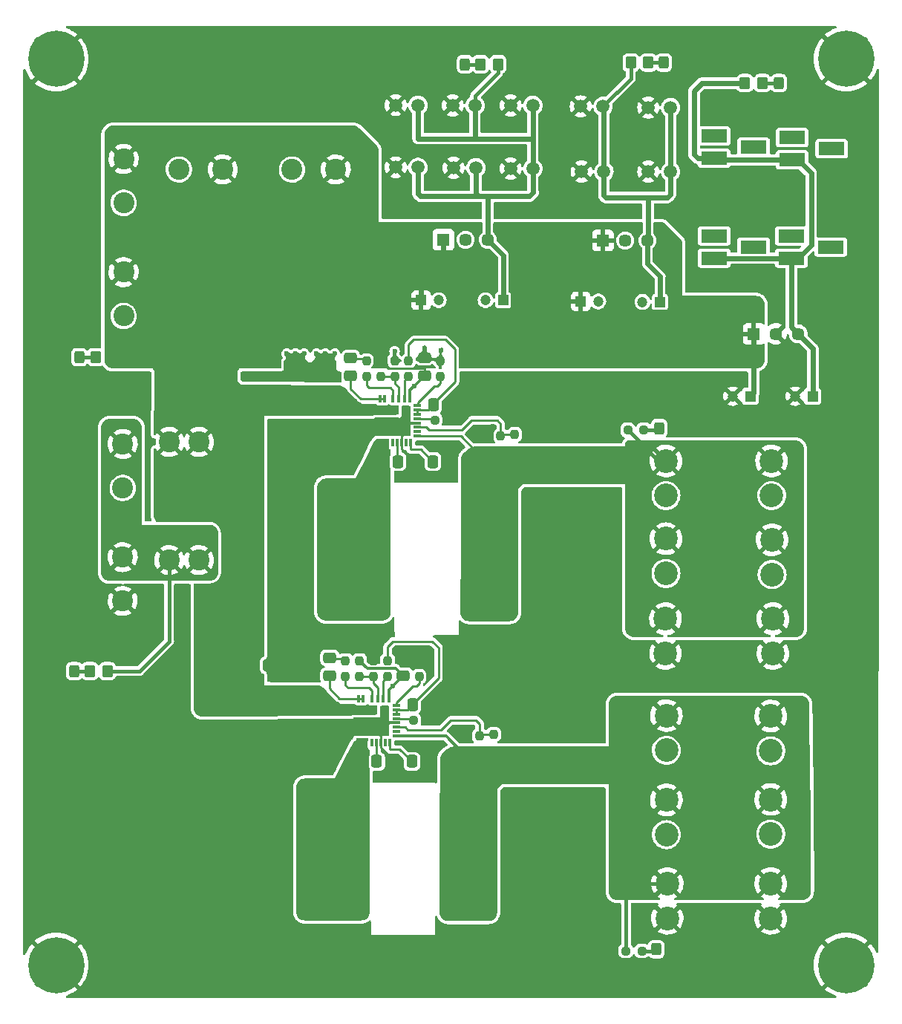
<source format=gbr>
%TF.GenerationSoftware,KiCad,Pcbnew,(6.0.2)*%
%TF.CreationDate,2022-03-05T17:59:28+01:00*%
%TF.ProjectId,Carte_Alim_V6_2022,43617274-655f-4416-9c69-6d5f56365f32,rev?*%
%TF.SameCoordinates,Original*%
%TF.FileFunction,Copper,L1,Top*%
%TF.FilePolarity,Positive*%
%FSLAX46Y46*%
G04 Gerber Fmt 4.6, Leading zero omitted, Abs format (unit mm)*
G04 Created by KiCad (PCBNEW (6.0.2)) date 2022-03-05 17:59:28*
%MOMM*%
%LPD*%
G01*
G04 APERTURE LIST*
G04 Aperture macros list*
%AMRoundRect*
0 Rectangle with rounded corners*
0 $1 Rounding radius*
0 $2 $3 $4 $5 $6 $7 $8 $9 X,Y pos of 4 corners*
0 Add a 4 corners polygon primitive as box body*
4,1,4,$2,$3,$4,$5,$6,$7,$8,$9,$2,$3,0*
0 Add four circle primitives for the rounded corners*
1,1,$1+$1,$2,$3*
1,1,$1+$1,$4,$5*
1,1,$1+$1,$6,$7*
1,1,$1+$1,$8,$9*
0 Add four rect primitives between the rounded corners*
20,1,$1+$1,$2,$3,$4,$5,0*
20,1,$1+$1,$4,$5,$6,$7,0*
20,1,$1+$1,$6,$7,$8,$9,0*
20,1,$1+$1,$8,$9,$2,$3,0*%
G04 Aperture macros list end*
%TA.AperFunction,SMDPad,CuDef*%
%ADD10R,3.000000X1.500000*%
%TD*%
%TA.AperFunction,ComponentPad*%
%ADD11C,2.700000*%
%TD*%
%TA.AperFunction,ComponentPad*%
%ADD12C,2.400000*%
%TD*%
%TA.AperFunction,SMDPad,CuDef*%
%ADD13RoundRect,0.250000X0.325000X0.450000X-0.325000X0.450000X-0.325000X-0.450000X0.325000X-0.450000X0*%
%TD*%
%TA.AperFunction,ComponentPad*%
%ADD14R,1.200000X1.200000*%
%TD*%
%TA.AperFunction,ComponentPad*%
%ADD15C,1.200000*%
%TD*%
%TA.AperFunction,ComponentPad*%
%ADD16C,0.800000*%
%TD*%
%TA.AperFunction,ComponentPad*%
%ADD17C,6.400000*%
%TD*%
%TA.AperFunction,SMDPad,CuDef*%
%ADD18RoundRect,0.250000X-0.337500X-0.475000X0.337500X-0.475000X0.337500X0.475000X-0.337500X0.475000X0*%
%TD*%
%TA.AperFunction,SMDPad,CuDef*%
%ADD19RoundRect,0.250000X1.100000X-0.412500X1.100000X0.412500X-1.100000X0.412500X-1.100000X-0.412500X0*%
%TD*%
%TA.AperFunction,ComponentPad*%
%ADD20C,1.508000*%
%TD*%
%TA.AperFunction,SMDPad,CuDef*%
%ADD21RoundRect,0.250000X-0.350000X-0.450000X0.350000X-0.450000X0.350000X0.450000X-0.350000X0.450000X0*%
%TD*%
%TA.AperFunction,SMDPad,CuDef*%
%ADD22RoundRect,0.250000X-0.475000X0.337500X-0.475000X-0.337500X0.475000X-0.337500X0.475000X0.337500X0*%
%TD*%
%TA.AperFunction,SMDPad,CuDef*%
%ADD23RoundRect,0.237500X-0.237500X0.250000X-0.237500X-0.250000X0.237500X-0.250000X0.237500X0.250000X0*%
%TD*%
%TA.AperFunction,SMDPad,CuDef*%
%ADD24RoundRect,0.250000X-1.100000X0.412500X-1.100000X-0.412500X1.100000X-0.412500X1.100000X0.412500X0*%
%TD*%
%TA.AperFunction,SMDPad,CuDef*%
%ADD25RoundRect,0.250000X0.475000X-0.337500X0.475000X0.337500X-0.475000X0.337500X-0.475000X-0.337500X0*%
%TD*%
%TA.AperFunction,SMDPad,CuDef*%
%ADD26RoundRect,0.237500X0.237500X-0.250000X0.237500X0.250000X-0.237500X0.250000X-0.237500X-0.250000X0*%
%TD*%
%TA.AperFunction,ComponentPad*%
%ADD27R,1.448000X1.448000*%
%TD*%
%TA.AperFunction,ComponentPad*%
%ADD28C,1.448000*%
%TD*%
%TA.AperFunction,SMDPad,CuDef*%
%ADD29RoundRect,0.250000X-0.325000X-0.450000X0.325000X-0.450000X0.325000X0.450000X-0.325000X0.450000X0*%
%TD*%
%TA.AperFunction,SMDPad,CuDef*%
%ADD30RoundRect,0.250000X0.337500X0.475000X-0.337500X0.475000X-0.337500X-0.475000X0.337500X-0.475000X0*%
%TD*%
%TA.AperFunction,SMDPad,CuDef*%
%ADD31R,0.350000X0.950000*%
%TD*%
%TA.AperFunction,SMDPad,CuDef*%
%ADD32R,0.650000X0.350000*%
%TD*%
%TA.AperFunction,SMDPad,CuDef*%
%ADD33R,0.950000X0.350000*%
%TD*%
%TA.AperFunction,SMDPad,CuDef*%
%ADD34R,1.100000X3.400000*%
%TD*%
%TA.AperFunction,SMDPad,CuDef*%
%ADD35R,2.700000X1.100000*%
%TD*%
%TA.AperFunction,SMDPad,CuDef*%
%ADD36R,2.700000X1.520000*%
%TD*%
%TA.AperFunction,SMDPad,CuDef*%
%ADD37R,1.350000X0.300000*%
%TD*%
%TA.AperFunction,SMDPad,CuDef*%
%ADD38R,1.730000X0.580000*%
%TD*%
%TA.AperFunction,SMDPad,CuDef*%
%ADD39RoundRect,0.237500X-0.250000X-0.237500X0.250000X-0.237500X0.250000X0.237500X-0.250000X0.237500X0*%
%TD*%
%TA.AperFunction,SMDPad,CuDef*%
%ADD40RoundRect,0.250000X0.350000X0.450000X-0.350000X0.450000X-0.350000X-0.450000X0.350000X-0.450000X0*%
%TD*%
%TA.AperFunction,SMDPad,CuDef*%
%ADD41R,3.825000X12.320000*%
%TD*%
%TA.AperFunction,ViaPad*%
%ADD42C,0.600000*%
%TD*%
%TA.AperFunction,Conductor*%
%ADD43C,0.300000*%
%TD*%
%TA.AperFunction,Conductor*%
%ADD44C,0.600000*%
%TD*%
%TA.AperFunction,Conductor*%
%ADD45C,0.250000*%
%TD*%
%TA.AperFunction,Conductor*%
%ADD46C,0.400000*%
%TD*%
G04 APERTURE END LIST*
D10*
%TO.P,J22,1,Pin_1*%
%TO.N,+5V*%
X134250000Y-50705000D03*
%TO.P,J22,2,Pin_2*%
%TO.N,unconnected-(J22-Pad2)*%
X138750000Y-49435000D03*
%TO.P,J22,3,Pin_3*%
%TO.N,unconnected-(J22-Pad3)*%
X134250000Y-48165000D03*
%TO.P,J22,4,Pin_4*%
%TO.N,GND*%
X138750000Y-46895000D03*
%TD*%
D11*
%TO.P,J32,1,Pin_1*%
%TO.N,+5P*%
X120000000Y-102860000D03*
%TO.P,J32,2,Pin_2*%
%TO.N,GND*%
X120000000Y-106820000D03*
%TD*%
%TO.P,J13,1,Pin_1*%
%TO.N,+12P*%
X119950000Y-73820000D03*
%TO.P,J13,2,Pin_2*%
%TO.N,GND*%
X119950000Y-77780000D03*
%TD*%
D12*
%TO.P,J5,1,Pin_1*%
%TO.N,+24V*%
X58100000Y-39400000D03*
%TO.P,J5,2,Pin_2*%
%TO.N,GND*%
X58100000Y-44400000D03*
%TD*%
D13*
%TO.P,D5,1,K*%
%TO.N,GND*%
X134875000Y-30750000D03*
%TO.P,D5,2,A*%
%TO.N,Net-(D5-Pad2)*%
X132825000Y-30750000D03*
%TD*%
D14*
%TO.P,C53,1*%
%TO.N,+24V*%
X110227401Y-55640000D03*
D15*
%TO.P,C53,2*%
%TO.N,GND*%
X112227401Y-55640000D03*
%TD*%
D16*
%TO.P,H4,1,1*%
%TO.N,GND*%
X48702944Y-26302944D03*
X48000000Y-28000000D03*
X50400000Y-30400000D03*
X52800000Y-28000000D03*
X52097056Y-29697056D03*
X48702944Y-29697056D03*
X50400000Y-25600000D03*
X52097056Y-26302944D03*
D17*
X50400000Y-28000000D03*
%TD*%
D18*
%TO.P,C41,1*%
%TO.N,Net-(C41-Pad1)*%
X90962500Y-108100000D03*
%TO.P,C41,2*%
%TO.N,GND*%
X93037500Y-108100000D03*
%TD*%
D19*
%TO.P,C46,1*%
%TO.N,+5P*%
X103000000Y-107562500D03*
%TO.P,C46,2*%
%TO.N,GND*%
X103000000Y-104437500D03*
%TD*%
D20*
%TO.P,J10,1,Pin_1*%
%TO.N,+12C*%
X104770000Y-40500000D03*
%TO.P,J10,2,Pin_2*%
%TO.N,GND*%
X102230000Y-40500000D03*
%TD*%
D21*
%TO.P,R13,1*%
%TO.N,+5V*%
X128950000Y-30750000D03*
%TO.P,R13,2*%
%TO.N,Net-(D5-Pad2)*%
X130950000Y-30750000D03*
%TD*%
D20*
%TO.P,J8,1,Pin_1*%
%TO.N,+12C*%
X98270000Y-40400000D03*
%TO.P,J8,2,Pin_2*%
%TO.N,GND*%
X95730000Y-40400000D03*
%TD*%
%TO.P,J19,1,Pin_1*%
%TO.N,+5C*%
X112770000Y-33400000D03*
%TO.P,J19,2,Pin_2*%
%TO.N,GND*%
X110230000Y-33400000D03*
%TD*%
D22*
%TO.P,C8,1*%
%TO.N,Net-(C8-Pad1)*%
X84000000Y-62062500D03*
%TO.P,C8,2*%
%TO.N,Net-(C8-Pad2)*%
X84000000Y-64137500D03*
%TD*%
D12*
%TO.P,J2,1,Pin_1*%
%TO.N,+BATT*%
X58000000Y-71900000D03*
%TO.P,J2,2,Pin_2*%
%TO.N,GND*%
X58000000Y-76900000D03*
%TD*%
D11*
%TO.P,J30,1,Pin_1*%
%TO.N,+5P*%
X131900000Y-122020000D03*
%TO.P,J30,2,Pin_2*%
%TO.N,GND*%
X131900000Y-125980000D03*
%TD*%
D14*
%TO.P,C56,1*%
%TO.N,+5C*%
X119272600Y-55700000D03*
D15*
%TO.P,C56,2*%
%TO.N,GND*%
X117272600Y-55700000D03*
%TD*%
D11*
%TO.P,J18,1,Pin_1*%
%TO.N,+12P*%
X119950000Y-82700000D03*
%TO.P,J18,2,Pin_2*%
%TO.N,GND*%
X119950000Y-86660000D03*
%TD*%
D23*
%TO.P,R6,1*%
%TO.N,/REGULO/VDD*%
X90600000Y-62387500D03*
%TO.P,R6,2*%
%TO.N,Net-(R6-Pad2)*%
X90600000Y-64212500D03*
%TD*%
D19*
%TO.P,C51,1*%
%TO.N,+5P*%
X109600000Y-107562500D03*
%TO.P,C51,2*%
%TO.N,GND*%
X109600000Y-104437500D03*
%TD*%
D24*
%TO.P,C47,1*%
%TO.N,+5P*%
X103000000Y-109537500D03*
%TO.P,C47,2*%
%TO.N,GND*%
X103000000Y-112662500D03*
%TD*%
D25*
%TO.P,C2,1*%
%TO.N,+24V*%
X92400000Y-64137500D03*
%TO.P,C2,2*%
%TO.N,GND*%
X92400000Y-62062500D03*
%TD*%
D21*
%TO.P,R14,1*%
%TO.N,+5C*%
X115950000Y-28400000D03*
%TO.P,R14,2*%
%TO.N,Net-(D7-Pad2)*%
X117950000Y-28400000D03*
%TD*%
D26*
%TO.P,R22,1*%
%TO.N,Net-(R22-Pad1)*%
X91800000Y-98412500D03*
%TO.P,R22,2*%
%TO.N,GND*%
X91800000Y-96587500D03*
%TD*%
D24*
%TO.P,C39,1*%
%TO.N,+24V*%
X75300000Y-102237500D03*
%TO.P,C39,2*%
%TO.N,GND*%
X75300000Y-105362500D03*
%TD*%
%TO.P,C49,1*%
%TO.N,+5P*%
X106300000Y-109537500D03*
%TO.P,C49,2*%
%TO.N,GND*%
X106300000Y-112662500D03*
%TD*%
D20*
%TO.P,J12,1,Pin_1*%
%TO.N,+12C*%
X91670000Y-40360000D03*
%TO.P,J12,2,Pin_2*%
%TO.N,GND*%
X89130000Y-40360000D03*
%TD*%
D13*
%TO.P,D7,1,K*%
%TO.N,GND*%
X121755000Y-28405000D03*
%TO.P,D7,2,A*%
%TO.N,Net-(D7-Pad2)*%
X119705000Y-28405000D03*
%TD*%
%TO.P,D6,1,K*%
%TO.N,GND*%
X120912500Y-129500000D03*
%TO.P,D6,2,A*%
%TO.N,Net-(D6-Pad2)*%
X118862500Y-129500000D03*
%TD*%
D19*
%TO.P,C17,1*%
%TO.N,+12P*%
X112000000Y-73362500D03*
%TO.P,C17,2*%
%TO.N,GND*%
X112000000Y-70237500D03*
%TD*%
D24*
%TO.P,C3,1*%
%TO.N,+24V*%
X81000000Y-68037500D03*
%TO.P,C3,2*%
%TO.N,GND*%
X81000000Y-71162500D03*
%TD*%
D11*
%TO.P,J15,1,Pin_1*%
%TO.N,+12P*%
X132050000Y-82820000D03*
%TO.P,J15,2,Pin_2*%
%TO.N,GND*%
X132050000Y-86780000D03*
%TD*%
%TO.P,J29,1,Pin_1*%
%TO.N,+5P*%
X131900000Y-102920000D03*
%TO.P,J29,2,Pin_2*%
%TO.N,GND*%
X131900000Y-106880000D03*
%TD*%
D16*
%TO.P,H2,1,1*%
%TO.N,GND*%
X140500000Y-30400000D03*
X142197056Y-29697056D03*
X138802944Y-29697056D03*
X140500000Y-25600000D03*
X142197056Y-26302944D03*
D17*
X140500000Y-28000000D03*
D16*
X138802944Y-26302944D03*
X138100000Y-28000000D03*
X142900000Y-28000000D03*
%TD*%
D27*
%TO.P,PS3,1,+VIN*%
%TO.N,+24V*%
X129960000Y-59347500D03*
D28*
%TO.P,PS3,2,GND*%
%TO.N,GND*%
X132500000Y-59347500D03*
%TO.P,PS3,3,+VOUT*%
%TO.N,+5V*%
X135040000Y-59347500D03*
%TD*%
D20*
%TO.P,J11,1,Pin_1*%
%TO.N,+12C*%
X104770000Y-33300000D03*
%TO.P,J11,2,Pin_2*%
%TO.N,GND*%
X102230000Y-33300000D03*
%TD*%
D11*
%TO.P,J16,1,Pin_1*%
%TO.N,+12P*%
X119900000Y-91820000D03*
%TO.P,J16,2,Pin_2*%
%TO.N,GND*%
X119900000Y-95780000D03*
%TD*%
D14*
%TO.P,C57,1*%
%TO.N,+5V*%
X136672600Y-66447500D03*
D15*
%TO.P,C57,2*%
%TO.N,GND*%
X134672600Y-66447500D03*
%TD*%
D29*
%TO.P,D4,1,K*%
%TO.N,GND*%
X94975000Y-28600000D03*
%TO.P,D4,2,A*%
%TO.N,Net-(D4-Pad2)*%
X97025000Y-28600000D03*
%TD*%
D25*
%TO.P,C11,1*%
%TO.N,+12P*%
X99100000Y-72837500D03*
%TO.P,C11,2*%
%TO.N,GND*%
X99100000Y-70762500D03*
%TD*%
D10*
%TO.P,J24,1,Pin_1*%
%TO.N,+5V*%
X125450000Y-39305000D03*
%TO.P,J24,2,Pin_2*%
%TO.N,unconnected-(J24-Pad2)*%
X129950000Y-38035000D03*
%TO.P,J24,3,Pin_3*%
%TO.N,unconnected-(J24-Pad3)*%
X125450000Y-36765000D03*
%TO.P,J24,4,Pin_4*%
%TO.N,GND*%
X129950000Y-35495000D03*
%TD*%
D30*
%TO.P,C44,1*%
%TO.N,GND*%
X93137500Y-101600000D03*
%TO.P,C44,2*%
%TO.N,/REGULO2/VDD*%
X91062500Y-101600000D03*
%TD*%
D20*
%TO.P,J23,1,Pin_1*%
%TO.N,+5C*%
X120470000Y-33540000D03*
%TO.P,J23,2,Pin_2*%
%TO.N,GND*%
X117930000Y-33540000D03*
%TD*%
D16*
%TO.P,H3,1,1*%
%TO.N,GND*%
X52097056Y-129602944D03*
X48000000Y-131300000D03*
X48702944Y-129602944D03*
D17*
X50400000Y-131300000D03*
D16*
X50400000Y-133700000D03*
X52097056Y-132997056D03*
X52800000Y-131300000D03*
X48702944Y-132997056D03*
X50400000Y-128900000D03*
%TD*%
D23*
%TO.P,R9,1*%
%TO.N,GND*%
X102700000Y-68987500D03*
%TO.P,R9,2*%
%TO.N,Net-(R8-Pad1)*%
X102700000Y-70812500D03*
%TD*%
D24*
%TO.P,C37,1*%
%TO.N,+24V*%
X78600000Y-102237500D03*
%TO.P,C37,2*%
%TO.N,GND*%
X78600000Y-105362500D03*
%TD*%
D11*
%TO.P,J27,1,Pin_1*%
%TO.N,+5P*%
X131900000Y-112420000D03*
%TO.P,J27,2,Pin_2*%
%TO.N,GND*%
X131900000Y-116380000D03*
%TD*%
D24*
%TO.P,C13,1*%
%TO.N,+12P*%
X105400000Y-75337500D03*
%TO.P,C13,2*%
%TO.N,GND*%
X105400000Y-78462500D03*
%TD*%
D16*
%TO.P,H1,1,1*%
%TO.N,GND*%
X138802944Y-132997056D03*
X140500000Y-128900000D03*
D17*
X140500000Y-131300000D03*
D16*
X138802944Y-129602944D03*
X138100000Y-131300000D03*
X142197056Y-129602944D03*
X142900000Y-131300000D03*
X140500000Y-133700000D03*
X142197056Y-132997056D03*
%TD*%
D24*
%TO.P,C50,1*%
%TO.N,+5P*%
X109600000Y-109537500D03*
%TO.P,C50,2*%
%TO.N,GND*%
X109600000Y-112662500D03*
%TD*%
%TO.P,C16,1*%
%TO.N,+12P*%
X112000000Y-75337500D03*
%TO.P,C16,2*%
%TO.N,GND*%
X112000000Y-78462500D03*
%TD*%
%TO.P,C5,1*%
%TO.N,+24V*%
X77700000Y-68037500D03*
%TO.P,C5,2*%
%TO.N,GND*%
X77700000Y-71162500D03*
%TD*%
D23*
%TO.P,R3,1*%
%TO.N,+24V*%
X87400000Y-62387500D03*
%TO.P,R3,2*%
%TO.N,Net-(R3-Pad2)*%
X87400000Y-64212500D03*
%TD*%
D20*
%TO.P,J25,1,Pin_1*%
%TO.N,+5C*%
X120470000Y-40840000D03*
%TO.P,J25,2,Pin_2*%
%TO.N,GND*%
X117930000Y-40840000D03*
%TD*%
D11*
%TO.P,J14,1,Pin_1*%
%TO.N,+12P*%
X132000000Y-73820000D03*
%TO.P,J14,2,Pin_2*%
%TO.N,GND*%
X132000000Y-77780000D03*
%TD*%
D31*
%TO.P,U1,1,VCIN*%
%TO.N,+24V*%
X90775000Y-66720000D03*
%TO.P,U1,2,PGOOD*%
%TO.N,Net-(R6-Pad2)*%
X90125000Y-66720000D03*
%TO.P,U1,3,EN*%
%TO.N,Net-(R3-Pad2)*%
X89475000Y-66720000D03*
%TO.P,U1,4,BOOT*%
%TO.N,Net-(R7-Pad1)*%
X88825000Y-66720000D03*
%TO.P,U1,5,PHASE*%
%TO.N,Net-(C8-Pad2)*%
X87825000Y-66720000D03*
%TO.P,U1,6,PHASE*%
X87325000Y-66720000D03*
D32*
%TO.P,U1,7,VIN*%
%TO.N,+24V*%
X86400000Y-67725000D03*
%TO.P,U1,8,VIN*%
X86400000Y-68375000D03*
%TO.P,U1,9,PGND*%
%TO.N,GND*%
X86400000Y-69505000D03*
%TO.P,U1,10,PGND*%
X86400000Y-70005000D03*
%TO.P,U1,11,PGND*%
X86400000Y-70505000D03*
D31*
%TO.P,U1,12,SW*%
%TO.N,Net-(L1-Pad1)*%
X87175000Y-71770000D03*
%TO.P,U1,13,SW*%
X87675000Y-71770000D03*
%TO.P,U1,14,SW*%
X88175000Y-71770000D03*
%TO.P,U1,15,GL*%
%TO.N,unconnected-(U1-Pad15)*%
X88825000Y-71770000D03*
%TO.P,U1,16,VDRV*%
%TO.N,Net-(C9-Pad2)*%
X89325000Y-71770000D03*
%TO.P,U1,17,PGND*%
%TO.N,GND*%
X89825000Y-71770000D03*
%TO.P,U1,18,ULTRASONIC*%
%TO.N,unconnected-(U1-Pad18)*%
X90325000Y-71770000D03*
%TO.P,U1,19,SS*%
%TO.N,Net-(C7-Pad1)*%
X90825000Y-71770000D03*
D33*
%TO.P,U1,20,VSNS*%
%TO.N,+12P*%
X91600000Y-70995000D03*
%TO.P,U1,21,COMP*%
%TO.N,unconnected-(U1-Pad21)*%
X91600000Y-70495000D03*
%TO.P,U1,22,VFB*%
%TO.N,Net-(R8-Pad1)*%
X91600000Y-69995000D03*
%TO.P,U1,23,AGND*%
%TO.N,GND*%
X91600000Y-69495000D03*
%TO.P,U1,24,FSW*%
%TO.N,Net-(R5-Pad1)*%
X91600000Y-68995000D03*
%TO.P,U1,25,ILIMIT*%
%TO.N,/REGULO/VDD*%
X91600000Y-68495000D03*
%TO.P,U1,26,VDD*%
X91600000Y-67995000D03*
%TO.P,U1,27,MODE*%
%TO.N,Net-(R2-Pad1)*%
X91600000Y-67495000D03*
D34*
%TO.P,U1,28,AGND*%
%TO.N,GND*%
X90275000Y-69245000D03*
D35*
%TO.P,U1,29,VIN*%
%TO.N,+24V*%
X88075000Y-68045000D03*
D36*
%TO.P,U1,30*%
%TO.N,GND*%
X88075000Y-69655000D03*
D37*
%TO.P,U1,A12*%
%TO.N,Net-(L1-Pad1)*%
X87675000Y-71445000D03*
D38*
%TO.P,U1,A30*%
%TO.N,GND*%
X87590000Y-70705000D03*
%TD*%
D39*
%TO.P,R10,1*%
%TO.N,+12P*%
X115587500Y-70300000D03*
%TO.P,R10,2*%
%TO.N,Net-(D2-Pad2)*%
X117412500Y-70300000D03*
%TD*%
D23*
%TO.P,R26,1*%
%TO.N,/REGULO2/VDD*%
X88200000Y-96587500D03*
%TO.P,R26,2*%
%TO.N,Net-(R26-Pad2)*%
X88200000Y-98412500D03*
%TD*%
D14*
%TO.P,C54,1*%
%TO.N,+24V*%
X129572599Y-66447500D03*
D15*
%TO.P,C54,2*%
%TO.N,GND*%
X127572599Y-66447500D03*
%TD*%
D40*
%TO.P,R1,1*%
%TO.N,+BATT*%
X56250000Y-97800000D03*
%TO.P,R1,2*%
%TO.N,Net-(D1-Pad2)*%
X54250000Y-97800000D03*
%TD*%
D22*
%TO.P,C42,1*%
%TO.N,Net-(C42-Pad1)*%
X81600000Y-96262500D03*
%TO.P,C42,2*%
%TO.N,Net-(C42-Pad2)*%
X81600000Y-98337500D03*
%TD*%
D30*
%TO.P,C43,1*%
%TO.N,GND*%
X89037500Y-108100000D03*
%TO.P,C43,2*%
%TO.N,Net-(C43-Pad2)*%
X86962500Y-108100000D03*
%TD*%
D19*
%TO.P,C4,1*%
%TO.N,+24V*%
X77700000Y-66062500D03*
%TO.P,C4,2*%
%TO.N,GND*%
X77700000Y-62937500D03*
%TD*%
D39*
%TO.P,R25,1*%
%TO.N,Net-(R25-Pad1)*%
X91187500Y-103400000D03*
%TO.P,R25,2*%
%TO.N,GND*%
X93012500Y-103400000D03*
%TD*%
D10*
%TO.P,J26,1,Pin_1*%
%TO.N,+5V*%
X125450000Y-50705000D03*
%TO.P,J26,2,Pin_2*%
%TO.N,unconnected-(J26-Pad2)*%
X129950000Y-49435000D03*
%TO.P,J26,3,Pin_3*%
%TO.N,unconnected-(J26-Pad3)*%
X125450000Y-48165000D03*
%TO.P,J26,4,Pin_4*%
%TO.N,GND*%
X129950000Y-46895000D03*
%TD*%
D39*
%TO.P,R5,1*%
%TO.N,Net-(R5-Pad1)*%
X93587500Y-69200000D03*
%TO.P,R5,2*%
%TO.N,GND*%
X95412500Y-69200000D03*
%TD*%
D40*
%TO.P,R12,1*%
%TO.N,+12C*%
X100800000Y-28600000D03*
%TO.P,R12,2*%
%TO.N,Net-(D4-Pad2)*%
X98800000Y-28600000D03*
%TD*%
D27*
%TO.P,PS2,1,+VIN*%
%TO.N,+24V*%
X112760000Y-48700000D03*
D28*
%TO.P,PS2,2,GND*%
%TO.N,GND*%
X115300000Y-48700000D03*
%TO.P,PS2,3,+VOUT*%
%TO.N,+5C*%
X117840000Y-48700000D03*
%TD*%
D30*
%TO.P,C10,1*%
%TO.N,GND*%
X95537500Y-67400000D03*
%TO.P,C10,2*%
%TO.N,/REGULO/VDD*%
X93462500Y-67400000D03*
%TD*%
D26*
%TO.P,R7,1*%
%TO.N,Net-(R7-Pad1)*%
X85800000Y-64212500D03*
%TO.P,R7,2*%
%TO.N,Net-(C8-Pad1)*%
X85800000Y-62387500D03*
%TD*%
D11*
%TO.P,J17,1,Pin_1*%
%TO.N,+12P*%
X132150000Y-91820000D03*
%TO.P,J17,2,Pin_2*%
%TO.N,GND*%
X132150000Y-95780000D03*
%TD*%
D23*
%TO.P,R29,1*%
%TO.N,GND*%
X100300000Y-103187500D03*
%TO.P,R29,2*%
%TO.N,Net-(R28-Pad1)*%
X100300000Y-105012500D03*
%TD*%
D19*
%TO.P,C40,1*%
%TO.N,+24V*%
X78600000Y-100262500D03*
%TO.P,C40,2*%
%TO.N,GND*%
X78600000Y-97137500D03*
%TD*%
D12*
%TO.P,J3,1,Pin_1*%
%TO.N,+24V*%
X58100000Y-52300000D03*
%TO.P,J3,2,Pin_2*%
%TO.N,GND*%
X58100000Y-57300000D03*
%TD*%
D29*
%TO.P,D3,1,K*%
%TO.N,GND*%
X51000000Y-62000000D03*
%TO.P,D3,2,A*%
%TO.N,Net-(D3-Pad2)*%
X53050000Y-62000000D03*
%TD*%
D18*
%TO.P,C7,1*%
%TO.N,Net-(C7-Pad1)*%
X93362500Y-73900000D03*
%TO.P,C7,2*%
%TO.N,GND*%
X95437500Y-73900000D03*
%TD*%
D29*
%TO.P,D1,1,K*%
%TO.N,GND*%
X50425000Y-97800000D03*
%TO.P,D1,2,A*%
%TO.N,Net-(D1-Pad2)*%
X52475000Y-97800000D03*
%TD*%
D12*
%TO.P,J1,1,Pin_1*%
%TO.N,+BATT*%
X58000000Y-84800000D03*
%TO.P,J1,2,Pin_2*%
%TO.N,GND*%
X58000000Y-89800000D03*
%TD*%
D25*
%TO.P,C36,1*%
%TO.N,+24V*%
X90000000Y-98337500D03*
%TO.P,C36,2*%
%TO.N,GND*%
X90000000Y-96262500D03*
%TD*%
D30*
%TO.P,C9,1*%
%TO.N,GND*%
X91437500Y-73900000D03*
%TO.P,C9,2*%
%TO.N,Net-(C9-Pad2)*%
X89362500Y-73900000D03*
%TD*%
D40*
%TO.P,R11,1*%
%TO.N,+24V*%
X56900000Y-62000000D03*
%TO.P,R11,2*%
%TO.N,Net-(D3-Pad2)*%
X54900000Y-62000000D03*
%TD*%
D20*
%TO.P,J9,1,Pin_1*%
%TO.N,+12C*%
X91670000Y-33260000D03*
%TO.P,J9,2,Pin_2*%
%TO.N,GND*%
X89130000Y-33260000D03*
%TD*%
D23*
%TO.P,R23,1*%
%TO.N,+24V*%
X85000000Y-96587500D03*
%TO.P,R23,2*%
%TO.N,Net-(R23-Pad2)*%
X85000000Y-98412500D03*
%TD*%
D25*
%TO.P,C45,1*%
%TO.N,+5P*%
X96700000Y-107037500D03*
%TO.P,C45,2*%
%TO.N,GND*%
X96700000Y-104962500D03*
%TD*%
D20*
%TO.P,J21,1,Pin_1*%
%TO.N,+5C*%
X112870000Y-40840000D03*
%TO.P,J21,2,Pin_2*%
%TO.N,GND*%
X110330000Y-40840000D03*
%TD*%
D27*
%TO.P,PS1,1,+VIN*%
%TO.N,+24V*%
X94560000Y-48600000D03*
D28*
%TO.P,PS1,2,GND*%
%TO.N,GND*%
X97100000Y-48600000D03*
%TO.P,PS1,3,+VOUT*%
%TO.N,+12C*%
X99640000Y-48600000D03*
%TD*%
D22*
%TO.P,C1,1*%
%TO.N,+24V*%
X83900000Y-68062500D03*
%TO.P,C1,2*%
%TO.N,GND*%
X83900000Y-70137500D03*
%TD*%
%TO.P,C35,1*%
%TO.N,+24V*%
X81500000Y-102262500D03*
%TO.P,C35,2*%
%TO.N,GND*%
X81500000Y-104337500D03*
%TD*%
D19*
%TO.P,C12,1*%
%TO.N,+12P*%
X105400000Y-73362500D03*
%TO.P,C12,2*%
%TO.N,GND*%
X105400000Y-70237500D03*
%TD*%
D23*
%TO.P,R28,1*%
%TO.N,Net-(R28-Pad1)*%
X98700000Y-105187500D03*
%TO.P,R28,2*%
%TO.N,+5P*%
X98700000Y-107012500D03*
%TD*%
D26*
%TO.P,R27,1*%
%TO.N,Net-(R27-Pad1)*%
X83400000Y-98412500D03*
%TO.P,R27,2*%
%TO.N,Net-(C42-Pad1)*%
X83400000Y-96587500D03*
%TD*%
D11*
%TO.P,J28,1,Pin_1*%
%TO.N,+5P*%
X120000000Y-112480000D03*
%TO.P,J28,2,Pin_2*%
%TO.N,GND*%
X120000000Y-116440000D03*
%TD*%
D26*
%TO.P,R2,1*%
%TO.N,Net-(R2-Pad1)*%
X94200000Y-64212500D03*
%TO.P,R2,2*%
%TO.N,GND*%
X94200000Y-62387500D03*
%TD*%
D19*
%TO.P,C14,1*%
%TO.N,+12P*%
X108700000Y-73362500D03*
%TO.P,C14,2*%
%TO.N,GND*%
X108700000Y-70237500D03*
%TD*%
D24*
%TO.P,C15,1*%
%TO.N,+12P*%
X108700000Y-75337500D03*
%TO.P,C15,2*%
%TO.N,GND*%
X108700000Y-78462500D03*
%TD*%
D14*
%TO.P,C55,1*%
%TO.N,+12C*%
X101372600Y-55500000D03*
D15*
%TO.P,C55,2*%
%TO.N,GND*%
X99372600Y-55500000D03*
%TD*%
D19*
%TO.P,C48,1*%
%TO.N,+5P*%
X106300000Y-107562500D03*
%TO.P,C48,2*%
%TO.N,GND*%
X106300000Y-104437500D03*
%TD*%
D10*
%TO.P,J20,1,Pin_1*%
%TO.N,+5V*%
X134350000Y-39505000D03*
%TO.P,J20,2,Pin_2*%
%TO.N,unconnected-(J20-Pad2)*%
X138850000Y-38235000D03*
%TO.P,J20,3,Pin_3*%
%TO.N,unconnected-(J20-Pad3)*%
X134350000Y-36965000D03*
%TO.P,J20,4,Pin_4*%
%TO.N,GND*%
X138850000Y-35695000D03*
%TD*%
D39*
%TO.P,R30,1*%
%TO.N,+5P*%
X115375000Y-129700000D03*
%TO.P,R30,2*%
%TO.N,Net-(D6-Pad2)*%
X117200000Y-129700000D03*
%TD*%
D14*
%TO.P,C52,1*%
%TO.N,+24V*%
X92027401Y-55500000D03*
D15*
%TO.P,C52,2*%
%TO.N,GND*%
X94027401Y-55500000D03*
%TD*%
D19*
%TO.P,C38,1*%
%TO.N,+24V*%
X75300000Y-100262500D03*
%TO.P,C38,2*%
%TO.N,GND*%
X75300000Y-97137500D03*
%TD*%
%TO.P,C6,1*%
%TO.N,+24V*%
X81000000Y-66062500D03*
%TO.P,C6,2*%
%TO.N,GND*%
X81000000Y-62937500D03*
%TD*%
D13*
%TO.P,D2,1,K*%
%TO.N,GND*%
X121225000Y-70100000D03*
%TO.P,D2,2,A*%
%TO.N,Net-(D2-Pad2)*%
X119175000Y-70100000D03*
%TD*%
D31*
%TO.P,U3,1,VCIN*%
%TO.N,+24V*%
X88375000Y-100920000D03*
%TO.P,U3,2,PGOOD*%
%TO.N,Net-(R26-Pad2)*%
X87725000Y-100920000D03*
%TO.P,U3,3,EN*%
%TO.N,Net-(R23-Pad2)*%
X87075000Y-100920000D03*
%TO.P,U3,4,BOOT*%
%TO.N,Net-(R27-Pad1)*%
X86425000Y-100920000D03*
%TO.P,U3,5,PHASE*%
%TO.N,Net-(C42-Pad2)*%
X85425000Y-100920000D03*
%TO.P,U3,6,PHASE*%
X84925000Y-100920000D03*
D32*
%TO.P,U3,7,VIN*%
%TO.N,+24V*%
X84000000Y-101925000D03*
%TO.P,U3,8,VIN*%
X84000000Y-102575000D03*
%TO.P,U3,9,PGND*%
%TO.N,GND*%
X84000000Y-103705000D03*
%TO.P,U3,10,PGND*%
X84000000Y-104205000D03*
%TO.P,U3,11,PGND*%
X84000000Y-104705000D03*
D31*
%TO.P,U3,12,SW*%
%TO.N,Net-(L3-Pad1)*%
X84775000Y-105970000D03*
%TO.P,U3,13,SW*%
X85275000Y-105970000D03*
%TO.P,U3,14,SW*%
X85775000Y-105970000D03*
%TO.P,U3,15,GL*%
%TO.N,unconnected-(U3-Pad15)*%
X86425000Y-105970000D03*
%TO.P,U3,16,VDRV*%
%TO.N,Net-(C43-Pad2)*%
X86925000Y-105970000D03*
%TO.P,U3,17,PGND*%
%TO.N,GND*%
X87425000Y-105970000D03*
%TO.P,U3,18,ULTRASONIC*%
%TO.N,unconnected-(U3-Pad18)*%
X87925000Y-105970000D03*
%TO.P,U3,19,SS*%
%TO.N,Net-(C41-Pad1)*%
X88425000Y-105970000D03*
D33*
%TO.P,U3,20,VSNS*%
%TO.N,+5P*%
X89200000Y-105195000D03*
%TO.P,U3,21,COMP*%
%TO.N,unconnected-(U3-Pad21)*%
X89200000Y-104695000D03*
%TO.P,U3,22,VFB*%
%TO.N,Net-(R28-Pad1)*%
X89200000Y-104195000D03*
%TO.P,U3,23,AGND*%
%TO.N,GND*%
X89200000Y-103695000D03*
%TO.P,U3,24,FSW*%
%TO.N,Net-(R25-Pad1)*%
X89200000Y-103195000D03*
%TO.P,U3,25,ILIMIT*%
%TO.N,/REGULO2/VDD*%
X89200000Y-102695000D03*
%TO.P,U3,26,VDD*%
X89200000Y-102195000D03*
%TO.P,U3,27,MODE*%
%TO.N,Net-(R22-Pad1)*%
X89200000Y-101695000D03*
D34*
%TO.P,U3,28,AGND*%
%TO.N,GND*%
X87875000Y-103445000D03*
D35*
%TO.P,U3,29,VIN*%
%TO.N,+24V*%
X85675000Y-102245000D03*
D36*
%TO.P,U3,30*%
%TO.N,GND*%
X85675000Y-103855000D03*
D37*
%TO.P,U3,A12*%
%TO.N,Net-(L3-Pad1)*%
X85275000Y-105645000D03*
D38*
%TO.P,U3,A30*%
%TO.N,GND*%
X85190000Y-104905000D03*
%TD*%
D11*
%TO.P,J31,1,Pin_1*%
%TO.N,+5P*%
X120100000Y-122020000D03*
%TO.P,J31,2,Pin_2*%
%TO.N,GND*%
X120100000Y-125980000D03*
%TD*%
D12*
%TO.P,J6,1,Pin_1*%
%TO.N,+24V*%
X82300000Y-40600000D03*
%TO.P,J6,2,Pin_2*%
%TO.N,GND*%
X77300000Y-40600000D03*
%TD*%
%TO.P,J4,1,Pin_1*%
%TO.N,+24V*%
X69400000Y-40600000D03*
%TO.P,J4,2,Pin_2*%
%TO.N,GND*%
X64400000Y-40600000D03*
%TD*%
%TO.P,F1,1*%
%TO.N,+BATT*%
X63300000Y-85135000D03*
X66700000Y-85135000D03*
%TO.P,F1,3*%
%TO.N,+24V*%
X66700000Y-71665000D03*
X63300000Y-71665000D03*
%TD*%
D23*
%TO.P,R8,1*%
%TO.N,Net-(R8-Pad1)*%
X101100000Y-70987500D03*
%TO.P,R8,2*%
%TO.N,+12P*%
X101100000Y-72812500D03*
%TD*%
D26*
%TO.P,R4,1*%
%TO.N,Net-(R3-Pad2)*%
X89000000Y-64212500D03*
%TO.P,R4,2*%
%TO.N,GND*%
X89000000Y-62387500D03*
%TD*%
D20*
%TO.P,J7,1,Pin_1*%
%TO.N,+12C*%
X98170000Y-33300000D03*
%TO.P,J7,2,Pin_2*%
%TO.N,GND*%
X95630000Y-33300000D03*
%TD*%
D41*
%TO.P,L1,1,1*%
%TO.N,Net-(L1-Pad1)*%
X83677500Y-85000000D03*
%TO.P,L1,2,2*%
%TO.N,+12P*%
X99922500Y-85000000D03*
%TD*%
D26*
%TO.P,R24,1*%
%TO.N,Net-(R23-Pad2)*%
X86600000Y-98412500D03*
%TO.P,R24,2*%
%TO.N,GND*%
X86600000Y-96587500D03*
%TD*%
D41*
%TO.P,L3,1,1*%
%TO.N,Net-(L3-Pad1)*%
X81277500Y-119200000D03*
%TO.P,L3,2,2*%
%TO.N,+5P*%
X97522500Y-119200000D03*
%TD*%
D42*
%TO.N,+24V*%
X75400000Y-67800000D03*
X73000000Y-102000000D03*
X91218750Y-65318750D03*
X85000000Y-67600000D03*
X83300000Y-66000000D03*
X85700000Y-67600000D03*
X83900000Y-66500000D03*
X75400000Y-66200000D03*
X85000000Y-68300000D03*
X81550000Y-101100000D03*
X82950000Y-101800000D03*
X88775000Y-99525000D03*
X73000000Y-100400000D03*
X80550000Y-101100000D03*
X85700000Y-68300000D03*
X75400000Y-67000000D03*
X84500000Y-67000000D03*
X73000000Y-101200000D03*
X82950000Y-102550000D03*
%TO.N,GND*%
X76700000Y-61600000D03*
X87300000Y-70500000D03*
X92400000Y-61000000D03*
X138875000Y-34400000D03*
X104025000Y-129950000D03*
X103850000Y-116525000D03*
X132000000Y-35550000D03*
X100325000Y-102150000D03*
X81450000Y-105650000D03*
X106800000Y-114000000D03*
X60550000Y-115700000D03*
X107700000Y-114000000D03*
X79425000Y-95975000D03*
X66850000Y-115725000D03*
X66800000Y-120150000D03*
X105000000Y-85300000D03*
X109400000Y-103200000D03*
X76700000Y-72400000D03*
X49150000Y-115550000D03*
X95675000Y-98600000D03*
X102700000Y-67900000D03*
X108500000Y-103200000D03*
X49150000Y-101600000D03*
X101700000Y-103200000D03*
X60550000Y-111075000D03*
X110000000Y-68900000D03*
X104300000Y-103200000D03*
X105000000Y-89925000D03*
X96075000Y-132875000D03*
X78700000Y-106725000D03*
X111300000Y-98625000D03*
X107700000Y-103200000D03*
X108500000Y-114000000D03*
X73325000Y-132825000D03*
X49150000Y-124750000D03*
X73175000Y-124900000D03*
X104000000Y-68900000D03*
X103400000Y-103200000D03*
X80150000Y-129825000D03*
X60400000Y-101600000D03*
X87900000Y-102200000D03*
X108500000Y-130000000D03*
X113400000Y-68900000D03*
X88800000Y-70600000D03*
X109100000Y-79700000D03*
X87900000Y-103400000D03*
X112500000Y-133050000D03*
X73050000Y-120325000D03*
X60500000Y-124750000D03*
X81100000Y-61600000D03*
X108500000Y-119925000D03*
X97800000Y-104200000D03*
X106600000Y-68900000D03*
X110200000Y-114000000D03*
X55450000Y-106250000D03*
X60500000Y-120125000D03*
X85700000Y-132825000D03*
X55450000Y-101625000D03*
X108500000Y-123075000D03*
X80900000Y-72400000D03*
X72950000Y-111000000D03*
X99525000Y-93975000D03*
X100200000Y-69900000D03*
X138875000Y-45675000D03*
X108500000Y-126325000D03*
X106600000Y-79700000D03*
X113400000Y-79700000D03*
X83900000Y-71400000D03*
X106000000Y-103200000D03*
X84800000Y-103400000D03*
X105700000Y-68900000D03*
X129925000Y-45600000D03*
X77525000Y-106725000D03*
X108400000Y-116525000D03*
X49150000Y-110925000D03*
X110000000Y-79700000D03*
X123000000Y-28400000D03*
X60425000Y-106250000D03*
X85650000Y-130100000D03*
X78700000Y-61600000D03*
X107400000Y-79700000D03*
X108300000Y-68900000D03*
X111300000Y-85325000D03*
X84800000Y-104600000D03*
X77600000Y-72400000D03*
X78600000Y-72400000D03*
X106800000Y-103200000D03*
X90300000Y-70500000D03*
X66850000Y-111100000D03*
X73275000Y-128250000D03*
X96075000Y-129950000D03*
X55450000Y-110950000D03*
X104000000Y-79700000D03*
X140950000Y-35800000D03*
X60500000Y-132800000D03*
X108550000Y-133075000D03*
X105000000Y-98600000D03*
X75225000Y-106700000D03*
X111100000Y-103200000D03*
X91500000Y-75100000D03*
X90875000Y-130050000D03*
X73000000Y-115800000D03*
X79900000Y-72400000D03*
X132025000Y-46950000D03*
X102075000Y-28625000D03*
X105100000Y-114000000D03*
X72950000Y-106175000D03*
X49725000Y-62000000D03*
X110200000Y-103200000D03*
X74150000Y-106700000D03*
X49150000Y-120125000D03*
X111700000Y-68900000D03*
X49150000Y-106225000D03*
X100725000Y-129950000D03*
X111300000Y-89950000D03*
X91900000Y-95500000D03*
X104900000Y-79700000D03*
X100675000Y-132925000D03*
X79700000Y-106725000D03*
X104300000Y-114000000D03*
X110800000Y-68900000D03*
X105100000Y-103200000D03*
X90000000Y-95100000D03*
X105000000Y-93975000D03*
X103975000Y-132975000D03*
X88800000Y-69350000D03*
X55450000Y-124775000D03*
X66825000Y-106250000D03*
X90300000Y-69350000D03*
X55450000Y-120150000D03*
X80100000Y-61600000D03*
X90300000Y-68000000D03*
X107400000Y-68900000D03*
X108300000Y-79700000D03*
X136000000Y-30800000D03*
X101700000Y-114000000D03*
X60500000Y-128175000D03*
X104900000Y-68900000D03*
X77625000Y-95975000D03*
X77700000Y-61600000D03*
X111300000Y-94000000D03*
X76200000Y-96000000D03*
X103400000Y-114000000D03*
X111100000Y-114000000D03*
X95400000Y-75200000D03*
X120900000Y-130825000D03*
X111700000Y-79700000D03*
X66800000Y-128200000D03*
X99675000Y-98600000D03*
X96700000Y-67400000D03*
X94150000Y-101550000D03*
X109400000Y-114000000D03*
X90875000Y-132825000D03*
X86500000Y-104600000D03*
X81900000Y-72400000D03*
X76325000Y-106700000D03*
X87900000Y-104600000D03*
X86550000Y-95525000D03*
X103975000Y-126325000D03*
X103975000Y-122850000D03*
X89550000Y-109500000D03*
X96500000Y-69200000D03*
X94125000Y-103425000D03*
X110800000Y-79700000D03*
X55450000Y-115575000D03*
X74750000Y-96000000D03*
X140800000Y-46950000D03*
X86500000Y-103400000D03*
X112475000Y-130000000D03*
X106000000Y-114000000D03*
X102600000Y-114000000D03*
X49125000Y-97800000D03*
X94300000Y-61200000D03*
X112500000Y-79700000D03*
X112500000Y-68900000D03*
X93550000Y-109550000D03*
X109100000Y-68900000D03*
X129950000Y-34125000D03*
X102600000Y-103200000D03*
X66800000Y-132825000D03*
X105700000Y-79700000D03*
X80150000Y-132825000D03*
X82200000Y-61600000D03*
X103975000Y-119925000D03*
X66800000Y-124775000D03*
X87300000Y-69350000D03*
X89000000Y-61300000D03*
%TO.N,+12P*%
X97400000Y-79300000D03*
X97400000Y-89000000D03*
X102600000Y-90200000D03*
X98500000Y-74700000D03*
X97400000Y-84800000D03*
X102600000Y-84800000D03*
X99500000Y-77100000D03*
X98500000Y-77100000D03*
X97400000Y-74700000D03*
X97400000Y-78300000D03*
X102600000Y-81400000D03*
X101500000Y-78300000D03*
X101500000Y-77100000D03*
X102600000Y-83700000D03*
X102600000Y-80400000D03*
X99500000Y-78300000D03*
X97400000Y-85800000D03*
X97400000Y-83700000D03*
X103500000Y-73200000D03*
X102300000Y-73200000D03*
X97400000Y-81400000D03*
X102300000Y-74400000D03*
X102600000Y-78300000D03*
X98500000Y-78300000D03*
X100600000Y-77100000D03*
X99500000Y-75900000D03*
X100600000Y-75900000D03*
X97400000Y-82500000D03*
X102600000Y-79300000D03*
X98500000Y-75900000D03*
X97400000Y-87900000D03*
X102600000Y-86900000D03*
X97400000Y-75900000D03*
X102300000Y-75500000D03*
X97400000Y-80400000D03*
X102600000Y-82500000D03*
X100600000Y-78300000D03*
X102600000Y-77100000D03*
X97400000Y-77100000D03*
X99500000Y-74700000D03*
X102600000Y-85800000D03*
X97400000Y-90200000D03*
X102600000Y-91300000D03*
X97400000Y-86900000D03*
X100600000Y-74700000D03*
X103500000Y-74400000D03*
X102600000Y-89000000D03*
X97400000Y-91300000D03*
X102600000Y-87900000D03*
X103500000Y-75500000D03*
%TO.N,+5P*%
X100200000Y-121100000D03*
X101100000Y-108600000D03*
X95000000Y-120000000D03*
X100200000Y-125500000D03*
X95000000Y-123200000D03*
X100200000Y-119000000D03*
X101100000Y-109700000D03*
X95000000Y-110100000D03*
X99100000Y-112500000D03*
X97100000Y-112500000D03*
X98200000Y-108900000D03*
X100200000Y-111300000D03*
X96100000Y-111300000D03*
X100200000Y-123200000D03*
X98200000Y-111300000D03*
X95000000Y-113500000D03*
X95000000Y-117900000D03*
X99100000Y-111300000D03*
X95000000Y-112500000D03*
X100200000Y-117900000D03*
X95000000Y-116700000D03*
X100200000Y-124400000D03*
X100200000Y-115600000D03*
X100200000Y-112500000D03*
X97100000Y-111300000D03*
X95000000Y-114600000D03*
X95000000Y-121100000D03*
X100200000Y-120000000D03*
X99900000Y-107400000D03*
X95000000Y-119000000D03*
X96100000Y-108900000D03*
X95000000Y-124400000D03*
X100200000Y-114600000D03*
X95000000Y-125500000D03*
X95000000Y-122100000D03*
X97100000Y-110100000D03*
X95000000Y-115600000D03*
X96100000Y-112500000D03*
X100200000Y-116700000D03*
X97100000Y-108900000D03*
X100200000Y-122100000D03*
X99900000Y-108600000D03*
X101100000Y-107400000D03*
X95000000Y-111300000D03*
X100200000Y-113500000D03*
X99900000Y-109700000D03*
X98200000Y-112500000D03*
X95000000Y-108900000D03*
X96100000Y-110100000D03*
X98200000Y-110100000D03*
%TO.N,Net-(L1-Pad1)*%
X81100000Y-90900000D03*
X86800000Y-87900000D03*
X86800000Y-82200000D03*
X81100000Y-79500000D03*
X81100000Y-85300000D03*
X81900000Y-78000000D03*
X87700000Y-85200000D03*
X81100000Y-82400000D03*
X87700000Y-75600000D03*
X84900000Y-76700000D03*
X86800000Y-79200000D03*
X87700000Y-79200000D03*
X85900000Y-75600000D03*
X81100000Y-88000000D03*
X87700000Y-82200000D03*
X84900000Y-78000000D03*
X87700000Y-87900000D03*
X87700000Y-90800000D03*
X81900000Y-76700000D03*
X87700000Y-72700000D03*
X86800000Y-72700000D03*
X86800000Y-90800000D03*
X86800000Y-85200000D03*
%TO.N,Net-(L3-Pad1)*%
X79500000Y-110900000D03*
X84400000Y-118400000D03*
X78700000Y-125100000D03*
X83500000Y-108800000D03*
X78700000Y-122200000D03*
X84400000Y-121300000D03*
X85300000Y-118400000D03*
X78700000Y-116600000D03*
X84400000Y-125000000D03*
X83500000Y-110900000D03*
X79500000Y-112200000D03*
X85300000Y-108800000D03*
X85300000Y-121300000D03*
X84400000Y-106900000D03*
X78700000Y-113700000D03*
X85300000Y-115400000D03*
X85300000Y-106900000D03*
X85300000Y-112200000D03*
X85300000Y-125000000D03*
X78700000Y-119500000D03*
X84400000Y-115400000D03*
X83500000Y-112200000D03*
%TD*%
D43*
%TO.N,+24V*%
X85000000Y-96587500D02*
X85912500Y-97500000D01*
X88375000Y-100920000D02*
X88375000Y-99925000D01*
X91218750Y-65318750D02*
X90775000Y-65762500D01*
D44*
X129960000Y-59347500D02*
X129960000Y-66060099D01*
D43*
X89962500Y-98337500D02*
X90000000Y-98337500D01*
X88375000Y-99925000D02*
X89962500Y-98337500D01*
D44*
X94560000Y-48600000D02*
X94560000Y-50890000D01*
D45*
X88262500Y-63250000D02*
X92400000Y-63250000D01*
D43*
X90775000Y-65762500D02*
X90775000Y-66720000D01*
X85912500Y-97500000D02*
X89162500Y-97500000D01*
D44*
X94560000Y-50890000D02*
X92027401Y-53422599D01*
D45*
X87400000Y-62387500D02*
X88262500Y-63250000D01*
X92400000Y-63250000D02*
X92400000Y-64137500D01*
D44*
X92027401Y-53422599D02*
X92027401Y-55500000D01*
D43*
X92400000Y-64137500D02*
X91218750Y-65318750D01*
X89162500Y-97500000D02*
X90000000Y-98337500D01*
D44*
X129960000Y-66060099D02*
X129572599Y-66447500D01*
D45*
%TO.N,GND*%
X89825000Y-71770000D02*
X89825000Y-72495000D01*
X87425000Y-105075000D02*
X87900000Y-104600000D01*
D43*
X90525000Y-69495000D02*
X91600000Y-69495000D01*
D45*
X89825000Y-70975000D02*
X90300000Y-70500000D01*
X87425000Y-106525000D02*
X89000000Y-108100000D01*
X89000000Y-108100000D02*
X89037500Y-108100000D01*
X89825000Y-72495000D02*
X91230000Y-73900000D01*
X89825000Y-71770000D02*
X89825000Y-70975000D01*
X87425000Y-105970000D02*
X87425000Y-106525000D01*
D43*
X88125000Y-103695000D02*
X87875000Y-103445000D01*
X90275000Y-69245000D02*
X90525000Y-69495000D01*
X89200000Y-103695000D02*
X88125000Y-103695000D01*
D45*
X91230000Y-73900000D02*
X91437500Y-73900000D01*
X87425000Y-105970000D02*
X87425000Y-105075000D01*
%TO.N,Net-(C7-Pad1)*%
X90825000Y-72525000D02*
X91987500Y-72525000D01*
X90825000Y-71770000D02*
X90825000Y-72525000D01*
X91987500Y-72525000D02*
X93362500Y-73900000D01*
%TO.N,Net-(C8-Pad1)*%
X84000000Y-62062500D02*
X84137500Y-62200000D01*
X85612500Y-62200000D02*
X85800000Y-62387500D01*
X84137500Y-62200000D02*
X85612500Y-62200000D01*
%TO.N,Net-(C8-Pad2)*%
X84000000Y-65600000D02*
X85120000Y-66720000D01*
X85120000Y-66720000D02*
X87825000Y-66720000D01*
X84000000Y-64137500D02*
X84000000Y-65600000D01*
%TO.N,Net-(C9-Pad2)*%
X89325000Y-71770000D02*
X89325000Y-73862500D01*
X89325000Y-73862500D02*
X89362500Y-73900000D01*
%TO.N,/REGULO/VDD*%
X93462500Y-67237500D02*
X95900000Y-64800000D01*
X90600000Y-60600000D02*
X90600000Y-62387500D01*
X91200000Y-60000000D02*
X90600000Y-60600000D01*
X91600000Y-68495000D02*
X91600000Y-67995000D01*
X91600000Y-67995000D02*
X92867500Y-67995000D01*
X93462500Y-67400000D02*
X93100000Y-67400000D01*
X93462500Y-67400000D02*
X93462500Y-67237500D01*
X95900000Y-61100000D02*
X94800000Y-60000000D01*
X92867500Y-67995000D02*
X93462500Y-67400000D01*
X95900000Y-64800000D02*
X95900000Y-61100000D01*
X94800000Y-60000000D02*
X91200000Y-60000000D01*
%TO.N,+12P*%
X98387500Y-72837500D02*
X99100000Y-72837500D01*
X91600000Y-70995000D02*
X96545000Y-70995000D01*
D46*
X119107500Y-73820000D02*
X119950000Y-73820000D01*
X115587500Y-70300000D02*
X119107500Y-73820000D01*
D45*
X96545000Y-70995000D02*
X98387500Y-72837500D01*
%TO.N,Net-(C41-Pad1)*%
X88425000Y-105970000D02*
X88425000Y-106725000D01*
X88425000Y-106725000D02*
X89587500Y-106725000D01*
X89587500Y-106725000D02*
X90962500Y-108100000D01*
%TO.N,Net-(C42-Pad1)*%
X81737500Y-96400000D02*
X83212500Y-96400000D01*
X81600000Y-96262500D02*
X81737500Y-96400000D01*
X83212500Y-96400000D02*
X83400000Y-96587500D01*
%TO.N,Net-(C42-Pad2)*%
X82720000Y-100920000D02*
X85425000Y-100920000D01*
X81600000Y-98337500D02*
X81600000Y-99800000D01*
X81600000Y-99800000D02*
X82720000Y-100920000D01*
%TO.N,Net-(C43-Pad2)*%
X86925000Y-108062500D02*
X86962500Y-108100000D01*
X86925000Y-105970000D02*
X86925000Y-108062500D01*
%TO.N,/REGULO2/VDD*%
X90467500Y-102195000D02*
X91062500Y-101600000D01*
X91062500Y-101537500D02*
X94000000Y-98600000D01*
X93300000Y-94400000D02*
X88800000Y-94400000D01*
X91062500Y-101600000D02*
X91062500Y-101537500D01*
X89200000Y-102195000D02*
X90467500Y-102195000D01*
X94000000Y-95100000D02*
X93300000Y-94400000D01*
X88200000Y-95000000D02*
X88200000Y-96587500D01*
X88800000Y-94400000D02*
X88200000Y-95000000D01*
X94000000Y-98600000D02*
X94000000Y-95100000D01*
X89200000Y-102695000D02*
X89200000Y-102195000D01*
X91062500Y-101600000D02*
X90700000Y-101600000D01*
D46*
%TO.N,+5P*%
X115980000Y-122020000D02*
X115375000Y-122625000D01*
X115375000Y-122625000D02*
X115375000Y-129700000D01*
X120100000Y-122020000D02*
X115980000Y-122020000D01*
D43*
X89200000Y-105195000D02*
X94857500Y-105195000D01*
X94857500Y-105195000D02*
X96700000Y-107037500D01*
D46*
%TO.N,Net-(D1-Pad2)*%
X52475000Y-97800000D02*
X54250000Y-97800000D01*
%TO.N,Net-(D2-Pad2)*%
X118975000Y-70300000D02*
X119175000Y-70100000D01*
X117412500Y-70300000D02*
X118975000Y-70300000D01*
%TO.N,Net-(D3-Pad2)*%
X53050000Y-62000000D02*
X54900000Y-62000000D01*
%TO.N,Net-(D6-Pad2)*%
X117200000Y-129700000D02*
X118662500Y-129700000D01*
X118662500Y-129700000D02*
X118862500Y-129500000D01*
%TO.N,+BATT*%
X59900000Y-97800000D02*
X63300000Y-94400000D01*
X63300000Y-94400000D02*
X63300000Y-85135000D01*
X56250000Y-97800000D02*
X59900000Y-97800000D01*
D44*
%TO.N,+12C*%
X98270000Y-43370000D02*
X98400000Y-43500000D01*
X104700000Y-43300000D02*
X104770000Y-43230000D01*
X101372600Y-50387400D02*
X101372600Y-55500000D01*
X91960000Y-43660000D02*
X91700000Y-43400000D01*
X101400000Y-50360000D02*
X101372600Y-50387400D01*
X99640000Y-48600000D02*
X101400000Y-50360000D01*
X99640000Y-43660000D02*
X91960000Y-43660000D01*
X91670000Y-33260000D02*
X91670000Y-37070000D01*
D46*
X98170000Y-32205000D02*
X98170000Y-33300000D01*
D44*
X98170000Y-37030000D02*
X98130000Y-37070000D01*
X91800000Y-43500000D02*
X91670000Y-43370000D01*
X99640000Y-43660000D02*
X104340000Y-43660000D01*
X91670000Y-43370000D02*
X91670000Y-40360000D01*
D46*
X100800000Y-29575000D02*
X98170000Y-32205000D01*
D44*
X104770000Y-37070000D02*
X98130000Y-37070000D01*
X98170000Y-33300000D02*
X98170000Y-37030000D01*
X98270000Y-40400000D02*
X98270000Y-43370000D01*
X104770000Y-40500000D02*
X104770000Y-37070000D01*
X104770000Y-43230000D02*
X104770000Y-40500000D01*
X99640000Y-48600000D02*
X99640000Y-43660000D01*
D46*
X100800000Y-28600000D02*
X100800000Y-29575000D01*
D44*
X104340000Y-43660000D02*
X104800000Y-43200000D01*
X98130000Y-37070000D02*
X91670000Y-37070000D01*
X104770000Y-37070000D02*
X104770000Y-33300000D01*
%TO.N,+5C*%
X113100000Y-43800000D02*
X112870000Y-43570000D01*
D46*
X115950000Y-28400000D02*
X115950000Y-30220000D01*
X115950000Y-30220000D02*
X112770000Y-33400000D01*
D44*
X117900000Y-43900000D02*
X117800000Y-43800000D01*
X112870000Y-33500000D02*
X112770000Y-33400000D01*
X112870000Y-40840000D02*
X112870000Y-33500000D01*
X117840000Y-48700000D02*
X117840000Y-51340000D01*
X117840000Y-51340000D02*
X119300000Y-52800000D01*
X120100000Y-43800000D02*
X120470000Y-43430000D01*
X112870000Y-43570000D02*
X112870000Y-40840000D01*
X117880000Y-43800000D02*
X120100000Y-43800000D01*
X120470000Y-40840000D02*
X120470000Y-33540000D01*
X119272600Y-52827400D02*
X119272600Y-55700000D01*
X117840000Y-48700000D02*
X117900000Y-48640000D01*
X117800000Y-43800000D02*
X113100000Y-43800000D01*
X119300000Y-52800000D02*
X119272600Y-52827400D01*
X117900000Y-48640000D02*
X117900000Y-43900000D01*
X120470000Y-43430000D02*
X120470000Y-40840000D01*
%TO.N,+5V*%
X125645000Y-39500000D02*
X134345000Y-39500000D01*
X134250000Y-50705000D02*
X134250000Y-58557500D01*
X134345000Y-39500000D02*
X134350000Y-39505000D01*
X123555000Y-39305000D02*
X123150000Y-38900000D01*
X136500000Y-41000000D02*
X136500000Y-49205000D01*
X124050000Y-30750000D02*
X128950000Y-30750000D01*
X134350000Y-39505000D02*
X135005000Y-39505000D01*
X136700000Y-66420100D02*
X136672600Y-66447500D01*
X135005000Y-39505000D02*
X136500000Y-41000000D01*
X135040000Y-59347500D02*
X136700000Y-61007500D01*
X123150000Y-31650000D02*
X124050000Y-30750000D01*
X134250000Y-58557500D02*
X135040000Y-59347500D01*
X125450000Y-39305000D02*
X123555000Y-39305000D01*
X135000000Y-50705000D02*
X134250000Y-50705000D01*
X136500000Y-49205000D02*
X135000000Y-50705000D01*
X136700000Y-61007500D02*
X136700000Y-66420100D01*
X123150000Y-38900000D02*
X123150000Y-31650000D01*
X125450000Y-39305000D02*
X125645000Y-39500000D01*
X134250000Y-50705000D02*
X125450000Y-50705000D01*
D45*
%TO.N,Net-(R2-Pad1)*%
X93500000Y-65300000D02*
X91649511Y-67150489D01*
X93900000Y-65300000D02*
X94200000Y-65000000D01*
X91649511Y-67150489D02*
X91649511Y-67445489D01*
X94200000Y-65000000D02*
X94200000Y-64212500D01*
X93900000Y-65300000D02*
X93500000Y-65300000D01*
%TO.N,Net-(R3-Pad2)*%
X89000000Y-64212500D02*
X89000000Y-65000000D01*
X89000000Y-65000000D02*
X89475000Y-65475000D01*
X87400000Y-64212500D02*
X89000000Y-64212500D01*
X89475000Y-65475000D02*
X89475000Y-66720000D01*
%TO.N,Net-(R5-Pad1)*%
X91600000Y-68995000D02*
X93382500Y-68995000D01*
X93382500Y-68995000D02*
X93587500Y-69200000D01*
%TO.N,Net-(R6-Pad2)*%
X90125000Y-64687500D02*
X90125000Y-66720000D01*
X90600000Y-64212500D02*
X90125000Y-64687500D01*
%TO.N,Net-(R7-Pad1)*%
X85800000Y-65200000D02*
X85800000Y-64212500D01*
X86100000Y-65500000D02*
X85800000Y-65200000D01*
X88825000Y-66720000D02*
X88825000Y-65825000D01*
X88500000Y-65500000D02*
X86100000Y-65500000D01*
X88825000Y-65825000D02*
X88500000Y-65500000D01*
%TO.N,Net-(R8-Pad1)*%
X96700000Y-70300000D02*
X92900000Y-70300000D01*
X92595000Y-69995000D02*
X91600000Y-69995000D01*
X102700000Y-70812500D02*
X101275000Y-70812500D01*
X97800000Y-69200000D02*
X96700000Y-70300000D01*
X101100000Y-70987500D02*
X101100000Y-69600000D01*
X92900000Y-70300000D02*
X92595000Y-69995000D01*
X101275000Y-70812500D02*
X101100000Y-70987500D01*
X101100000Y-69600000D02*
X100700000Y-69200000D01*
X100700000Y-69200000D02*
X97800000Y-69200000D01*
%TO.N,Net-(R22-Pad1)*%
X91800000Y-99200000D02*
X91800000Y-98412500D01*
X91500000Y-99500000D02*
X91100000Y-99500000D01*
X91500000Y-99500000D02*
X91800000Y-99200000D01*
X91100000Y-99500000D02*
X89249511Y-101350489D01*
X89249511Y-101350489D02*
X89249511Y-101645489D01*
%TO.N,Net-(R23-Pad2)*%
X87075000Y-99675000D02*
X87075000Y-100920000D01*
X86600000Y-98412500D02*
X86600000Y-99200000D01*
X86600000Y-99200000D02*
X87075000Y-99675000D01*
X85000000Y-98412500D02*
X86600000Y-98412500D01*
%TO.N,Net-(R25-Pad1)*%
X89200000Y-103195000D02*
X90982500Y-103195000D01*
X90982500Y-103195000D02*
X91187500Y-103400000D01*
%TO.N,Net-(R26-Pad2)*%
X87725000Y-98887500D02*
X87725000Y-100920000D01*
X88200000Y-98412500D02*
X87725000Y-98887500D01*
%TO.N,Net-(R27-Pad1)*%
X83700000Y-99700000D02*
X83400000Y-99400000D01*
X86425000Y-100920000D02*
X86425000Y-100025000D01*
X86425000Y-100025000D02*
X86100000Y-99700000D01*
X86100000Y-99700000D02*
X83700000Y-99700000D01*
X83400000Y-99400000D02*
X83400000Y-98412500D01*
%TO.N,Net-(R28-Pad1)*%
X90500000Y-104500000D02*
X90195000Y-104195000D01*
X98700000Y-105187500D02*
X98700000Y-103800000D01*
X98875000Y-105012500D02*
X98700000Y-105187500D01*
X95400000Y-103400000D02*
X94300000Y-104500000D01*
X98700000Y-103800000D02*
X98300000Y-103400000D01*
X100300000Y-105012500D02*
X98875000Y-105012500D01*
X90195000Y-104195000D02*
X89200000Y-104195000D01*
X98300000Y-103400000D02*
X95400000Y-103400000D01*
X94300000Y-104500000D02*
X90500000Y-104500000D01*
D46*
%TO.N,Net-(D4-Pad2)*%
X97025000Y-28600000D02*
X98800000Y-28600000D01*
%TO.N,Net-(D5-Pad2)*%
X130950000Y-30750000D02*
X132825000Y-30750000D01*
%TO.N,Net-(D7-Pad2)*%
X119700000Y-28400000D02*
X119705000Y-28405000D01*
X117950000Y-28400000D02*
X119700000Y-28400000D01*
%TD*%
%TA.AperFunction,Conductor*%
%TO.N,+24V*%
G36*
X91514552Y-62779997D02*
G01*
X91531852Y-62793220D01*
X91532078Y-62792922D01*
X91652217Y-62884113D01*
X91702671Y-62904089D01*
X91784923Y-62936655D01*
X91784925Y-62936656D01*
X91792453Y-62939636D01*
X91882228Y-62950500D01*
X92917772Y-62950500D01*
X93007547Y-62939636D01*
X93015075Y-62936656D01*
X93015077Y-62936655D01*
X93097329Y-62904089D01*
X93147783Y-62884113D01*
X93267922Y-62792922D01*
X93269227Y-62794641D01*
X93321248Y-62766235D01*
X93392063Y-62771300D01*
X93448899Y-62813847D01*
X93465182Y-62842971D01*
X93489380Y-62904089D01*
X93578500Y-63021500D01*
X93585335Y-63026688D01*
X93585338Y-63026691D01*
X93647187Y-63073637D01*
X93689354Y-63130755D01*
X93693947Y-63201603D01*
X93659508Y-63263687D01*
X93596970Y-63297296D01*
X93571008Y-63300000D01*
X91228992Y-63300000D01*
X91160871Y-63279998D01*
X91114378Y-63226342D01*
X91104274Y-63156068D01*
X91133768Y-63091488D01*
X91152813Y-63073637D01*
X91214662Y-63026691D01*
X91214665Y-63026688D01*
X91221500Y-63021500D01*
X91310620Y-62904089D01*
X91334818Y-62842972D01*
X91378491Y-62786999D01*
X91445494Y-62763523D01*
X91514552Y-62779997D01*
G37*
%TD.AperFunction*%
%TA.AperFunction,Conductor*%
G36*
X84291949Y-35600607D02*
G01*
X84468527Y-35617999D01*
X84492744Y-35622815D01*
X84656596Y-35672518D01*
X84679416Y-35681971D01*
X84830412Y-35762680D01*
X84850950Y-35776403D01*
X84988114Y-35888971D01*
X84997275Y-35897275D01*
X86902725Y-37802725D01*
X86911029Y-37811886D01*
X87023597Y-37949050D01*
X87037320Y-37969588D01*
X87118029Y-38120584D01*
X87127482Y-38143403D01*
X87177185Y-38307256D01*
X87182001Y-38331473D01*
X87189674Y-38409373D01*
X87199393Y-38508051D01*
X87200000Y-38520401D01*
X87200000Y-46600000D01*
X98913500Y-46600000D01*
X98981621Y-46620002D01*
X99028114Y-46673658D01*
X99039500Y-46726000D01*
X99039500Y-47707812D01*
X99019498Y-47775933D01*
X98992453Y-47806007D01*
X98919727Y-47864481D01*
X98915769Y-47869198D01*
X98915767Y-47869200D01*
X98869353Y-47924514D01*
X98790581Y-48018391D01*
X98787617Y-48023783D01*
X98787614Y-48023787D01*
X98729055Y-48130307D01*
X98693790Y-48194454D01*
X98633039Y-48385964D01*
X98610643Y-48585627D01*
X98611159Y-48591771D01*
X98625527Y-48762876D01*
X98627455Y-48785837D01*
X98682835Y-48978968D01*
X98685653Y-48984451D01*
X98771853Y-49152179D01*
X98771856Y-49152183D01*
X98774673Y-49157665D01*
X98899471Y-49315121D01*
X99052475Y-49445338D01*
X99057853Y-49448344D01*
X99057855Y-49448345D01*
X99106426Y-49475490D01*
X99227858Y-49543356D01*
X99418939Y-49605442D01*
X99618441Y-49629231D01*
X99624576Y-49628759D01*
X99624578Y-49628759D01*
X99694797Y-49623356D01*
X99747814Y-49619276D01*
X99817268Y-49633993D01*
X99846575Y-49655810D01*
X100735195Y-50544430D01*
X100769221Y-50606742D01*
X100772100Y-50633525D01*
X100772100Y-54489468D01*
X100752098Y-54557589D01*
X100697249Y-54604619D01*
X100620170Y-54638856D01*
X100599447Y-54648061D01*
X100520359Y-54727287D01*
X100515656Y-54737924D01*
X100515655Y-54737926D01*
X100498167Y-54777483D01*
X100475094Y-54829673D01*
X100472100Y-54855354D01*
X100472100Y-55174301D01*
X100452098Y-55242422D01*
X100398442Y-55288915D01*
X100328168Y-55299019D01*
X100263588Y-55269525D01*
X100226267Y-55213237D01*
X100211498Y-55167784D01*
X100199779Y-55131716D01*
X100170650Y-55081262D01*
X100108436Y-54973505D01*
X100105133Y-54967784D01*
X100100714Y-54962876D01*
X99982886Y-54832015D01*
X99982884Y-54832014D01*
X99978471Y-54827112D01*
X99940466Y-54799500D01*
X99830672Y-54719730D01*
X99830671Y-54719729D01*
X99825330Y-54715849D01*
X99652403Y-54638856D01*
X99554388Y-54618022D01*
X99473703Y-54600872D01*
X99473699Y-54600872D01*
X99467246Y-54599500D01*
X99277954Y-54599500D01*
X99271501Y-54600872D01*
X99271497Y-54600872D01*
X99190812Y-54618022D01*
X99092797Y-54638856D01*
X98919870Y-54715849D01*
X98914529Y-54719729D01*
X98914528Y-54719730D01*
X98804734Y-54799500D01*
X98766729Y-54827112D01*
X98762316Y-54832014D01*
X98762314Y-54832015D01*
X98644486Y-54962876D01*
X98640067Y-54967784D01*
X98636764Y-54973505D01*
X98574551Y-55081262D01*
X98545421Y-55131716D01*
X98486926Y-55311744D01*
X98486236Y-55318305D01*
X98486236Y-55318307D01*
X98472872Y-55445466D01*
X98467140Y-55500000D01*
X98486926Y-55688256D01*
X98545421Y-55868284D01*
X98548724Y-55874006D01*
X98548725Y-55874007D01*
X98562852Y-55898475D01*
X98640067Y-56032216D01*
X98644485Y-56037123D01*
X98644486Y-56037124D01*
X98760973Y-56166495D01*
X98766729Y-56172888D01*
X98772068Y-56176767D01*
X98890095Y-56262518D01*
X98919870Y-56284151D01*
X99092797Y-56361144D01*
X99176766Y-56378992D01*
X99271497Y-56399128D01*
X99271501Y-56399128D01*
X99277954Y-56400500D01*
X99467246Y-56400500D01*
X99473699Y-56399128D01*
X99473703Y-56399128D01*
X99568434Y-56378992D01*
X99652403Y-56361144D01*
X99825330Y-56284151D01*
X99855106Y-56262518D01*
X99973132Y-56176767D01*
X99978471Y-56172888D01*
X99984228Y-56166495D01*
X100100714Y-56037124D01*
X100100715Y-56037123D01*
X100105133Y-56032216D01*
X100182348Y-55898475D01*
X100196475Y-55874007D01*
X100196476Y-55874006D01*
X100199779Y-55868284D01*
X100226267Y-55786763D01*
X100266341Y-55728157D01*
X100331737Y-55700520D01*
X100401694Y-55712627D01*
X100454000Y-55760633D01*
X100472100Y-55825699D01*
X100472100Y-56144646D01*
X100475218Y-56170846D01*
X100479056Y-56179486D01*
X100479056Y-56179487D01*
X100506433Y-56241121D01*
X100520661Y-56273153D01*
X100528894Y-56281372D01*
X100528895Y-56281373D01*
X100555554Y-56307985D01*
X100599887Y-56352241D01*
X100610524Y-56356944D01*
X100610526Y-56356945D01*
X100640796Y-56370327D01*
X100702273Y-56397506D01*
X100727954Y-56400500D01*
X102017246Y-56400500D01*
X102020950Y-56400059D01*
X102020953Y-56400059D01*
X102028775Y-56399128D01*
X102043446Y-56397382D01*
X102069785Y-56385683D01*
X102135118Y-56356663D01*
X102145753Y-56351939D01*
X102155324Y-56342352D01*
X102190930Y-56306683D01*
X102212906Y-56284669D01*
X109119402Y-56284669D01*
X109119772Y-56291490D01*
X109125296Y-56342352D01*
X109128922Y-56357604D01*
X109174077Y-56478054D01*
X109182615Y-56493649D01*
X109259116Y-56595724D01*
X109271677Y-56608285D01*
X109373752Y-56684786D01*
X109389347Y-56693324D01*
X109509795Y-56738478D01*
X109525050Y-56742105D01*
X109575915Y-56747631D01*
X109582729Y-56748000D01*
X109955286Y-56748000D01*
X109970525Y-56743525D01*
X109971730Y-56742135D01*
X109973401Y-56734452D01*
X109973401Y-56729884D01*
X110481401Y-56729884D01*
X110485876Y-56745123D01*
X110487266Y-56746328D01*
X110494949Y-56747999D01*
X110872070Y-56747999D01*
X110878891Y-56747629D01*
X110929753Y-56742105D01*
X110945005Y-56738479D01*
X111065455Y-56693324D01*
X111081050Y-56684786D01*
X111183125Y-56608285D01*
X111195686Y-56595724D01*
X111272187Y-56493649D01*
X111280725Y-56478054D01*
X111325879Y-56357606D01*
X111329507Y-56342351D01*
X111333381Y-56306683D01*
X111360622Y-56241121D01*
X111418985Y-56200694D01*
X111489939Y-56198238D01*
X111552280Y-56235979D01*
X111602263Y-56291490D01*
X111621530Y-56312888D01*
X111626869Y-56316767D01*
X111740230Y-56399128D01*
X111774671Y-56424151D01*
X111947598Y-56501144D01*
X112045613Y-56521978D01*
X112126298Y-56539128D01*
X112126302Y-56539128D01*
X112132755Y-56540500D01*
X112322047Y-56540500D01*
X112328500Y-56539128D01*
X112328504Y-56539128D01*
X112409189Y-56521978D01*
X112507204Y-56501144D01*
X112680131Y-56424151D01*
X112714573Y-56399128D01*
X112827933Y-56316767D01*
X112833272Y-56312888D01*
X112856729Y-56286837D01*
X112955515Y-56177124D01*
X112955516Y-56177123D01*
X112959934Y-56172216D01*
X113044389Y-56025935D01*
X113051276Y-56014007D01*
X113051277Y-56014006D01*
X113054580Y-56008284D01*
X113113075Y-55828256D01*
X113115841Y-55801945D01*
X113132171Y-55646565D01*
X113132861Y-55640000D01*
X113113075Y-55451744D01*
X113054580Y-55271716D01*
X113038073Y-55243124D01*
X112963237Y-55113505D01*
X112959934Y-55107784D01*
X112936692Y-55081971D01*
X112837687Y-54972015D01*
X112837685Y-54972014D01*
X112833272Y-54967112D01*
X112793101Y-54937926D01*
X112685473Y-54859730D01*
X112685472Y-54859729D01*
X112680131Y-54855849D01*
X112507204Y-54778856D01*
X112407150Y-54757589D01*
X112328504Y-54740872D01*
X112328500Y-54740872D01*
X112322047Y-54739500D01*
X112132755Y-54739500D01*
X112126302Y-54740872D01*
X112126298Y-54740872D01*
X112047652Y-54757589D01*
X111947598Y-54778856D01*
X111774671Y-54855849D01*
X111769330Y-54859729D01*
X111769329Y-54859730D01*
X111661701Y-54937926D01*
X111621530Y-54967112D01*
X111617119Y-54972011D01*
X111617110Y-54972019D01*
X111552279Y-55044022D01*
X111491833Y-55081262D01*
X111420849Y-55079910D01*
X111361865Y-55040397D01*
X111333380Y-54973316D01*
X111329506Y-54937648D01*
X111325880Y-54922396D01*
X111280725Y-54801946D01*
X111272187Y-54786351D01*
X111195686Y-54684276D01*
X111183125Y-54671715D01*
X111081050Y-54595214D01*
X111065455Y-54586676D01*
X110945007Y-54541522D01*
X110929752Y-54537895D01*
X110878887Y-54532369D01*
X110872073Y-54532000D01*
X110499516Y-54532000D01*
X110484277Y-54536475D01*
X110483072Y-54537865D01*
X110481401Y-54545548D01*
X110481401Y-56729884D01*
X109973401Y-56729884D01*
X109973401Y-55912115D01*
X109968926Y-55896876D01*
X109967536Y-55895671D01*
X109959853Y-55894000D01*
X109137517Y-55894000D01*
X109122278Y-55898475D01*
X109121073Y-55899865D01*
X109119402Y-55907548D01*
X109119402Y-56284669D01*
X102212906Y-56284669D01*
X102224841Y-56272713D01*
X102270106Y-56170327D01*
X102273100Y-56144646D01*
X102273100Y-55367885D01*
X109119401Y-55367885D01*
X109123876Y-55383124D01*
X109125266Y-55384329D01*
X109132949Y-55386000D01*
X109955286Y-55386000D01*
X109970525Y-55381525D01*
X109971730Y-55380135D01*
X109973401Y-55372452D01*
X109973401Y-54550116D01*
X109968926Y-54534877D01*
X109967536Y-54533672D01*
X109959853Y-54532001D01*
X109582732Y-54532001D01*
X109575911Y-54532371D01*
X109525049Y-54537895D01*
X109509797Y-54541521D01*
X109389347Y-54586676D01*
X109373752Y-54595214D01*
X109271677Y-54671715D01*
X109259116Y-54684276D01*
X109182615Y-54786351D01*
X109174077Y-54801946D01*
X109128923Y-54922394D01*
X109125296Y-54937649D01*
X109119770Y-54988514D01*
X109119401Y-54995328D01*
X109119401Y-55367885D01*
X102273100Y-55367885D01*
X102273100Y-54855354D01*
X102269982Y-54829154D01*
X102247641Y-54778856D01*
X102229263Y-54737482D01*
X102224539Y-54726847D01*
X102145313Y-54647759D01*
X102134676Y-54643056D01*
X102134674Y-54643055D01*
X102048152Y-54604804D01*
X101993936Y-54558966D01*
X101973100Y-54489564D01*
X101973100Y-50570662D01*
X101980667Y-50532619D01*
X101979746Y-50532372D01*
X101981885Y-50524387D01*
X101985044Y-50516762D01*
X102005682Y-50360000D01*
X101985044Y-50203238D01*
X101924536Y-50057159D01*
X101828282Y-49931718D01*
X101816242Y-49922479D01*
X101803329Y-49912571D01*
X101790938Y-49901703D01*
X101357904Y-49468669D01*
X111528001Y-49468669D01*
X111528371Y-49475490D01*
X111533895Y-49526352D01*
X111537521Y-49541604D01*
X111582676Y-49662054D01*
X111591214Y-49677649D01*
X111667715Y-49779724D01*
X111680276Y-49792285D01*
X111782351Y-49868786D01*
X111797946Y-49877324D01*
X111918394Y-49922478D01*
X111933649Y-49926105D01*
X111984514Y-49931631D01*
X111991328Y-49932000D01*
X112487885Y-49932000D01*
X112503124Y-49927525D01*
X112504329Y-49926135D01*
X112506000Y-49918452D01*
X112506000Y-49913884D01*
X113014000Y-49913884D01*
X113018475Y-49929123D01*
X113019865Y-49930328D01*
X113027548Y-49931999D01*
X113528669Y-49931999D01*
X113535490Y-49931629D01*
X113586352Y-49926105D01*
X113601604Y-49922479D01*
X113722054Y-49877324D01*
X113737649Y-49868786D01*
X113839724Y-49792285D01*
X113852285Y-49779724D01*
X113928786Y-49677649D01*
X113937324Y-49662054D01*
X113982478Y-49541606D01*
X113986105Y-49526351D01*
X113991631Y-49475486D01*
X113992000Y-49468672D01*
X113992000Y-48972115D01*
X113987525Y-48956876D01*
X113986135Y-48955671D01*
X113978452Y-48954000D01*
X113032115Y-48954000D01*
X113016876Y-48958475D01*
X113015671Y-48959865D01*
X113014000Y-48967548D01*
X113014000Y-49913884D01*
X112506000Y-49913884D01*
X112506000Y-48972115D01*
X112501525Y-48956876D01*
X112500135Y-48955671D01*
X112492452Y-48954000D01*
X111546116Y-48954000D01*
X111530877Y-48958475D01*
X111529672Y-48959865D01*
X111528001Y-48967548D01*
X111528001Y-49468669D01*
X101357904Y-49468669D01*
X100695758Y-48806523D01*
X100661732Y-48744211D01*
X100659847Y-48701639D01*
X100661870Y-48685627D01*
X114270643Y-48685627D01*
X114271159Y-48691771D01*
X114282605Y-48828075D01*
X114287455Y-48885837D01*
X114342835Y-49078968D01*
X114357782Y-49108051D01*
X114431853Y-49252179D01*
X114431856Y-49252183D01*
X114434673Y-49257665D01*
X114559471Y-49415121D01*
X114564165Y-49419116D01*
X114699500Y-49534295D01*
X114712475Y-49545338D01*
X114717853Y-49548344D01*
X114717855Y-49548345D01*
X114800167Y-49594347D01*
X114887858Y-49643356D01*
X115078939Y-49705442D01*
X115278441Y-49729231D01*
X115284576Y-49728759D01*
X115284578Y-49728759D01*
X115472621Y-49714290D01*
X115472625Y-49714289D01*
X115478763Y-49713817D01*
X115672277Y-49659787D01*
X115851611Y-49569199D01*
X115867213Y-49557010D01*
X116005078Y-49449298D01*
X116005079Y-49449297D01*
X116009934Y-49445504D01*
X116092977Y-49349298D01*
X116137187Y-49298080D01*
X116137188Y-49298078D01*
X116141216Y-49293412D01*
X116240456Y-49118718D01*
X116303874Y-48928075D01*
X116316507Y-48828075D01*
X116328614Y-48732246D01*
X116328615Y-48732239D01*
X116329056Y-48728744D01*
X116329457Y-48700000D01*
X116309851Y-48500044D01*
X116307448Y-48492083D01*
X116277877Y-48394141D01*
X116251780Y-48307704D01*
X116157457Y-48130307D01*
X116062333Y-48013673D01*
X116034368Y-47979384D01*
X116034365Y-47979381D01*
X116030473Y-47974609D01*
X116023937Y-47969202D01*
X115880414Y-47850469D01*
X115880409Y-47850466D01*
X115875665Y-47846541D01*
X115870246Y-47843611D01*
X115870243Y-47843609D01*
X115704349Y-47753911D01*
X115704345Y-47753909D01*
X115698931Y-47750982D01*
X115693051Y-47749162D01*
X115693049Y-47749161D01*
X115585426Y-47715846D01*
X115507001Y-47691569D01*
X115500883Y-47690926D01*
X115500878Y-47690925D01*
X115313316Y-47671212D01*
X115313314Y-47671212D01*
X115307187Y-47670568D01*
X115224628Y-47678082D01*
X115113238Y-47688219D01*
X115113235Y-47688220D01*
X115107099Y-47688778D01*
X115101193Y-47690516D01*
X115101189Y-47690517D01*
X114956641Y-47733060D01*
X114914359Y-47745504D01*
X114736307Y-47838587D01*
X114579727Y-47964481D01*
X114450581Y-48118391D01*
X114447617Y-48123783D01*
X114447614Y-48123787D01*
X114404471Y-48202265D01*
X114353790Y-48294454D01*
X114293039Y-48485964D01*
X114270643Y-48685627D01*
X100661870Y-48685627D01*
X100669056Y-48628744D01*
X100669457Y-48600000D01*
X100652581Y-48427885D01*
X111528000Y-48427885D01*
X111532475Y-48443124D01*
X111533865Y-48444329D01*
X111541548Y-48446000D01*
X112487885Y-48446000D01*
X112503124Y-48441525D01*
X112504329Y-48440135D01*
X112506000Y-48432452D01*
X112506000Y-48427885D01*
X113014000Y-48427885D01*
X113018475Y-48443124D01*
X113019865Y-48444329D01*
X113027548Y-48446000D01*
X113973884Y-48446000D01*
X113989123Y-48441525D01*
X113990328Y-48440135D01*
X113991999Y-48432452D01*
X113991999Y-47931331D01*
X113991629Y-47924510D01*
X113986105Y-47873648D01*
X113982479Y-47858396D01*
X113937324Y-47737946D01*
X113928786Y-47722351D01*
X113852285Y-47620276D01*
X113839724Y-47607715D01*
X113737649Y-47531214D01*
X113722054Y-47522676D01*
X113601606Y-47477522D01*
X113586351Y-47473895D01*
X113535486Y-47468369D01*
X113528672Y-47468000D01*
X113032115Y-47468000D01*
X113016876Y-47472475D01*
X113015671Y-47473865D01*
X113014000Y-47481548D01*
X113014000Y-48427885D01*
X112506000Y-48427885D01*
X112506000Y-47486116D01*
X112501525Y-47470877D01*
X112500135Y-47469672D01*
X112492452Y-47468001D01*
X111991331Y-47468001D01*
X111984510Y-47468371D01*
X111933648Y-47473895D01*
X111918396Y-47477521D01*
X111797946Y-47522676D01*
X111782351Y-47531214D01*
X111680276Y-47607715D01*
X111667715Y-47620276D01*
X111591214Y-47722351D01*
X111582676Y-47737946D01*
X111537522Y-47858394D01*
X111533895Y-47873649D01*
X111528369Y-47924514D01*
X111528000Y-47931328D01*
X111528000Y-48427885D01*
X100652581Y-48427885D01*
X100649851Y-48400044D01*
X100647448Y-48392083D01*
X100617971Y-48294454D01*
X100591780Y-48207704D01*
X100497457Y-48030307D01*
X100416732Y-47931328D01*
X100374368Y-47879384D01*
X100374365Y-47879381D01*
X100370473Y-47874609D01*
X100358231Y-47864481D01*
X100286185Y-47804880D01*
X100246446Y-47746046D01*
X100240500Y-47707795D01*
X100240500Y-46726000D01*
X100260502Y-46657879D01*
X100314158Y-46611386D01*
X100366500Y-46600000D01*
X117173500Y-46600000D01*
X117241621Y-46620002D01*
X117288114Y-46673658D01*
X117299500Y-46726000D01*
X117299500Y-47759571D01*
X117279498Y-47827692D01*
X117252452Y-47857767D01*
X117119727Y-47964481D01*
X116990581Y-48118391D01*
X116987617Y-48123783D01*
X116987614Y-48123787D01*
X116944471Y-48202265D01*
X116893790Y-48294454D01*
X116833039Y-48485964D01*
X116810643Y-48685627D01*
X116811159Y-48691771D01*
X116822605Y-48828075D01*
X116827455Y-48885837D01*
X116882835Y-49078968D01*
X116897782Y-49108051D01*
X116971853Y-49252179D01*
X116971856Y-49252183D01*
X116974673Y-49257665D01*
X117099471Y-49415121D01*
X117170405Y-49475490D01*
X117195163Y-49496561D01*
X117234076Y-49555944D01*
X117239500Y-49592515D01*
X117239500Y-51292381D01*
X117238422Y-51308827D01*
X117234318Y-51340000D01*
X117239500Y-51379361D01*
X117254956Y-51496762D01*
X117315464Y-51642841D01*
X117320491Y-51649392D01*
X117399518Y-51752382D01*
X117411718Y-51768282D01*
X117418264Y-51773305D01*
X117436671Y-51787429D01*
X117449062Y-51798297D01*
X118635195Y-52984430D01*
X118669221Y-53046742D01*
X118672100Y-53073525D01*
X118672100Y-54689468D01*
X118652098Y-54757589D01*
X118597249Y-54804619D01*
X118520880Y-54838541D01*
X118499447Y-54848061D01*
X118420359Y-54927287D01*
X118415656Y-54937924D01*
X118415655Y-54937926D01*
X118399926Y-54973505D01*
X118375094Y-55029673D01*
X118372100Y-55055354D01*
X118372100Y-55374301D01*
X118352098Y-55442422D01*
X118298442Y-55488915D01*
X118228168Y-55499019D01*
X118163588Y-55469525D01*
X118126267Y-55413237D01*
X118101821Y-55338001D01*
X118099779Y-55331716D01*
X118080902Y-55299019D01*
X118008436Y-55173505D01*
X118005133Y-55167784D01*
X117951109Y-55107784D01*
X117882886Y-55032015D01*
X117882884Y-55032014D01*
X117878471Y-55027112D01*
X117790549Y-54963233D01*
X117730672Y-54919730D01*
X117730671Y-54919729D01*
X117725330Y-54915849D01*
X117552403Y-54838856D01*
X117454388Y-54818022D01*
X117373703Y-54800872D01*
X117373699Y-54800872D01*
X117367246Y-54799500D01*
X117177954Y-54799500D01*
X117171501Y-54800872D01*
X117171497Y-54800872D01*
X117090812Y-54818022D01*
X116992797Y-54838856D01*
X116819870Y-54915849D01*
X116814529Y-54919729D01*
X116814528Y-54919730D01*
X116754651Y-54963233D01*
X116666729Y-55027112D01*
X116662316Y-55032014D01*
X116662314Y-55032015D01*
X116594091Y-55107784D01*
X116540067Y-55167784D01*
X116536764Y-55173505D01*
X116464299Y-55299019D01*
X116445421Y-55331716D01*
X116386926Y-55511744D01*
X116386236Y-55518305D01*
X116386236Y-55518307D01*
X116374582Y-55629190D01*
X116367140Y-55700000D01*
X116367830Y-55706565D01*
X116382489Y-55846035D01*
X116386926Y-55888256D01*
X116445421Y-56068284D01*
X116448724Y-56074006D01*
X116448725Y-56074007D01*
X116502123Y-56166495D01*
X116540067Y-56232216D01*
X116544485Y-56237123D01*
X116544486Y-56237124D01*
X116656155Y-56361144D01*
X116666729Y-56372888D01*
X116672068Y-56376767D01*
X116790095Y-56462518D01*
X116819870Y-56484151D01*
X116992797Y-56561144D01*
X117090812Y-56581978D01*
X117171497Y-56599128D01*
X117171501Y-56599128D01*
X117177954Y-56600500D01*
X117367246Y-56600500D01*
X117373699Y-56599128D01*
X117373703Y-56599128D01*
X117454388Y-56581978D01*
X117552403Y-56561144D01*
X117725330Y-56484151D01*
X117755106Y-56462518D01*
X117873132Y-56376767D01*
X117878471Y-56372888D01*
X117889046Y-56361144D01*
X118000714Y-56237124D01*
X118000715Y-56237123D01*
X118005133Y-56232216D01*
X118043077Y-56166495D01*
X118096475Y-56074007D01*
X118096476Y-56074006D01*
X118099779Y-56068284D01*
X118126267Y-55986763D01*
X118166341Y-55928157D01*
X118231737Y-55900520D01*
X118301694Y-55912627D01*
X118354000Y-55960633D01*
X118372100Y-56025699D01*
X118372100Y-56344646D01*
X118375218Y-56370846D01*
X118420661Y-56473153D01*
X118499887Y-56552241D01*
X118510524Y-56556944D01*
X118510526Y-56556945D01*
X118570062Y-56583265D01*
X118602273Y-56597506D01*
X118627954Y-56600500D01*
X119917246Y-56600500D01*
X119920950Y-56600059D01*
X119920953Y-56600059D01*
X119928775Y-56599128D01*
X119943446Y-56597382D01*
X119960327Y-56589884D01*
X120035118Y-56556663D01*
X120045753Y-56551939D01*
X120124841Y-56472713D01*
X120146311Y-56424151D01*
X120163317Y-56385683D01*
X120170106Y-56370327D01*
X120173100Y-56344646D01*
X120173100Y-55055354D01*
X120169982Y-55029154D01*
X120151931Y-54988514D01*
X120129263Y-54937482D01*
X120124539Y-54926847D01*
X120045313Y-54847759D01*
X120034676Y-54843056D01*
X120034674Y-54843055D01*
X119948152Y-54804804D01*
X119893936Y-54758966D01*
X119873100Y-54689564D01*
X119873100Y-53010662D01*
X119880667Y-52972619D01*
X119879746Y-52972372D01*
X119881885Y-52964387D01*
X119885044Y-52956762D01*
X119905682Y-52800000D01*
X119885044Y-52643238D01*
X119824536Y-52497159D01*
X119752450Y-52403215D01*
X119728282Y-52371718D01*
X119703328Y-52352570D01*
X119690938Y-52341703D01*
X118477405Y-51128170D01*
X118443379Y-51065858D01*
X118440500Y-51039075D01*
X118440500Y-49592457D01*
X118460502Y-49524336D01*
X118488927Y-49493168D01*
X118545078Y-49449298D01*
X118545079Y-49449298D01*
X118549934Y-49445504D01*
X118662477Y-49315121D01*
X118677187Y-49298080D01*
X118677188Y-49298078D01*
X118681216Y-49293412D01*
X118780456Y-49118718D01*
X118843874Y-48928075D01*
X118856507Y-48828075D01*
X118868614Y-48732246D01*
X118868615Y-48732239D01*
X118869056Y-48728744D01*
X118869457Y-48700000D01*
X118849851Y-48500044D01*
X118847448Y-48492083D01*
X118817877Y-48394141D01*
X118791780Y-48307704D01*
X118697457Y-48130307D01*
X118602333Y-48013673D01*
X118574368Y-47979384D01*
X118574365Y-47979381D01*
X118570473Y-47974609D01*
X118546184Y-47954515D01*
X118506446Y-47895681D01*
X118500500Y-47857431D01*
X118500500Y-46726000D01*
X118520502Y-46657879D01*
X118574158Y-46611386D01*
X118626500Y-46600000D01*
X119279599Y-46600000D01*
X119291949Y-46600607D01*
X119468527Y-46617999D01*
X119492744Y-46622815D01*
X119656596Y-46672518D01*
X119679416Y-46681971D01*
X119830412Y-46762680D01*
X119850950Y-46776403D01*
X119988114Y-46888971D01*
X119997275Y-46897275D01*
X121502725Y-48402725D01*
X121511029Y-48411886D01*
X121623597Y-48549050D01*
X121637320Y-48569588D01*
X121718029Y-48720584D01*
X121727482Y-48743403D01*
X121777185Y-48907256D01*
X121782001Y-48931473D01*
X121790018Y-49012865D01*
X121799393Y-49108051D01*
X121800000Y-49120401D01*
X121800000Y-55000000D01*
X130193813Y-55000000D01*
X130206163Y-55000607D01*
X130382740Y-55017999D01*
X130406957Y-55022815D01*
X130570809Y-55072518D01*
X130593629Y-55081971D01*
X130744631Y-55162683D01*
X130765158Y-55176399D01*
X130897521Y-55285026D01*
X130914974Y-55302479D01*
X131023601Y-55434842D01*
X131037317Y-55455369D01*
X131064682Y-55506565D01*
X131118029Y-55606371D01*
X131127482Y-55629190D01*
X131177185Y-55793043D01*
X131182001Y-55817260D01*
X131191568Y-55914393D01*
X131199393Y-55993837D01*
X131200000Y-56006187D01*
X131200000Y-58123445D01*
X131179998Y-58191566D01*
X131126342Y-58238059D01*
X131056068Y-58248163D01*
X130998435Y-58224271D01*
X130937648Y-58178714D01*
X130922054Y-58170176D01*
X130801606Y-58125022D01*
X130786351Y-58121395D01*
X130735486Y-58115869D01*
X130728672Y-58115500D01*
X130232115Y-58115500D01*
X130216876Y-58119975D01*
X130215671Y-58121365D01*
X130214000Y-58129048D01*
X130214000Y-60561384D01*
X130218475Y-60576623D01*
X130219865Y-60577828D01*
X130227548Y-60579499D01*
X130728669Y-60579499D01*
X130735490Y-60579129D01*
X130786352Y-60573605D01*
X130801604Y-60569979D01*
X130922054Y-60524824D01*
X130937648Y-60516286D01*
X130998435Y-60470729D01*
X131064941Y-60445881D01*
X131134324Y-60460934D01*
X131184554Y-60511108D01*
X131200000Y-60571555D01*
X131200000Y-62293813D01*
X131199393Y-62306163D01*
X131182002Y-62482737D01*
X131177185Y-62506957D01*
X131171862Y-62524506D01*
X131127482Y-62670809D01*
X131118029Y-62693629D01*
X131038204Y-62842973D01*
X131037319Y-62844628D01*
X131023601Y-62865158D01*
X130914974Y-62997521D01*
X130897521Y-63014974D01*
X130765158Y-63123601D01*
X130744631Y-63137317D01*
X130676002Y-63174000D01*
X130593629Y-63218029D01*
X130570810Y-63227482D01*
X130406957Y-63277185D01*
X130382740Y-63282001D01*
X130227454Y-63297296D01*
X130206163Y-63299393D01*
X130193813Y-63300000D01*
X96451500Y-63300000D01*
X96383379Y-63279998D01*
X96336886Y-63226342D01*
X96325500Y-63174000D01*
X96325500Y-61032607D01*
X96318086Y-61009790D01*
X96313472Y-60990570D01*
X96311270Y-60976668D01*
X96309719Y-60966874D01*
X96298828Y-60945498D01*
X96291264Y-60927237D01*
X96286915Y-60913853D01*
X96286913Y-60913850D01*
X96283849Y-60904419D01*
X96269747Y-60885009D01*
X96259423Y-60868163D01*
X96248528Y-60846780D01*
X95517917Y-60116169D01*
X128728001Y-60116169D01*
X128728371Y-60122990D01*
X128733895Y-60173852D01*
X128737521Y-60189104D01*
X128782676Y-60309554D01*
X128791214Y-60325149D01*
X128867715Y-60427224D01*
X128880276Y-60439785D01*
X128982351Y-60516286D01*
X128997946Y-60524824D01*
X129118394Y-60569978D01*
X129133649Y-60573605D01*
X129184514Y-60579131D01*
X129191328Y-60579500D01*
X129687885Y-60579500D01*
X129703124Y-60575025D01*
X129704329Y-60573635D01*
X129706000Y-60565952D01*
X129706000Y-59619615D01*
X129701525Y-59604376D01*
X129700135Y-59603171D01*
X129692452Y-59601500D01*
X128746116Y-59601500D01*
X128730877Y-59605975D01*
X128729672Y-59607365D01*
X128728001Y-59615048D01*
X128728001Y-60116169D01*
X95517917Y-60116169D01*
X95053220Y-59651472D01*
X95031837Y-59640577D01*
X95014991Y-59630253D01*
X95003604Y-59621980D01*
X94995581Y-59616151D01*
X94986150Y-59613087D01*
X94986147Y-59613085D01*
X94972763Y-59608736D01*
X94954502Y-59601172D01*
X94941964Y-59594784D01*
X94941963Y-59594784D01*
X94933126Y-59590281D01*
X94909429Y-59586528D01*
X94890210Y-59581914D01*
X94867393Y-59574500D01*
X91132607Y-59574500D01*
X91109790Y-59581914D01*
X91090571Y-59586528D01*
X91066874Y-59590281D01*
X91058037Y-59594784D01*
X91058036Y-59594784D01*
X91045498Y-59601172D01*
X91027237Y-59608736D01*
X91013851Y-59613086D01*
X91013850Y-59613087D01*
X91004419Y-59616151D01*
X90996399Y-59621978D01*
X90996397Y-59621979D01*
X90985012Y-59630251D01*
X90968159Y-59640579D01*
X90946780Y-59651472D01*
X90251472Y-60346780D01*
X90240577Y-60368163D01*
X90230253Y-60385009D01*
X90216151Y-60404419D01*
X90213087Y-60413850D01*
X90213085Y-60413853D01*
X90208736Y-60427237D01*
X90201172Y-60445498D01*
X90190281Y-60466874D01*
X90188730Y-60476668D01*
X90186528Y-60490570D01*
X90181914Y-60509790D01*
X90174500Y-60532607D01*
X90174500Y-61547807D01*
X90154498Y-61615928D01*
X90110352Y-61657581D01*
X90103897Y-61661218D01*
X90095911Y-61664380D01*
X89978500Y-61753500D01*
X89973312Y-61760335D01*
X89900363Y-61856441D01*
X89843244Y-61898608D01*
X89772397Y-61903200D01*
X89710313Y-61868760D01*
X89699637Y-61856441D01*
X89626688Y-61760335D01*
X89621500Y-61753500D01*
X89614665Y-61748312D01*
X89614662Y-61748309D01*
X89577682Y-61720240D01*
X89535515Y-61663123D01*
X89530922Y-61592275D01*
X89537452Y-61571659D01*
X89581884Y-61464391D01*
X89585044Y-61456762D01*
X89605682Y-61300000D01*
X89585044Y-61143238D01*
X89524536Y-60997159D01*
X89428282Y-60871718D01*
X89302841Y-60775464D01*
X89156762Y-60714956D01*
X89000000Y-60694318D01*
X88843238Y-60714956D01*
X88697159Y-60775464D01*
X88571718Y-60871718D01*
X88475464Y-60997159D01*
X88414956Y-61143238D01*
X88394318Y-61300000D01*
X88414956Y-61456762D01*
X88418116Y-61464391D01*
X88462548Y-61571659D01*
X88470137Y-61642249D01*
X88438358Y-61705736D01*
X88422318Y-61720240D01*
X88385338Y-61748309D01*
X88385335Y-61748312D01*
X88378500Y-61753500D01*
X88289380Y-61870911D01*
X88235118Y-62007962D01*
X88224500Y-62095703D01*
X88224501Y-62679296D01*
X88224956Y-62683054D01*
X88224956Y-62683059D01*
X88226235Y-62693629D01*
X88235118Y-62767038D01*
X88238096Y-62774561D01*
X88238097Y-62774563D01*
X88247420Y-62798110D01*
X88289380Y-62904089D01*
X88378500Y-63021500D01*
X88385335Y-63026688D01*
X88385338Y-63026691D01*
X88447187Y-63073637D01*
X88489354Y-63130755D01*
X88493947Y-63201603D01*
X88459508Y-63263687D01*
X88396970Y-63297296D01*
X88371008Y-63300000D01*
X86428992Y-63300000D01*
X86360871Y-63279998D01*
X86314378Y-63226342D01*
X86304274Y-63156068D01*
X86333768Y-63091488D01*
X86352813Y-63073637D01*
X86414662Y-63026691D01*
X86414665Y-63026688D01*
X86421500Y-63021500D01*
X86510620Y-62904089D01*
X86564882Y-62767038D01*
X86575500Y-62679297D01*
X86575499Y-62095704D01*
X86575044Y-62091938D01*
X86565854Y-62015995D01*
X86564882Y-62007962D01*
X86510620Y-61870911D01*
X86421500Y-61753500D01*
X86304089Y-61664380D01*
X86225501Y-61633265D01*
X86174568Y-61613099D01*
X86174566Y-61613098D01*
X86167038Y-61610118D01*
X86079297Y-61599500D01*
X85800185Y-61599500D01*
X85520704Y-61599501D01*
X85516946Y-61599956D01*
X85516941Y-61599956D01*
X85461085Y-61606715D01*
X85432962Y-61610118D01*
X85425439Y-61613096D01*
X85425437Y-61613097D01*
X85374499Y-61633265D01*
X85295911Y-61664380D01*
X85289072Y-61669571D01*
X85289067Y-61669574D01*
X85221159Y-61721119D01*
X85154806Y-61746372D01*
X85085333Y-61731743D01*
X85034797Y-61681877D01*
X85019893Y-61635894D01*
X85015609Y-61600494D01*
X85014636Y-61592453D01*
X85002663Y-61562211D01*
X84962275Y-61460204D01*
X84959113Y-61452217D01*
X84867922Y-61332078D01*
X84747783Y-61240887D01*
X84644514Y-61200000D01*
X84615077Y-61188345D01*
X84615075Y-61188344D01*
X84607547Y-61185364D01*
X84517772Y-61174500D01*
X83482228Y-61174500D01*
X83392453Y-61185364D01*
X83384925Y-61188344D01*
X83384923Y-61188345D01*
X83355486Y-61200000D01*
X83252217Y-61240887D01*
X83132078Y-61332078D01*
X83040887Y-61452217D01*
X83037725Y-61460204D01*
X83037724Y-61460206D01*
X83028482Y-61483547D01*
X82984807Y-61539520D01*
X82917804Y-61562996D01*
X82848746Y-61546520D01*
X82799558Y-61495323D01*
X82786409Y-61453606D01*
X82786122Y-61451427D01*
X82786122Y-61451426D01*
X82785044Y-61443238D01*
X82724536Y-61297159D01*
X82650036Y-61200069D01*
X82633305Y-61178264D01*
X82628282Y-61171718D01*
X82502841Y-61075464D01*
X82356762Y-61014956D01*
X82200000Y-60994318D01*
X82043238Y-61014956D01*
X81897159Y-61075464D01*
X81771718Y-61171718D01*
X81766695Y-61178264D01*
X81766692Y-61178267D01*
X81749963Y-61200069D01*
X81692625Y-61241937D01*
X81621754Y-61246159D01*
X81559851Y-61211395D01*
X81550037Y-61200069D01*
X81533308Y-61178267D01*
X81533305Y-61178264D01*
X81528282Y-61171718D01*
X81402841Y-61075464D01*
X81256762Y-61014956D01*
X81100000Y-60994318D01*
X80943238Y-61014956D01*
X80797159Y-61075464D01*
X80790608Y-61080491D01*
X80676704Y-61167892D01*
X80610483Y-61193492D01*
X80540935Y-61179227D01*
X80523296Y-61167892D01*
X80409392Y-61080491D01*
X80402841Y-61075464D01*
X80256762Y-61014956D01*
X80100000Y-60994318D01*
X79943238Y-61014956D01*
X79797159Y-61075464D01*
X79671718Y-61171718D01*
X79666695Y-61178264D01*
X79649964Y-61200069D01*
X79575464Y-61297159D01*
X79572304Y-61304789D01*
X79516409Y-61439730D01*
X79471861Y-61495011D01*
X79404497Y-61517432D01*
X79335706Y-61499874D01*
X79287328Y-61447912D01*
X79283591Y-61439730D01*
X79227696Y-61304789D01*
X79224536Y-61297159D01*
X79150036Y-61200069D01*
X79133305Y-61178264D01*
X79128282Y-61171718D01*
X79002841Y-61075464D01*
X78856762Y-61014956D01*
X78700000Y-60994318D01*
X78543238Y-61014956D01*
X78397159Y-61075464D01*
X78390608Y-61080491D01*
X78276704Y-61167892D01*
X78210483Y-61193492D01*
X78140935Y-61179227D01*
X78123296Y-61167892D01*
X78009392Y-61080491D01*
X78002841Y-61075464D01*
X77856762Y-61014956D01*
X77700000Y-60994318D01*
X77543238Y-61014956D01*
X77397159Y-61075464D01*
X77390608Y-61080491D01*
X77276704Y-61167892D01*
X77210483Y-61193492D01*
X77140935Y-61179227D01*
X77123296Y-61167892D01*
X77009392Y-61080491D01*
X77002841Y-61075464D01*
X76856762Y-61014956D01*
X76700000Y-60994318D01*
X76543238Y-61014956D01*
X76397159Y-61075464D01*
X76271718Y-61171718D01*
X76266695Y-61178264D01*
X76249964Y-61200069D01*
X76175464Y-61297159D01*
X76114956Y-61443238D01*
X76094318Y-61600000D01*
X76114956Y-61756762D01*
X76175464Y-61902841D01*
X76180491Y-61909392D01*
X76222167Y-61963706D01*
X76247767Y-62029927D01*
X76233502Y-62099476D01*
X76212363Y-62128067D01*
X76207078Y-62132078D01*
X76201887Y-62138917D01*
X76201885Y-62138919D01*
X76150363Y-62206797D01*
X76115887Y-62252217D01*
X76060364Y-62392453D01*
X76049500Y-62482228D01*
X76049500Y-63174000D01*
X76029498Y-63242121D01*
X75975842Y-63288614D01*
X75923500Y-63300000D01*
X56906187Y-63300000D01*
X56893837Y-63299393D01*
X56872546Y-63297296D01*
X56717260Y-63282001D01*
X56693043Y-63277185D01*
X56529190Y-63227482D01*
X56506371Y-63218029D01*
X56423998Y-63174000D01*
X56355369Y-63137317D01*
X56334842Y-63123601D01*
X56202479Y-63014974D01*
X56185026Y-62997521D01*
X56076399Y-62865158D01*
X56062681Y-62844628D01*
X56061797Y-62842973D01*
X55981971Y-62693629D01*
X55972518Y-62670809D01*
X55928138Y-62524506D01*
X55922815Y-62506957D01*
X55917998Y-62482737D01*
X55900607Y-62306163D01*
X55900000Y-62293813D01*
X55900000Y-59075385D01*
X128728000Y-59075385D01*
X128732475Y-59090624D01*
X128733865Y-59091829D01*
X128741548Y-59093500D01*
X129687885Y-59093500D01*
X129703124Y-59089025D01*
X129704329Y-59087635D01*
X129706000Y-59079952D01*
X129706000Y-58133616D01*
X129701525Y-58118377D01*
X129700135Y-58117172D01*
X129692452Y-58115501D01*
X129191331Y-58115501D01*
X129184510Y-58115871D01*
X129133648Y-58121395D01*
X129118396Y-58125021D01*
X128997946Y-58170176D01*
X128982351Y-58178714D01*
X128880276Y-58255215D01*
X128867715Y-58267776D01*
X128791214Y-58369851D01*
X128782676Y-58385446D01*
X128737522Y-58505894D01*
X128733895Y-58521149D01*
X128728369Y-58572014D01*
X128728000Y-58578828D01*
X128728000Y-59075385D01*
X55900000Y-59075385D01*
X55900000Y-57263214D01*
X56594806Y-57263214D01*
X56609010Y-57509545D01*
X56610147Y-57514591D01*
X56610148Y-57514597D01*
X56632336Y-57613051D01*
X56663255Y-57750249D01*
X56756084Y-57978861D01*
X56885006Y-58189241D01*
X57046557Y-58375741D01*
X57050532Y-58379041D01*
X57050535Y-58379044D01*
X57114280Y-58431966D01*
X57236399Y-58533351D01*
X57449433Y-58657838D01*
X57454253Y-58659678D01*
X57454258Y-58659681D01*
X57568547Y-58703323D01*
X57679939Y-58745859D01*
X57685007Y-58746890D01*
X57685010Y-58746891D01*
X57804587Y-58771219D01*
X57921726Y-58795052D01*
X57926899Y-58795242D01*
X57926902Y-58795242D01*
X58163136Y-58803904D01*
X58163140Y-58803904D01*
X58168300Y-58804093D01*
X58173420Y-58803437D01*
X58173422Y-58803437D01*
X58249703Y-58793665D01*
X58413041Y-58772741D01*
X58417990Y-58771256D01*
X58417996Y-58771255D01*
X58644424Y-58703323D01*
X58644423Y-58703323D01*
X58649374Y-58701838D01*
X58753266Y-58650942D01*
X58866303Y-58595566D01*
X58866308Y-58595563D01*
X58870954Y-58593287D01*
X58875164Y-58590284D01*
X58875169Y-58590281D01*
X59067617Y-58453009D01*
X59067622Y-58453005D01*
X59071829Y-58450004D01*
X59246605Y-58275837D01*
X59252398Y-58267776D01*
X59387570Y-58079663D01*
X59390588Y-58075463D01*
X59499911Y-57854264D01*
X59533045Y-57745207D01*
X59570135Y-57623132D01*
X59570136Y-57623126D01*
X59571639Y-57618180D01*
X59603845Y-57373550D01*
X59605643Y-57300000D01*
X59597660Y-57202906D01*
X59585849Y-57059240D01*
X59585848Y-57059234D01*
X59585425Y-57054089D01*
X59525316Y-56814783D01*
X59426928Y-56588507D01*
X59292905Y-56381339D01*
X59275779Y-56362517D01*
X59201554Y-56280945D01*
X59126846Y-56198842D01*
X59122795Y-56195643D01*
X59122791Y-56195639D01*
X59058252Y-56144669D01*
X90919402Y-56144669D01*
X90919772Y-56151490D01*
X90925296Y-56202352D01*
X90928922Y-56217604D01*
X90974077Y-56338054D01*
X90982615Y-56353649D01*
X91059116Y-56455724D01*
X91071677Y-56468285D01*
X91173752Y-56544786D01*
X91189347Y-56553324D01*
X91309795Y-56598478D01*
X91325050Y-56602105D01*
X91375915Y-56607631D01*
X91382729Y-56608000D01*
X91755286Y-56608000D01*
X91770525Y-56603525D01*
X91771730Y-56602135D01*
X91773401Y-56594452D01*
X91773401Y-56589884D01*
X92281401Y-56589884D01*
X92285876Y-56605123D01*
X92287266Y-56606328D01*
X92294949Y-56607999D01*
X92672070Y-56607999D01*
X92678891Y-56607629D01*
X92729753Y-56602105D01*
X92745005Y-56598479D01*
X92865455Y-56553324D01*
X92881050Y-56544786D01*
X92983125Y-56468285D01*
X92995686Y-56455724D01*
X93072187Y-56353649D01*
X93080725Y-56338054D01*
X93125879Y-56217606D01*
X93129507Y-56202351D01*
X93133381Y-56166683D01*
X93160622Y-56101121D01*
X93218985Y-56060694D01*
X93289939Y-56058238D01*
X93352280Y-56095979D01*
X93415943Y-56166683D01*
X93421530Y-56172888D01*
X93426869Y-56176767D01*
X93544896Y-56262518D01*
X93574671Y-56284151D01*
X93747598Y-56361144D01*
X93831567Y-56378992D01*
X93926298Y-56399128D01*
X93926302Y-56399128D01*
X93932755Y-56400500D01*
X94122047Y-56400500D01*
X94128500Y-56399128D01*
X94128504Y-56399128D01*
X94223235Y-56378992D01*
X94307204Y-56361144D01*
X94480131Y-56284151D01*
X94509907Y-56262518D01*
X94627933Y-56176767D01*
X94633272Y-56172888D01*
X94639029Y-56166495D01*
X94755515Y-56037124D01*
X94755516Y-56037123D01*
X94759934Y-56032216D01*
X94837149Y-55898475D01*
X94851276Y-55874007D01*
X94851277Y-55874006D01*
X94854580Y-55868284D01*
X94913075Y-55688256D01*
X94932861Y-55500000D01*
X94927129Y-55445466D01*
X94913765Y-55318307D01*
X94913765Y-55318305D01*
X94913075Y-55311744D01*
X94854580Y-55131716D01*
X94825451Y-55081262D01*
X94763237Y-54973505D01*
X94759934Y-54967784D01*
X94755515Y-54962876D01*
X94637687Y-54832015D01*
X94637685Y-54832014D01*
X94633272Y-54827112D01*
X94595267Y-54799500D01*
X94485473Y-54719730D01*
X94485472Y-54719729D01*
X94480131Y-54715849D01*
X94307204Y-54638856D01*
X94209189Y-54618022D01*
X94128504Y-54600872D01*
X94128500Y-54600872D01*
X94122047Y-54599500D01*
X93932755Y-54599500D01*
X93926302Y-54600872D01*
X93926298Y-54600872D01*
X93845613Y-54618022D01*
X93747598Y-54638856D01*
X93574671Y-54715849D01*
X93569330Y-54719729D01*
X93569329Y-54719730D01*
X93459535Y-54799500D01*
X93421530Y-54827112D01*
X93417119Y-54832011D01*
X93417110Y-54832019D01*
X93352279Y-54904022D01*
X93291833Y-54941262D01*
X93220849Y-54939910D01*
X93161865Y-54900397D01*
X93133380Y-54833316D01*
X93129506Y-54797648D01*
X93125880Y-54782396D01*
X93080725Y-54661946D01*
X93072187Y-54646351D01*
X92995686Y-54544276D01*
X92983125Y-54531715D01*
X92881050Y-54455214D01*
X92865455Y-54446676D01*
X92745007Y-54401522D01*
X92729752Y-54397895D01*
X92678887Y-54392369D01*
X92672073Y-54392000D01*
X92299516Y-54392000D01*
X92284277Y-54396475D01*
X92283072Y-54397865D01*
X92281401Y-54405548D01*
X92281401Y-56589884D01*
X91773401Y-56589884D01*
X91773401Y-55772115D01*
X91768926Y-55756876D01*
X91767536Y-55755671D01*
X91759853Y-55754000D01*
X90937517Y-55754000D01*
X90922278Y-55758475D01*
X90921073Y-55759865D01*
X90919402Y-55767548D01*
X90919402Y-56144669D01*
X59058252Y-56144669D01*
X58937264Y-56049119D01*
X58937259Y-56049116D01*
X58933210Y-56045918D01*
X58928694Y-56043425D01*
X58928691Y-56043423D01*
X58721722Y-55929170D01*
X58721718Y-55929168D01*
X58717198Y-55926673D01*
X58712329Y-55924949D01*
X58712325Y-55924947D01*
X58489485Y-55846035D01*
X58489481Y-55846034D01*
X58484610Y-55844309D01*
X58479517Y-55843402D01*
X58479514Y-55843401D01*
X58246783Y-55801945D01*
X58246777Y-55801944D01*
X58241694Y-55801039D01*
X58162324Y-55800069D01*
X58000142Y-55798088D01*
X58000140Y-55798088D01*
X57994972Y-55798025D01*
X57751070Y-55835347D01*
X57516540Y-55912003D01*
X57511948Y-55914393D01*
X57511949Y-55914393D01*
X57343660Y-56001999D01*
X57297679Y-56025935D01*
X57293546Y-56029038D01*
X57293543Y-56029040D01*
X57104675Y-56170846D01*
X57100364Y-56174083D01*
X57096792Y-56177821D01*
X56964013Y-56316767D01*
X56929896Y-56352468D01*
X56926982Y-56356740D01*
X56926981Y-56356741D01*
X56880997Y-56424151D01*
X56790851Y-56556300D01*
X56738908Y-56668202D01*
X56701868Y-56747999D01*
X56686965Y-56780104D01*
X56621026Y-57017871D01*
X56594806Y-57263214D01*
X55900000Y-57263214D01*
X55900000Y-55227885D01*
X90919401Y-55227885D01*
X90923876Y-55243124D01*
X90925266Y-55244329D01*
X90932949Y-55246000D01*
X91755286Y-55246000D01*
X91770525Y-55241525D01*
X91771730Y-55240135D01*
X91773401Y-55232452D01*
X91773401Y-54410116D01*
X91768926Y-54394877D01*
X91767536Y-54393672D01*
X91759853Y-54392001D01*
X91382732Y-54392001D01*
X91375911Y-54392371D01*
X91325049Y-54397895D01*
X91309797Y-54401521D01*
X91189347Y-54446676D01*
X91173752Y-54455214D01*
X91071677Y-54531715D01*
X91059116Y-54544276D01*
X90982615Y-54646351D01*
X90974077Y-54661946D01*
X90928923Y-54782394D01*
X90925296Y-54797649D01*
X90919770Y-54848514D01*
X90919401Y-54855328D01*
X90919401Y-55227885D01*
X55900000Y-55227885D01*
X55900000Y-53673359D01*
X57091386Y-53673359D01*
X57100099Y-53684879D01*
X57188586Y-53749760D01*
X57196505Y-53754708D01*
X57412877Y-53868547D01*
X57421451Y-53872275D01*
X57652282Y-53952885D01*
X57661291Y-53955299D01*
X57901518Y-54000908D01*
X57910775Y-54001962D01*
X58155107Y-54011563D01*
X58164420Y-54011237D01*
X58407478Y-53984618D01*
X58416655Y-53982917D01*
X58653107Y-53920665D01*
X58661926Y-53917628D01*
X58886584Y-53821107D01*
X58894856Y-53816800D01*
X59102777Y-53688135D01*
X59104620Y-53686796D01*
X59112038Y-53675541D01*
X59105974Y-53665184D01*
X58112812Y-52672022D01*
X58098868Y-52664408D01*
X58097035Y-52664539D01*
X58090420Y-52668790D01*
X57098044Y-53661166D01*
X57091386Y-53673359D01*
X55900000Y-53673359D01*
X55900000Y-52259835D01*
X56388022Y-52259835D01*
X56399754Y-52504064D01*
X56400891Y-52513324D01*
X56448593Y-52753143D01*
X56451082Y-52762118D01*
X56533708Y-52992250D01*
X56537505Y-53000778D01*
X56653234Y-53216160D01*
X56658245Y-53224027D01*
X56715173Y-53300263D01*
X56726431Y-53308712D01*
X56738850Y-53301940D01*
X57727978Y-52312812D01*
X57734356Y-52301132D01*
X58464408Y-52301132D01*
X58464539Y-52302965D01*
X58468790Y-52309580D01*
X59463732Y-53304522D01*
X59476112Y-53311282D01*
X59484453Y-53305038D01*
X59602700Y-53121202D01*
X59607147Y-53113011D01*
X59707572Y-52890076D01*
X59710767Y-52881298D01*
X59777135Y-52645973D01*
X59778993Y-52636844D01*
X59810044Y-52392770D01*
X59810525Y-52386483D01*
X59812706Y-52303160D01*
X59812555Y-52296851D01*
X59794321Y-52051486D01*
X59792944Y-52042280D01*
X59738979Y-51803786D01*
X59736255Y-51794875D01*
X59647633Y-51566983D01*
X59643619Y-51558567D01*
X59522284Y-51346276D01*
X59517074Y-51338553D01*
X59485787Y-51298865D01*
X59473863Y-51290395D01*
X59462328Y-51296882D01*
X58472022Y-52287188D01*
X58464408Y-52301132D01*
X57734356Y-52301132D01*
X57735592Y-52298868D01*
X57735461Y-52297035D01*
X57731210Y-52290420D01*
X56736828Y-51296038D01*
X56723520Y-51288771D01*
X56713481Y-51295893D01*
X56708581Y-51301784D01*
X56703168Y-51309373D01*
X56576322Y-51518409D01*
X56572084Y-51526726D01*
X56477529Y-51752214D01*
X56474572Y-51761052D01*
X56414384Y-51998042D01*
X56412763Y-52007232D01*
X56388267Y-52250510D01*
X56388022Y-52259835D01*
X55900000Y-52259835D01*
X55900000Y-50924917D01*
X57089330Y-50924917D01*
X57093903Y-50934693D01*
X58087188Y-51927978D01*
X58101132Y-51935592D01*
X58102965Y-51935461D01*
X58109580Y-51931210D01*
X59102488Y-50938302D01*
X59108872Y-50926612D01*
X59099460Y-50914502D01*
X58973144Y-50826873D01*
X58965116Y-50822145D01*
X58745810Y-50713995D01*
X58737177Y-50710507D01*
X58504288Y-50635958D01*
X58495238Y-50633785D01*
X58253891Y-50594480D01*
X58244602Y-50593668D01*
X58000114Y-50590467D01*
X57990803Y-50591037D01*
X57748522Y-50624010D01*
X57739403Y-50625948D01*
X57504668Y-50694367D01*
X57495915Y-50697639D01*
X57273869Y-50800004D01*
X57265714Y-50804524D01*
X57098468Y-50914175D01*
X57089330Y-50924917D01*
X55900000Y-50924917D01*
X55900000Y-49372134D01*
X93327500Y-49372134D01*
X93334255Y-49434316D01*
X93385385Y-49570705D01*
X93472739Y-49687261D01*
X93589295Y-49774615D01*
X93725684Y-49825745D01*
X93787866Y-49832500D01*
X95332134Y-49832500D01*
X95394316Y-49825745D01*
X95530705Y-49774615D01*
X95647261Y-49687261D01*
X95734615Y-49570705D01*
X95785745Y-49434316D01*
X95792500Y-49372134D01*
X95792500Y-48585627D01*
X96070643Y-48585627D01*
X96071159Y-48591771D01*
X96085527Y-48762876D01*
X96087455Y-48785837D01*
X96142835Y-48978968D01*
X96145653Y-48984451D01*
X96231853Y-49152179D01*
X96231856Y-49152183D01*
X96234673Y-49157665D01*
X96359471Y-49315121D01*
X96512475Y-49445338D01*
X96517853Y-49448344D01*
X96517855Y-49448345D01*
X96566426Y-49475490D01*
X96687858Y-49543356D01*
X96878939Y-49605442D01*
X97078441Y-49629231D01*
X97084576Y-49628759D01*
X97084578Y-49628759D01*
X97272621Y-49614290D01*
X97272625Y-49614289D01*
X97278763Y-49613817D01*
X97472277Y-49559787D01*
X97651611Y-49469199D01*
X97681940Y-49445504D01*
X97805078Y-49349298D01*
X97805079Y-49349297D01*
X97809934Y-49345504D01*
X97941216Y-49193412D01*
X98040456Y-49018718D01*
X98103874Y-48828075D01*
X98119611Y-48703505D01*
X98128614Y-48632246D01*
X98128615Y-48632239D01*
X98129056Y-48628744D01*
X98129457Y-48600000D01*
X98109851Y-48400044D01*
X98107448Y-48392083D01*
X98077971Y-48294454D01*
X98051780Y-48207704D01*
X97957457Y-48030307D01*
X97876732Y-47931328D01*
X97834368Y-47879384D01*
X97834365Y-47879381D01*
X97830473Y-47874609D01*
X97823935Y-47869200D01*
X97680414Y-47750469D01*
X97680409Y-47750466D01*
X97675665Y-47746541D01*
X97670246Y-47743611D01*
X97670243Y-47743609D01*
X97504349Y-47653911D01*
X97504345Y-47653909D01*
X97498931Y-47650982D01*
X97493051Y-47649162D01*
X97493049Y-47649161D01*
X97428872Y-47629295D01*
X97307001Y-47591569D01*
X97300883Y-47590926D01*
X97300878Y-47590925D01*
X97113316Y-47571212D01*
X97113314Y-47571212D01*
X97107187Y-47570568D01*
X97024628Y-47578082D01*
X96913238Y-47588219D01*
X96913235Y-47588220D01*
X96907099Y-47588778D01*
X96901193Y-47590516D01*
X96901189Y-47590517D01*
X96800077Y-47620276D01*
X96714359Y-47645504D01*
X96536307Y-47738587D01*
X96379727Y-47864481D01*
X96250581Y-48018391D01*
X96247617Y-48023783D01*
X96247614Y-48023787D01*
X96189055Y-48130307D01*
X96153790Y-48194454D01*
X96093039Y-48385964D01*
X96070643Y-48585627D01*
X95792500Y-48585627D01*
X95792500Y-47827866D01*
X95785745Y-47765684D01*
X95734615Y-47629295D01*
X95647261Y-47512739D01*
X95530705Y-47425385D01*
X95394316Y-47374255D01*
X95332134Y-47367500D01*
X93787866Y-47367500D01*
X93725684Y-47374255D01*
X93589295Y-47425385D01*
X93472739Y-47512739D01*
X93385385Y-47629295D01*
X93334255Y-47765684D01*
X93327500Y-47827866D01*
X93327500Y-49372134D01*
X55900000Y-49372134D01*
X55900000Y-44363214D01*
X56594806Y-44363214D01*
X56595103Y-44368366D01*
X56595103Y-44368370D01*
X56596734Y-44396647D01*
X56609010Y-44609545D01*
X56610147Y-44614591D01*
X56610148Y-44614597D01*
X56632336Y-44713051D01*
X56663255Y-44850249D01*
X56756084Y-45078861D01*
X56885006Y-45289241D01*
X57046557Y-45475741D01*
X57236399Y-45633351D01*
X57449433Y-45757838D01*
X57454253Y-45759678D01*
X57454258Y-45759681D01*
X57568547Y-45803323D01*
X57679939Y-45845859D01*
X57685007Y-45846890D01*
X57685010Y-45846891D01*
X57804587Y-45871219D01*
X57921726Y-45895052D01*
X57926899Y-45895242D01*
X57926902Y-45895242D01*
X58163136Y-45903904D01*
X58163140Y-45903904D01*
X58168300Y-45904093D01*
X58173420Y-45903437D01*
X58173422Y-45903437D01*
X58256776Y-45892759D01*
X58413041Y-45872741D01*
X58417990Y-45871256D01*
X58417996Y-45871255D01*
X58644424Y-45803323D01*
X58644423Y-45803323D01*
X58649374Y-45801838D01*
X58753266Y-45750942D01*
X58866303Y-45695566D01*
X58866308Y-45695563D01*
X58870954Y-45693287D01*
X58875164Y-45690284D01*
X58875169Y-45690281D01*
X59067617Y-45553009D01*
X59067622Y-45553005D01*
X59071829Y-45550004D01*
X59246605Y-45375837D01*
X59390588Y-45175463D01*
X59499911Y-44954264D01*
X59533045Y-44845207D01*
X59570135Y-44723132D01*
X59570136Y-44723126D01*
X59571639Y-44718180D01*
X59603845Y-44473550D01*
X59605643Y-44400000D01*
X59591525Y-44228282D01*
X59585849Y-44159240D01*
X59585848Y-44159234D01*
X59585425Y-44154089D01*
X59525316Y-43914783D01*
X59426928Y-43688507D01*
X59292905Y-43481339D01*
X59266635Y-43452468D01*
X59227410Y-43409361D01*
X59126846Y-43298842D01*
X59122795Y-43295643D01*
X59122791Y-43295639D01*
X58937264Y-43149119D01*
X58937259Y-43149116D01*
X58933210Y-43145918D01*
X58928694Y-43143425D01*
X58928691Y-43143423D01*
X58721722Y-43029170D01*
X58721718Y-43029168D01*
X58717198Y-43026673D01*
X58712329Y-43024949D01*
X58712325Y-43024947D01*
X58489485Y-42946035D01*
X58489481Y-42946034D01*
X58484610Y-42944309D01*
X58479517Y-42943402D01*
X58479514Y-42943401D01*
X58246783Y-42901945D01*
X58246777Y-42901944D01*
X58241694Y-42901039D01*
X58162324Y-42900069D01*
X58000142Y-42898088D01*
X58000140Y-42898088D01*
X57994972Y-42898025D01*
X57751070Y-42935347D01*
X57516540Y-43012003D01*
X57297679Y-43125935D01*
X57293546Y-43129038D01*
X57293543Y-43129040D01*
X57199033Y-43200000D01*
X57100364Y-43274083D01*
X56929896Y-43452468D01*
X56926982Y-43456740D01*
X56926981Y-43456741D01*
X56907238Y-43485683D01*
X56790851Y-43656300D01*
X56686965Y-43880104D01*
X56621026Y-44117871D01*
X56594806Y-44363214D01*
X55900000Y-44363214D01*
X55900000Y-40773359D01*
X57091386Y-40773359D01*
X57100099Y-40784879D01*
X57188586Y-40849760D01*
X57196505Y-40854708D01*
X57412877Y-40968547D01*
X57421451Y-40972275D01*
X57652282Y-41052885D01*
X57661291Y-41055299D01*
X57901518Y-41100908D01*
X57910775Y-41101962D01*
X58155107Y-41111563D01*
X58164420Y-41111237D01*
X58407478Y-41084618D01*
X58416655Y-41082917D01*
X58653107Y-41020665D01*
X58661926Y-41017628D01*
X58886584Y-40921107D01*
X58894856Y-40916800D01*
X59102777Y-40788135D01*
X59104620Y-40786796D01*
X59112038Y-40775541D01*
X59105974Y-40765184D01*
X58904004Y-40563214D01*
X62894806Y-40563214D01*
X62895103Y-40568366D01*
X62895103Y-40568370D01*
X62898931Y-40634753D01*
X62909010Y-40809545D01*
X62910147Y-40814591D01*
X62910148Y-40814597D01*
X62934608Y-40923132D01*
X62963255Y-41050249D01*
X63056084Y-41278861D01*
X63185006Y-41489241D01*
X63346557Y-41675741D01*
X63536399Y-41833351D01*
X63749433Y-41957838D01*
X63754253Y-41959678D01*
X63754258Y-41959681D01*
X63868547Y-42003323D01*
X63979939Y-42045859D01*
X63985007Y-42046890D01*
X63985010Y-42046891D01*
X64023432Y-42054708D01*
X64221726Y-42095052D01*
X64226899Y-42095242D01*
X64226902Y-42095242D01*
X64463136Y-42103904D01*
X64463140Y-42103904D01*
X64468300Y-42104093D01*
X64473420Y-42103437D01*
X64473422Y-42103437D01*
X64549703Y-42093665D01*
X64713041Y-42072741D01*
X64717990Y-42071256D01*
X64717996Y-42071255D01*
X64944424Y-42003323D01*
X64944423Y-42003323D01*
X64949374Y-42001838D01*
X65007507Y-41973359D01*
X68391386Y-41973359D01*
X68400099Y-41984879D01*
X68488586Y-42049760D01*
X68496505Y-42054708D01*
X68712877Y-42168547D01*
X68721451Y-42172275D01*
X68952282Y-42252885D01*
X68961291Y-42255299D01*
X69201518Y-42300908D01*
X69210775Y-42301962D01*
X69455107Y-42311563D01*
X69464420Y-42311237D01*
X69707478Y-42284618D01*
X69716655Y-42282917D01*
X69953107Y-42220665D01*
X69961926Y-42217628D01*
X70186584Y-42121107D01*
X70194856Y-42116800D01*
X70402777Y-41988135D01*
X70404620Y-41986796D01*
X70412038Y-41975541D01*
X70405974Y-41965184D01*
X69412812Y-40972022D01*
X69398868Y-40964408D01*
X69397035Y-40964539D01*
X69390420Y-40968790D01*
X68398044Y-41961166D01*
X68391386Y-41973359D01*
X65007507Y-41973359D01*
X65053266Y-41950942D01*
X65166303Y-41895566D01*
X65166308Y-41895563D01*
X65170954Y-41893287D01*
X65175164Y-41890284D01*
X65175169Y-41890281D01*
X65367617Y-41753009D01*
X65367622Y-41753005D01*
X65371829Y-41750004D01*
X65546605Y-41575837D01*
X65690588Y-41375463D01*
X65704215Y-41347892D01*
X65750296Y-41254652D01*
X65799911Y-41154264D01*
X65830634Y-41053143D01*
X65870135Y-40923132D01*
X65870136Y-40923126D01*
X65871639Y-40918180D01*
X65888385Y-40790979D01*
X65903408Y-40676872D01*
X65903409Y-40676866D01*
X65903845Y-40673550D01*
X65903927Y-40670197D01*
X65905561Y-40603364D01*
X65905561Y-40603360D01*
X65905643Y-40600000D01*
X65902341Y-40559835D01*
X67688022Y-40559835D01*
X67699754Y-40804064D01*
X67700891Y-40813324D01*
X67748593Y-41053143D01*
X67751082Y-41062118D01*
X67833708Y-41292250D01*
X67837505Y-41300778D01*
X67953234Y-41516160D01*
X67958245Y-41524027D01*
X68015173Y-41600263D01*
X68026431Y-41608712D01*
X68038850Y-41601940D01*
X69027978Y-40612812D01*
X69034356Y-40601132D01*
X69764408Y-40601132D01*
X69764539Y-40602965D01*
X69768790Y-40609580D01*
X70763732Y-41604522D01*
X70776112Y-41611282D01*
X70784453Y-41605038D01*
X70902700Y-41421202D01*
X70907147Y-41413011D01*
X71007572Y-41190076D01*
X71010767Y-41181298D01*
X71077135Y-40945973D01*
X71078993Y-40936844D01*
X71110044Y-40692770D01*
X71110525Y-40686483D01*
X71112706Y-40603160D01*
X71112555Y-40596851D01*
X71110055Y-40563214D01*
X75794806Y-40563214D01*
X75795103Y-40568366D01*
X75795103Y-40568370D01*
X75798931Y-40634753D01*
X75809010Y-40809545D01*
X75810147Y-40814591D01*
X75810148Y-40814597D01*
X75834608Y-40923132D01*
X75863255Y-41050249D01*
X75956084Y-41278861D01*
X76085006Y-41489241D01*
X76246557Y-41675741D01*
X76436399Y-41833351D01*
X76649433Y-41957838D01*
X76654253Y-41959678D01*
X76654258Y-41959681D01*
X76768547Y-42003323D01*
X76879939Y-42045859D01*
X76885007Y-42046890D01*
X76885010Y-42046891D01*
X76923432Y-42054708D01*
X77121726Y-42095052D01*
X77126899Y-42095242D01*
X77126902Y-42095242D01*
X77363136Y-42103904D01*
X77363140Y-42103904D01*
X77368300Y-42104093D01*
X77373420Y-42103437D01*
X77373422Y-42103437D01*
X77449703Y-42093665D01*
X77613041Y-42072741D01*
X77617990Y-42071256D01*
X77617996Y-42071255D01*
X77844424Y-42003323D01*
X77844423Y-42003323D01*
X77849374Y-42001838D01*
X77907507Y-41973359D01*
X81291386Y-41973359D01*
X81300099Y-41984879D01*
X81388586Y-42049760D01*
X81396505Y-42054708D01*
X81612877Y-42168547D01*
X81621451Y-42172275D01*
X81852282Y-42252885D01*
X81861291Y-42255299D01*
X82101518Y-42300908D01*
X82110775Y-42301962D01*
X82355107Y-42311563D01*
X82364420Y-42311237D01*
X82607478Y-42284618D01*
X82616655Y-42282917D01*
X82853107Y-42220665D01*
X82861926Y-42217628D01*
X83086584Y-42121107D01*
X83094856Y-42116800D01*
X83302777Y-41988135D01*
X83304620Y-41986796D01*
X83312038Y-41975541D01*
X83305974Y-41965184D01*
X82312812Y-40972022D01*
X82298868Y-40964408D01*
X82297035Y-40964539D01*
X82290420Y-40968790D01*
X81298044Y-41961166D01*
X81291386Y-41973359D01*
X77907507Y-41973359D01*
X77953266Y-41950942D01*
X78066303Y-41895566D01*
X78066308Y-41895563D01*
X78070954Y-41893287D01*
X78075164Y-41890284D01*
X78075169Y-41890281D01*
X78267617Y-41753009D01*
X78267622Y-41753005D01*
X78271829Y-41750004D01*
X78446605Y-41575837D01*
X78590588Y-41375463D01*
X78604215Y-41347892D01*
X78650296Y-41254652D01*
X78699911Y-41154264D01*
X78730634Y-41053143D01*
X78770135Y-40923132D01*
X78770136Y-40923126D01*
X78771639Y-40918180D01*
X78788385Y-40790979D01*
X78803408Y-40676872D01*
X78803409Y-40676866D01*
X78803845Y-40673550D01*
X78803927Y-40670197D01*
X78805561Y-40603364D01*
X78805561Y-40603360D01*
X78805643Y-40600000D01*
X78802341Y-40559835D01*
X80588022Y-40559835D01*
X80599754Y-40804064D01*
X80600891Y-40813324D01*
X80648593Y-41053143D01*
X80651082Y-41062118D01*
X80733708Y-41292250D01*
X80737505Y-41300778D01*
X80853234Y-41516160D01*
X80858245Y-41524027D01*
X80915173Y-41600263D01*
X80926431Y-41608712D01*
X80938850Y-41601940D01*
X81927978Y-40612812D01*
X81934356Y-40601132D01*
X82664408Y-40601132D01*
X82664539Y-40602965D01*
X82668790Y-40609580D01*
X83663732Y-41604522D01*
X83676112Y-41611282D01*
X83684453Y-41605038D01*
X83802700Y-41421202D01*
X83807147Y-41413011D01*
X83907572Y-41190076D01*
X83910767Y-41181298D01*
X83977135Y-40945973D01*
X83978993Y-40936844D01*
X84010044Y-40692770D01*
X84010525Y-40686483D01*
X84012706Y-40603160D01*
X84012555Y-40596851D01*
X83994321Y-40351486D01*
X83992944Y-40342280D01*
X83938979Y-40103786D01*
X83936255Y-40094875D01*
X83847633Y-39866983D01*
X83843619Y-39858567D01*
X83722284Y-39646276D01*
X83717074Y-39638553D01*
X83685787Y-39598865D01*
X83673863Y-39590395D01*
X83662328Y-39596882D01*
X82672022Y-40587188D01*
X82664408Y-40601132D01*
X81934356Y-40601132D01*
X81935592Y-40598868D01*
X81935461Y-40597035D01*
X81931210Y-40590420D01*
X80936828Y-39596038D01*
X80923520Y-39588771D01*
X80913481Y-39595893D01*
X80908581Y-39601784D01*
X80903168Y-39609373D01*
X80776322Y-39818409D01*
X80772084Y-39826726D01*
X80677529Y-40052214D01*
X80674572Y-40061052D01*
X80614384Y-40298042D01*
X80612763Y-40307232D01*
X80588267Y-40550510D01*
X80588022Y-40559835D01*
X78802341Y-40559835D01*
X78796205Y-40485206D01*
X78785849Y-40359240D01*
X78785848Y-40359234D01*
X78785425Y-40354089D01*
X78725316Y-40114783D01*
X78626928Y-39888507D01*
X78492905Y-39681339D01*
X78467454Y-39653368D01*
X78415155Y-39595893D01*
X78326846Y-39498842D01*
X78322795Y-39495643D01*
X78322791Y-39495639D01*
X78137264Y-39349119D01*
X78137259Y-39349116D01*
X78133210Y-39345918D01*
X78128694Y-39343425D01*
X78128691Y-39343423D01*
X77921722Y-39229170D01*
X77921718Y-39229168D01*
X77917198Y-39226673D01*
X77912329Y-39224949D01*
X77912325Y-39224947D01*
X77912240Y-39224917D01*
X81289330Y-39224917D01*
X81293903Y-39234693D01*
X82287188Y-40227978D01*
X82301132Y-40235592D01*
X82302965Y-40235461D01*
X82309580Y-40231210D01*
X83302488Y-39238302D01*
X83308872Y-39226612D01*
X83299460Y-39214502D01*
X83173144Y-39126873D01*
X83165116Y-39122145D01*
X82945810Y-39013995D01*
X82937177Y-39010507D01*
X82704288Y-38935958D01*
X82695238Y-38933785D01*
X82453891Y-38894480D01*
X82444602Y-38893668D01*
X82200114Y-38890467D01*
X82190803Y-38891037D01*
X81948522Y-38924010D01*
X81939403Y-38925948D01*
X81704668Y-38994367D01*
X81695915Y-38997639D01*
X81473869Y-39100004D01*
X81465714Y-39104524D01*
X81298468Y-39214175D01*
X81289330Y-39224917D01*
X77912240Y-39224917D01*
X77689485Y-39146035D01*
X77689481Y-39146034D01*
X77684610Y-39144309D01*
X77679517Y-39143402D01*
X77679514Y-39143401D01*
X77446783Y-39101945D01*
X77446777Y-39101944D01*
X77441694Y-39101039D01*
X77362324Y-39100069D01*
X77200142Y-39098088D01*
X77200140Y-39098088D01*
X77194972Y-39098025D01*
X76951070Y-39135347D01*
X76716540Y-39212003D01*
X76497679Y-39325935D01*
X76493546Y-39329038D01*
X76493543Y-39329040D01*
X76304499Y-39470978D01*
X76300364Y-39474083D01*
X76296792Y-39477821D01*
X76178331Y-39601784D01*
X76129896Y-39652468D01*
X76126982Y-39656740D01*
X76126981Y-39656741D01*
X76107238Y-39685683D01*
X75990851Y-39856300D01*
X75975901Y-39888507D01*
X75895809Y-40061052D01*
X75886965Y-40080104D01*
X75821026Y-40317871D01*
X75794806Y-40563214D01*
X71110055Y-40563214D01*
X71094321Y-40351486D01*
X71092944Y-40342280D01*
X71038979Y-40103786D01*
X71036255Y-40094875D01*
X70947633Y-39866983D01*
X70943619Y-39858567D01*
X70822284Y-39646276D01*
X70817074Y-39638553D01*
X70785787Y-39598865D01*
X70773863Y-39590395D01*
X70762328Y-39596882D01*
X69772022Y-40587188D01*
X69764408Y-40601132D01*
X69034356Y-40601132D01*
X69035592Y-40598868D01*
X69035461Y-40597035D01*
X69031210Y-40590420D01*
X68036828Y-39596038D01*
X68023520Y-39588771D01*
X68013481Y-39595893D01*
X68008581Y-39601784D01*
X68003168Y-39609373D01*
X67876322Y-39818409D01*
X67872084Y-39826726D01*
X67777529Y-40052214D01*
X67774572Y-40061052D01*
X67714384Y-40298042D01*
X67712763Y-40307232D01*
X67688267Y-40550510D01*
X67688022Y-40559835D01*
X65902341Y-40559835D01*
X65896205Y-40485206D01*
X65885849Y-40359240D01*
X65885848Y-40359234D01*
X65885425Y-40354089D01*
X65825316Y-40114783D01*
X65726928Y-39888507D01*
X65592905Y-39681339D01*
X65567454Y-39653368D01*
X65515155Y-39595893D01*
X65426846Y-39498842D01*
X65422795Y-39495643D01*
X65422791Y-39495639D01*
X65237264Y-39349119D01*
X65237259Y-39349116D01*
X65233210Y-39345918D01*
X65228694Y-39343425D01*
X65228691Y-39343423D01*
X65021722Y-39229170D01*
X65021718Y-39229168D01*
X65017198Y-39226673D01*
X65012329Y-39224949D01*
X65012325Y-39224947D01*
X65012240Y-39224917D01*
X68389330Y-39224917D01*
X68393903Y-39234693D01*
X69387188Y-40227978D01*
X69401132Y-40235592D01*
X69402965Y-40235461D01*
X69409580Y-40231210D01*
X70402488Y-39238302D01*
X70408872Y-39226612D01*
X70399460Y-39214502D01*
X70273144Y-39126873D01*
X70265116Y-39122145D01*
X70045810Y-39013995D01*
X70037177Y-39010507D01*
X69804288Y-38935958D01*
X69795238Y-38933785D01*
X69553891Y-38894480D01*
X69544602Y-38893668D01*
X69300114Y-38890467D01*
X69290803Y-38891037D01*
X69048522Y-38924010D01*
X69039403Y-38925948D01*
X68804668Y-38994367D01*
X68795915Y-38997639D01*
X68573869Y-39100004D01*
X68565714Y-39104524D01*
X68398468Y-39214175D01*
X68389330Y-39224917D01*
X65012240Y-39224917D01*
X64789485Y-39146035D01*
X64789481Y-39146034D01*
X64784610Y-39144309D01*
X64779517Y-39143402D01*
X64779514Y-39143401D01*
X64546783Y-39101945D01*
X64546777Y-39101944D01*
X64541694Y-39101039D01*
X64462324Y-39100069D01*
X64300142Y-39098088D01*
X64300140Y-39098088D01*
X64294972Y-39098025D01*
X64051070Y-39135347D01*
X63816540Y-39212003D01*
X63597679Y-39325935D01*
X63593546Y-39329038D01*
X63593543Y-39329040D01*
X63404499Y-39470978D01*
X63400364Y-39474083D01*
X63396792Y-39477821D01*
X63278331Y-39601784D01*
X63229896Y-39652468D01*
X63226982Y-39656740D01*
X63226981Y-39656741D01*
X63207238Y-39685683D01*
X63090851Y-39856300D01*
X63075901Y-39888507D01*
X62995809Y-40061052D01*
X62986965Y-40080104D01*
X62921026Y-40317871D01*
X62894806Y-40563214D01*
X58904004Y-40563214D01*
X58112812Y-39772022D01*
X58098868Y-39764408D01*
X58097035Y-39764539D01*
X58090420Y-39768790D01*
X57098044Y-40761166D01*
X57091386Y-40773359D01*
X55900000Y-40773359D01*
X55900000Y-39359835D01*
X56388022Y-39359835D01*
X56399754Y-39604064D01*
X56400891Y-39613324D01*
X56448593Y-39853143D01*
X56451082Y-39862118D01*
X56533708Y-40092250D01*
X56537505Y-40100778D01*
X56653234Y-40316160D01*
X56658245Y-40324027D01*
X56715173Y-40400263D01*
X56726431Y-40408712D01*
X56738850Y-40401940D01*
X57727978Y-39412812D01*
X57734356Y-39401132D01*
X58464408Y-39401132D01*
X58464539Y-39402965D01*
X58468790Y-39409580D01*
X59463732Y-40404522D01*
X59476112Y-40411282D01*
X59484453Y-40405038D01*
X59602700Y-40221202D01*
X59607147Y-40213011D01*
X59707572Y-39990076D01*
X59710767Y-39981298D01*
X59777135Y-39745973D01*
X59778993Y-39736844D01*
X59810044Y-39492770D01*
X59810525Y-39486483D01*
X59812706Y-39403160D01*
X59812555Y-39396851D01*
X59794321Y-39151486D01*
X59792944Y-39142280D01*
X59738979Y-38903786D01*
X59736255Y-38894875D01*
X59647633Y-38666983D01*
X59643619Y-38658567D01*
X59522284Y-38446276D01*
X59517074Y-38438553D01*
X59485787Y-38398865D01*
X59473863Y-38390395D01*
X59462328Y-38396882D01*
X58472022Y-39387188D01*
X58464408Y-39401132D01*
X57734356Y-39401132D01*
X57735592Y-39398868D01*
X57735461Y-39397035D01*
X57731210Y-39390420D01*
X56736828Y-38396038D01*
X56723520Y-38388771D01*
X56713481Y-38395893D01*
X56708581Y-38401784D01*
X56703168Y-38409373D01*
X56576322Y-38618409D01*
X56572084Y-38626726D01*
X56477529Y-38852214D01*
X56474572Y-38861052D01*
X56414384Y-39098042D01*
X56412763Y-39107232D01*
X56388267Y-39350510D01*
X56388022Y-39359835D01*
X55900000Y-39359835D01*
X55900000Y-38024917D01*
X57089330Y-38024917D01*
X57093903Y-38034693D01*
X58087188Y-39027978D01*
X58101132Y-39035592D01*
X58102965Y-39035461D01*
X58109580Y-39031210D01*
X59102488Y-38038302D01*
X59108872Y-38026612D01*
X59099460Y-38014502D01*
X58973144Y-37926873D01*
X58965116Y-37922145D01*
X58745810Y-37813995D01*
X58737177Y-37810507D01*
X58504288Y-37735958D01*
X58495238Y-37733785D01*
X58253891Y-37694480D01*
X58244602Y-37693668D01*
X58000114Y-37690467D01*
X57990803Y-37691037D01*
X57748522Y-37724010D01*
X57739403Y-37725948D01*
X57504668Y-37794367D01*
X57495915Y-37797639D01*
X57273869Y-37900004D01*
X57265714Y-37904524D01*
X57098468Y-38014175D01*
X57089330Y-38024917D01*
X55900000Y-38024917D01*
X55900000Y-36606187D01*
X55900607Y-36593837D01*
X55917998Y-36417263D01*
X55922815Y-36393043D01*
X55972518Y-36229190D01*
X55981971Y-36206371D01*
X56062681Y-36055372D01*
X56076399Y-36034842D01*
X56185026Y-35902479D01*
X56202479Y-35885026D01*
X56334842Y-35776399D01*
X56355369Y-35762683D01*
X56506371Y-35681971D01*
X56529191Y-35672518D01*
X56693043Y-35622815D01*
X56717260Y-35617999D01*
X56893837Y-35600607D01*
X56906187Y-35600000D01*
X84279599Y-35600000D01*
X84291949Y-35600607D01*
G37*
%TD.AperFunction*%
%TD*%
%TA.AperFunction,Conductor*%
%TO.N,+24V*%
G36*
X71551460Y-62947828D02*
G01*
X71100000Y-63650000D01*
X71100000Y-64749995D01*
X71549986Y-65152487D01*
X71851841Y-65154159D01*
X71851845Y-65154159D01*
X82601719Y-65213686D01*
X82613158Y-65214271D01*
X82776959Y-65230136D01*
X82799459Y-65234408D01*
X82851533Y-65249303D01*
X82952135Y-65278081D01*
X82973488Y-65286354D01*
X83115739Y-65356950D01*
X83135240Y-65368951D01*
X83266963Y-65467580D01*
X83275818Y-65474862D01*
X83589003Y-65757249D01*
X83614501Y-65790503D01*
X83616151Y-65795581D01*
X83630253Y-65814991D01*
X83640577Y-65831837D01*
X83651472Y-65853220D01*
X83675446Y-65877194D01*
X84771471Y-66973218D01*
X84771472Y-66973220D01*
X84866780Y-67068528D01*
X84888159Y-67079421D01*
X84905012Y-67089749D01*
X84924419Y-67103849D01*
X84933850Y-67106913D01*
X84933851Y-67106914D01*
X84947237Y-67111264D01*
X84965498Y-67118828D01*
X84978036Y-67125216D01*
X84986874Y-67129719D01*
X85010571Y-67133472D01*
X85029790Y-67138086D01*
X85052607Y-67145500D01*
X85117861Y-67145500D01*
X85132428Y-67148902D01*
X85300000Y-67299995D01*
X85683982Y-67300183D01*
X85683983Y-67300183D01*
X86788074Y-67300723D01*
X86856184Y-67320758D01*
X86891852Y-67355358D01*
X86893338Y-67357521D01*
X86898061Y-67368153D01*
X86906292Y-67376370D01*
X86906293Y-67376371D01*
X86914133Y-67384197D01*
X86977287Y-67447241D01*
X86987924Y-67451944D01*
X86987926Y-67451945D01*
X86999933Y-67457253D01*
X87079673Y-67492506D01*
X87105354Y-67495500D01*
X87544646Y-67495500D01*
X87548345Y-67495060D01*
X87548358Y-67495059D01*
X87559952Y-67493679D01*
X87589426Y-67493643D01*
X87605354Y-67495500D01*
X88044646Y-67495500D01*
X88048350Y-67495059D01*
X88048353Y-67495059D01*
X88055746Y-67494179D01*
X88070846Y-67492382D01*
X88111884Y-67474154D01*
X88162518Y-67451663D01*
X88173153Y-67446939D01*
X88235787Y-67384196D01*
X88298068Y-67350117D01*
X88368888Y-67355120D01*
X88413976Y-67384041D01*
X88477287Y-67447241D01*
X88487924Y-67451944D01*
X88487926Y-67451945D01*
X88499933Y-67457253D01*
X88579673Y-67492506D01*
X88605354Y-67495500D01*
X89044646Y-67495500D01*
X89048350Y-67495059D01*
X89048353Y-67495059D01*
X89055746Y-67494179D01*
X89070846Y-67492382D01*
X89098907Y-67479918D01*
X89169281Y-67470546D01*
X89201000Y-67479830D01*
X89229673Y-67492506D01*
X89239084Y-67493603D01*
X89248224Y-67496095D01*
X89247756Y-67497813D01*
X89302722Y-67521160D01*
X89311902Y-67529483D01*
X89337491Y-67555085D01*
X89355072Y-67577141D01*
X89405199Y-67656949D01*
X89424500Y-67723966D01*
X89424500Y-68277990D01*
X89405187Y-68345026D01*
X89355058Y-68424806D01*
X89337466Y-68446865D01*
X89246870Y-68537461D01*
X89224811Y-68555053D01*
X89192768Y-68575187D01*
X89125732Y-68594500D01*
X86680354Y-68594500D01*
X86676650Y-68594941D01*
X86676647Y-68594941D01*
X86669254Y-68595821D01*
X86654154Y-68597618D01*
X86551847Y-68643061D01*
X86531931Y-68663012D01*
X86469648Y-68697092D01*
X86442757Y-68699995D01*
X74100000Y-68699995D01*
X74100000Y-80999995D01*
X68589202Y-80999995D01*
X68587392Y-80998910D01*
X68587380Y-80998903D01*
X68586050Y-80998106D01*
X68517255Y-80961335D01*
X68436422Y-80918128D01*
X68436409Y-80918121D01*
X68435048Y-80917394D01*
X68420386Y-80910460D01*
X68409816Y-80905460D01*
X68409805Y-80905455D01*
X68408441Y-80904810D01*
X68385621Y-80895357D01*
X68357893Y-80885435D01*
X68194041Y-80835732D01*
X68192562Y-80835362D01*
X68192549Y-80835358D01*
X68166962Y-80828950D01*
X68166956Y-80828949D01*
X68165472Y-80828577D01*
X68141255Y-80823761D01*
X68139738Y-80823536D01*
X68113651Y-80819667D01*
X68113643Y-80819666D01*
X68112146Y-80819444D01*
X68110628Y-80819294D01*
X68110624Y-80819294D01*
X67936343Y-80802128D01*
X67936324Y-80802126D01*
X67935569Y-80802052D01*
X67920890Y-80800969D01*
X67912376Y-80800551D01*
X67909295Y-80800399D01*
X67909286Y-80800399D01*
X67908540Y-80800362D01*
X67893813Y-80800000D01*
X61956543Y-80800000D01*
X61888422Y-80779998D01*
X61876383Y-80771213D01*
X61805957Y-80713141D01*
X61788479Y-80695569D01*
X61679891Y-80562443D01*
X61666191Y-80541792D01*
X61585764Y-80389991D01*
X61576373Y-80367062D01*
X61527214Y-80202446D01*
X61522493Y-80178117D01*
X61505927Y-80000860D01*
X61505382Y-79988465D01*
X61525005Y-76299998D01*
X61542358Y-73038359D01*
X62291386Y-73038359D01*
X62300099Y-73049879D01*
X62388586Y-73114760D01*
X62396505Y-73119708D01*
X62612877Y-73233547D01*
X62621451Y-73237275D01*
X62852282Y-73317885D01*
X62861291Y-73320299D01*
X63101518Y-73365908D01*
X63110775Y-73366962D01*
X63355107Y-73376563D01*
X63364420Y-73376237D01*
X63607478Y-73349618D01*
X63616655Y-73347917D01*
X63853107Y-73285665D01*
X63861926Y-73282628D01*
X64086584Y-73186107D01*
X64094856Y-73181800D01*
X64302777Y-73053135D01*
X64304620Y-73051796D01*
X64312038Y-73040541D01*
X64310760Y-73038359D01*
X65691386Y-73038359D01*
X65700099Y-73049879D01*
X65788586Y-73114760D01*
X65796505Y-73119708D01*
X66012877Y-73233547D01*
X66021451Y-73237275D01*
X66252282Y-73317885D01*
X66261291Y-73320299D01*
X66501518Y-73365908D01*
X66510775Y-73366962D01*
X66755107Y-73376563D01*
X66764420Y-73376237D01*
X67007478Y-73349618D01*
X67016655Y-73347917D01*
X67253107Y-73285665D01*
X67261926Y-73282628D01*
X67486584Y-73186107D01*
X67494856Y-73181800D01*
X67702777Y-73053135D01*
X67704620Y-73051796D01*
X67712038Y-73040541D01*
X67705974Y-73030184D01*
X66712812Y-72037022D01*
X66698868Y-72029408D01*
X66697035Y-72029539D01*
X66690420Y-72033790D01*
X65698044Y-73026166D01*
X65691386Y-73038359D01*
X64310760Y-73038359D01*
X64305974Y-73030184D01*
X63312812Y-72037022D01*
X63298868Y-72029408D01*
X63297035Y-72029539D01*
X63290420Y-72033790D01*
X62298044Y-73026166D01*
X62291386Y-73038359D01*
X61542358Y-73038359D01*
X61545180Y-72507872D01*
X61565544Y-72439859D01*
X61619446Y-72393653D01*
X61689773Y-72383923D01*
X61754196Y-72413759D01*
X61782170Y-72448904D01*
X61853237Y-72581166D01*
X61858245Y-72589027D01*
X61915173Y-72665263D01*
X61926431Y-72673712D01*
X61938850Y-72666940D01*
X62927978Y-71677812D01*
X62934356Y-71666132D01*
X63664408Y-71666132D01*
X63664539Y-71667965D01*
X63668790Y-71674580D01*
X64663732Y-72669522D01*
X64676112Y-72676282D01*
X64684453Y-72670038D01*
X64802700Y-72486202D01*
X64807147Y-72478011D01*
X64884910Y-72305385D01*
X64931126Y-72251491D01*
X64999142Y-72231138D01*
X65067365Y-72250788D01*
X65114134Y-72304204D01*
X65118380Y-72314559D01*
X65133706Y-72357246D01*
X65137505Y-72365778D01*
X65253234Y-72581160D01*
X65258245Y-72589027D01*
X65315173Y-72665263D01*
X65326431Y-72673712D01*
X65338850Y-72666940D01*
X66327978Y-71677812D01*
X66334356Y-71666132D01*
X67064408Y-71666132D01*
X67064539Y-71667965D01*
X67068790Y-71674580D01*
X68063732Y-72669522D01*
X68076112Y-72676282D01*
X68084453Y-72670038D01*
X68202700Y-72486202D01*
X68207147Y-72478011D01*
X68307572Y-72255076D01*
X68310767Y-72246298D01*
X68377135Y-72010973D01*
X68378993Y-72001844D01*
X68410044Y-71757770D01*
X68410525Y-71751483D01*
X68412706Y-71668160D01*
X68412555Y-71661851D01*
X68394321Y-71416486D01*
X68392944Y-71407280D01*
X68338979Y-71168786D01*
X68336255Y-71159875D01*
X68247633Y-70931983D01*
X68243619Y-70923567D01*
X68122284Y-70711276D01*
X68117074Y-70703553D01*
X68085787Y-70663865D01*
X68073863Y-70655395D01*
X68062328Y-70661882D01*
X67072022Y-71652188D01*
X67064408Y-71666132D01*
X66334356Y-71666132D01*
X66335592Y-71663868D01*
X66335461Y-71662035D01*
X66331210Y-71655420D01*
X65336828Y-70661038D01*
X65323520Y-70653771D01*
X65313481Y-70660893D01*
X65308581Y-70666784D01*
X65303168Y-70674373D01*
X65176322Y-70883409D01*
X65172084Y-70891726D01*
X65116222Y-71024941D01*
X65071433Y-71080027D01*
X65003972Y-71102153D01*
X64935258Y-71084295D01*
X64887107Y-71032122D01*
X64882592Y-71021882D01*
X64847633Y-70931983D01*
X64843619Y-70923567D01*
X64722284Y-70711276D01*
X64717074Y-70703553D01*
X64685787Y-70663865D01*
X64673863Y-70655395D01*
X64662328Y-70661882D01*
X63672022Y-71652188D01*
X63664408Y-71666132D01*
X62934356Y-71666132D01*
X62935592Y-71663868D01*
X62935461Y-71662035D01*
X62931210Y-71655420D01*
X61936828Y-70661038D01*
X61923520Y-70653771D01*
X61913481Y-70660893D01*
X61908581Y-70666784D01*
X61903168Y-70674373D01*
X61787994Y-70864175D01*
X61735555Y-70912036D01*
X61665565Y-70923948D01*
X61600245Y-70896130D01*
X61560334Y-70837414D01*
X61554277Y-70798140D01*
X61556981Y-70289917D01*
X62289330Y-70289917D01*
X62293903Y-70299693D01*
X63287188Y-71292978D01*
X63301132Y-71300592D01*
X63302965Y-71300461D01*
X63309580Y-71296210D01*
X64302488Y-70303302D01*
X64308872Y-70291612D01*
X64307555Y-70289917D01*
X65689330Y-70289917D01*
X65693903Y-70299693D01*
X66687188Y-71292978D01*
X66701132Y-71300592D01*
X66702965Y-71300461D01*
X66709580Y-71296210D01*
X67702488Y-70303302D01*
X67708872Y-70291612D01*
X67699460Y-70279502D01*
X67573144Y-70191873D01*
X67565116Y-70187145D01*
X67345810Y-70078995D01*
X67337177Y-70075507D01*
X67104288Y-70000958D01*
X67095238Y-69998785D01*
X66853891Y-69959480D01*
X66844602Y-69958668D01*
X66600114Y-69955467D01*
X66590803Y-69956037D01*
X66348522Y-69989010D01*
X66339403Y-69990948D01*
X66104668Y-70059367D01*
X66095915Y-70062639D01*
X65873869Y-70165004D01*
X65865714Y-70169524D01*
X65698468Y-70279175D01*
X65689330Y-70289917D01*
X64307555Y-70289917D01*
X64299460Y-70279502D01*
X64173144Y-70191873D01*
X64165116Y-70187145D01*
X63945810Y-70078995D01*
X63937177Y-70075507D01*
X63704288Y-70000958D01*
X63695238Y-69998785D01*
X63453891Y-69959480D01*
X63444602Y-69958668D01*
X63200114Y-69955467D01*
X63190803Y-69956037D01*
X62948522Y-69989010D01*
X62939403Y-69990948D01*
X62704668Y-70059367D01*
X62695915Y-70062639D01*
X62473869Y-70165004D01*
X62465714Y-70169524D01*
X62298468Y-70279175D01*
X62289330Y-70289917D01*
X61556981Y-70289917D01*
X61580547Y-65860234D01*
X61591659Y-63771633D01*
X61591659Y-63771630D01*
X61592572Y-63599958D01*
X61201460Y-62897828D01*
X71551460Y-62947828D01*
G37*
%TD.AperFunction*%
%TD*%
%TA.AperFunction,Conductor*%
%TO.N,Net-(L1-Pad1)*%
G36*
X88160612Y-71314813D02*
G01*
X88240187Y-71364813D01*
X88262246Y-71382405D01*
X88312595Y-71432754D01*
X88346621Y-71495066D01*
X88349500Y-71521849D01*
X88349500Y-72289646D01*
X88352618Y-72315846D01*
X88398061Y-72418153D01*
X88477287Y-72497241D01*
X88497189Y-72506040D01*
X88551403Y-72551876D01*
X88572240Y-72621279D01*
X88572240Y-73068506D01*
X88552238Y-73136627D01*
X88546605Y-73144683D01*
X88546081Y-73145374D01*
X88540887Y-73152217D01*
X88485364Y-73292453D01*
X88474500Y-73382228D01*
X88474500Y-74417772D01*
X88485364Y-74507547D01*
X88540887Y-74647783D01*
X88546081Y-74654625D01*
X88546081Y-74654626D01*
X88546605Y-74655317D01*
X88546886Y-74656055D01*
X88550298Y-74662111D01*
X88549386Y-74662625D01*
X88571857Y-74721672D01*
X88572240Y-74731494D01*
X88572240Y-91030735D01*
X88571633Y-91043085D01*
X88554242Y-91219659D01*
X88549425Y-91243879D01*
X88499722Y-91407731D01*
X88490269Y-91430551D01*
X88409559Y-91581550D01*
X88395841Y-91602080D01*
X88287214Y-91734443D01*
X88269761Y-91751896D01*
X88137398Y-91860523D01*
X88116871Y-91874239D01*
X88024657Y-91923529D01*
X87965869Y-91954951D01*
X87943050Y-91964404D01*
X87779197Y-92014107D01*
X87754980Y-92018923D01*
X87578403Y-92036315D01*
X87566053Y-92036922D01*
X81178427Y-92036922D01*
X81166077Y-92036315D01*
X80989500Y-92018923D01*
X80965283Y-92014107D01*
X80801430Y-91964404D01*
X80778611Y-91954951D01*
X80719823Y-91923529D01*
X80627609Y-91874239D01*
X80607082Y-91860523D01*
X80474719Y-91751896D01*
X80457266Y-91734443D01*
X80348639Y-91602080D01*
X80334921Y-91581550D01*
X80254211Y-91430551D01*
X80244758Y-91407731D01*
X80195055Y-91243879D01*
X80190238Y-91219659D01*
X80172847Y-91043085D01*
X80172240Y-91030735D01*
X80172240Y-76843109D01*
X80172847Y-76830759D01*
X80190238Y-76654185D01*
X80195055Y-76629965D01*
X80244758Y-76466112D01*
X80254211Y-76443293D01*
X80334921Y-76292294D01*
X80348639Y-76271764D01*
X80457266Y-76139401D01*
X80474719Y-76121948D01*
X80607082Y-76013321D01*
X80627609Y-75999605D01*
X80778611Y-75918893D01*
X80801431Y-75909440D01*
X80965283Y-75859737D01*
X80989500Y-75854921D01*
X81166077Y-75837529D01*
X81178427Y-75836922D01*
X84572240Y-75836922D01*
X85788252Y-73378463D01*
X86594323Y-71748799D01*
X86599974Y-71738593D01*
X86687768Y-71596024D01*
X86701772Y-71577394D01*
X86810382Y-71457775D01*
X86827579Y-71442042D01*
X86839839Y-71432754D01*
X86956369Y-71344470D01*
X86976161Y-71332179D01*
X87023041Y-71308771D01*
X87079327Y-71295500D01*
X88093576Y-71295500D01*
X88160612Y-71314813D01*
G37*
%TD.AperFunction*%
%TD*%
%TA.AperFunction,Conductor*%
%TO.N,GND*%
G36*
X88300000Y-105100000D02*
G01*
X84700000Y-105100000D01*
X84700000Y-103100000D01*
X88300000Y-103100000D01*
X88300000Y-105100000D01*
G37*
%TD.AperFunction*%
%TD*%
%TA.AperFunction,Conductor*%
%TO.N,+BATT*%
G36*
X59206163Y-69050607D02*
G01*
X59382740Y-69067999D01*
X59406957Y-69072815D01*
X59570809Y-69122518D01*
X59593629Y-69131971D01*
X59744631Y-69212683D01*
X59765158Y-69226399D01*
X59897521Y-69335026D01*
X59914974Y-69352479D01*
X60023601Y-69484842D01*
X60037319Y-69505372D01*
X60118029Y-69656371D01*
X60127482Y-69679190D01*
X60177185Y-69843043D01*
X60182002Y-69867263D01*
X60199393Y-70043837D01*
X60200000Y-70056187D01*
X60200000Y-81100000D01*
X67893813Y-81100000D01*
X67906163Y-81100607D01*
X68082740Y-81117999D01*
X68106957Y-81122815D01*
X68270809Y-81172518D01*
X68293629Y-81181971D01*
X68444631Y-81262683D01*
X68465158Y-81276399D01*
X68597521Y-81385026D01*
X68614974Y-81402479D01*
X68723601Y-81534842D01*
X68737319Y-81555372D01*
X68818029Y-81706371D01*
X68827482Y-81729190D01*
X68877185Y-81893043D01*
X68882002Y-81917263D01*
X68899393Y-82093837D01*
X68900000Y-82106187D01*
X68900000Y-86493813D01*
X68899393Y-86506163D01*
X68891165Y-86589708D01*
X68882002Y-86682737D01*
X68877185Y-86706957D01*
X68838069Y-86835908D01*
X68827482Y-86870809D01*
X68818029Y-86893629D01*
X68737319Y-87044628D01*
X68723601Y-87065158D01*
X68614974Y-87197521D01*
X68597521Y-87214974D01*
X68465158Y-87323601D01*
X68444631Y-87337317D01*
X68352417Y-87386607D01*
X68293629Y-87418029D01*
X68270810Y-87427482D01*
X68106957Y-87477185D01*
X68082740Y-87482001D01*
X67906163Y-87499393D01*
X67893813Y-87500000D01*
X56506187Y-87500000D01*
X56493837Y-87499393D01*
X56317260Y-87482001D01*
X56293043Y-87477185D01*
X56129190Y-87427482D01*
X56106371Y-87418029D01*
X56047583Y-87386607D01*
X55955369Y-87337317D01*
X55934842Y-87323601D01*
X55802479Y-87214974D01*
X55785026Y-87197521D01*
X55676399Y-87065158D01*
X55662681Y-87044628D01*
X55581971Y-86893629D01*
X55572518Y-86870809D01*
X55561931Y-86835908D01*
X55522815Y-86706957D01*
X55517998Y-86682737D01*
X55508836Y-86589708D01*
X55500607Y-86506163D01*
X55500000Y-86493813D01*
X55500000Y-86173359D01*
X56991386Y-86173359D01*
X57000099Y-86184879D01*
X57088586Y-86249760D01*
X57096505Y-86254708D01*
X57312877Y-86368547D01*
X57321451Y-86372275D01*
X57552282Y-86452885D01*
X57561291Y-86455299D01*
X57801518Y-86500908D01*
X57810775Y-86501962D01*
X58055107Y-86511563D01*
X58064420Y-86511237D01*
X58090699Y-86508359D01*
X62291386Y-86508359D01*
X62300099Y-86519879D01*
X62388586Y-86584760D01*
X62396505Y-86589708D01*
X62612877Y-86703547D01*
X62621451Y-86707275D01*
X62852282Y-86787885D01*
X62861291Y-86790299D01*
X63101518Y-86835908D01*
X63110775Y-86836962D01*
X63355107Y-86846563D01*
X63364420Y-86846237D01*
X63607478Y-86819618D01*
X63616655Y-86817917D01*
X63853107Y-86755665D01*
X63861926Y-86752628D01*
X64086584Y-86656107D01*
X64094856Y-86651800D01*
X64302777Y-86523135D01*
X64304620Y-86521796D01*
X64312038Y-86510541D01*
X64310760Y-86508359D01*
X65691386Y-86508359D01*
X65700099Y-86519879D01*
X65788586Y-86584760D01*
X65796505Y-86589708D01*
X66012877Y-86703547D01*
X66021451Y-86707275D01*
X66252282Y-86787885D01*
X66261291Y-86790299D01*
X66501518Y-86835908D01*
X66510775Y-86836962D01*
X66755107Y-86846563D01*
X66764420Y-86846237D01*
X67007478Y-86819618D01*
X67016655Y-86817917D01*
X67253107Y-86755665D01*
X67261926Y-86752628D01*
X67486584Y-86656107D01*
X67494856Y-86651800D01*
X67702777Y-86523135D01*
X67704620Y-86521796D01*
X67712038Y-86510541D01*
X67705974Y-86500184D01*
X66712812Y-85507022D01*
X66698868Y-85499408D01*
X66697035Y-85499539D01*
X66690420Y-85503790D01*
X65698044Y-86496166D01*
X65691386Y-86508359D01*
X64310760Y-86508359D01*
X64305974Y-86500184D01*
X63312812Y-85507022D01*
X63298868Y-85499408D01*
X63297035Y-85499539D01*
X63290420Y-85503790D01*
X62298044Y-86496166D01*
X62291386Y-86508359D01*
X58090699Y-86508359D01*
X58307478Y-86484618D01*
X58316655Y-86482917D01*
X58553107Y-86420665D01*
X58561926Y-86417628D01*
X58786584Y-86321107D01*
X58794856Y-86316800D01*
X59002777Y-86188135D01*
X59004620Y-86186796D01*
X59012038Y-86175541D01*
X59005974Y-86165184D01*
X58012812Y-85172022D01*
X57998868Y-85164408D01*
X57997035Y-85164539D01*
X57990420Y-85168790D01*
X56998044Y-86161166D01*
X56991386Y-86173359D01*
X55500000Y-86173359D01*
X55500000Y-84759835D01*
X56288022Y-84759835D01*
X56299754Y-85004064D01*
X56300891Y-85013324D01*
X56348593Y-85253143D01*
X56351082Y-85262118D01*
X56433708Y-85492250D01*
X56437505Y-85500778D01*
X56553234Y-85716160D01*
X56558245Y-85724027D01*
X56615173Y-85800263D01*
X56626431Y-85808712D01*
X56638850Y-85801940D01*
X57627978Y-84812812D01*
X57634356Y-84801132D01*
X58364408Y-84801132D01*
X58364539Y-84802965D01*
X58368790Y-84809580D01*
X59363732Y-85804522D01*
X59376112Y-85811282D01*
X59384453Y-85805038D01*
X59502700Y-85621202D01*
X59507147Y-85613011D01*
X59607572Y-85390076D01*
X59610767Y-85381298D01*
X59677135Y-85145973D01*
X59678993Y-85136844D01*
X59684337Y-85094835D01*
X61588022Y-85094835D01*
X61599754Y-85339064D01*
X61600891Y-85348324D01*
X61648593Y-85588143D01*
X61651082Y-85597118D01*
X61733708Y-85827250D01*
X61737505Y-85835778D01*
X61853234Y-86051160D01*
X61858245Y-86059027D01*
X61915173Y-86135263D01*
X61926431Y-86143712D01*
X61938850Y-86136940D01*
X62927978Y-85147812D01*
X62934356Y-85136132D01*
X63664408Y-85136132D01*
X63664539Y-85137965D01*
X63668790Y-85144580D01*
X64663732Y-86139522D01*
X64676112Y-86146282D01*
X64684453Y-86140038D01*
X64802700Y-85956202D01*
X64807147Y-85948011D01*
X64884910Y-85775385D01*
X64931126Y-85721491D01*
X64999142Y-85701138D01*
X65067365Y-85720788D01*
X65114134Y-85774204D01*
X65118380Y-85784559D01*
X65133706Y-85827246D01*
X65137505Y-85835778D01*
X65253234Y-86051160D01*
X65258245Y-86059027D01*
X65315173Y-86135263D01*
X65326431Y-86143712D01*
X65338850Y-86136940D01*
X66327978Y-85147812D01*
X66334356Y-85136132D01*
X67064408Y-85136132D01*
X67064539Y-85137965D01*
X67068790Y-85144580D01*
X68063732Y-86139522D01*
X68076112Y-86146282D01*
X68084453Y-86140038D01*
X68202700Y-85956202D01*
X68207147Y-85948011D01*
X68307572Y-85725076D01*
X68310767Y-85716298D01*
X68377135Y-85480973D01*
X68378993Y-85471844D01*
X68410044Y-85227770D01*
X68410525Y-85221483D01*
X68412706Y-85138160D01*
X68412555Y-85131851D01*
X68394321Y-84886486D01*
X68392944Y-84877280D01*
X68338979Y-84638786D01*
X68336255Y-84629875D01*
X68247633Y-84401983D01*
X68243619Y-84393567D01*
X68122284Y-84181276D01*
X68117074Y-84173553D01*
X68085787Y-84133865D01*
X68073863Y-84125395D01*
X68062328Y-84131882D01*
X67072022Y-85122188D01*
X67064408Y-85136132D01*
X66334356Y-85136132D01*
X66335592Y-85133868D01*
X66335461Y-85132035D01*
X66331210Y-85125420D01*
X65336828Y-84131038D01*
X65323520Y-84123771D01*
X65313481Y-84130893D01*
X65308581Y-84136784D01*
X65303168Y-84144373D01*
X65176322Y-84353409D01*
X65172084Y-84361726D01*
X65116222Y-84494941D01*
X65071433Y-84550027D01*
X65003972Y-84572153D01*
X64935258Y-84554295D01*
X64887107Y-84502122D01*
X64882592Y-84491882D01*
X64847633Y-84401983D01*
X64843619Y-84393567D01*
X64722284Y-84181276D01*
X64717074Y-84173553D01*
X64685787Y-84133865D01*
X64673863Y-84125395D01*
X64662328Y-84131882D01*
X63672022Y-85122188D01*
X63664408Y-85136132D01*
X62934356Y-85136132D01*
X62935592Y-85133868D01*
X62935461Y-85132035D01*
X62931210Y-85125420D01*
X61936828Y-84131038D01*
X61923520Y-84123771D01*
X61913481Y-84130893D01*
X61908581Y-84136784D01*
X61903168Y-84144373D01*
X61776322Y-84353409D01*
X61772084Y-84361726D01*
X61677529Y-84587214D01*
X61674572Y-84596052D01*
X61614384Y-84833042D01*
X61612763Y-84842232D01*
X61588267Y-85085510D01*
X61588022Y-85094835D01*
X59684337Y-85094835D01*
X59710044Y-84892770D01*
X59710525Y-84886483D01*
X59712706Y-84803160D01*
X59712555Y-84796851D01*
X59694321Y-84551486D01*
X59692944Y-84542280D01*
X59638979Y-84303786D01*
X59636255Y-84294875D01*
X59547633Y-84066983D01*
X59543619Y-84058567D01*
X59422284Y-83846276D01*
X59417074Y-83838553D01*
X59385787Y-83798865D01*
X59373863Y-83790395D01*
X59362328Y-83796882D01*
X58372022Y-84787188D01*
X58364408Y-84801132D01*
X57634356Y-84801132D01*
X57635592Y-84798868D01*
X57635461Y-84797035D01*
X57631210Y-84790420D01*
X56636828Y-83796038D01*
X56623520Y-83788771D01*
X56613481Y-83795893D01*
X56608581Y-83801784D01*
X56603168Y-83809373D01*
X56476322Y-84018409D01*
X56472084Y-84026726D01*
X56377529Y-84252214D01*
X56374572Y-84261052D01*
X56314384Y-84498042D01*
X56312763Y-84507232D01*
X56288267Y-84750510D01*
X56288022Y-84759835D01*
X55500000Y-84759835D01*
X55500000Y-83424917D01*
X56989330Y-83424917D01*
X56993903Y-83434693D01*
X57987188Y-84427978D01*
X58001132Y-84435592D01*
X58002965Y-84435461D01*
X58009580Y-84431210D01*
X58680873Y-83759917D01*
X62289330Y-83759917D01*
X62293903Y-83769693D01*
X63287188Y-84762978D01*
X63301132Y-84770592D01*
X63302965Y-84770461D01*
X63309580Y-84766210D01*
X64302488Y-83773302D01*
X64308872Y-83761612D01*
X64307555Y-83759917D01*
X65689330Y-83759917D01*
X65693903Y-83769693D01*
X66687188Y-84762978D01*
X66701132Y-84770592D01*
X66702965Y-84770461D01*
X66709580Y-84766210D01*
X67702488Y-83773302D01*
X67708872Y-83761612D01*
X67699460Y-83749502D01*
X67573144Y-83661873D01*
X67565116Y-83657145D01*
X67345810Y-83548995D01*
X67337177Y-83545507D01*
X67104288Y-83470958D01*
X67095238Y-83468785D01*
X66853891Y-83429480D01*
X66844602Y-83428668D01*
X66600114Y-83425467D01*
X66590803Y-83426037D01*
X66348522Y-83459010D01*
X66339403Y-83460948D01*
X66104668Y-83529367D01*
X66095915Y-83532639D01*
X65873869Y-83635004D01*
X65865714Y-83639524D01*
X65698468Y-83749175D01*
X65689330Y-83759917D01*
X64307555Y-83759917D01*
X64299460Y-83749502D01*
X64173144Y-83661873D01*
X64165116Y-83657145D01*
X63945810Y-83548995D01*
X63937177Y-83545507D01*
X63704288Y-83470958D01*
X63695238Y-83468785D01*
X63453891Y-83429480D01*
X63444602Y-83428668D01*
X63200114Y-83425467D01*
X63190803Y-83426037D01*
X62948522Y-83459010D01*
X62939403Y-83460948D01*
X62704668Y-83529367D01*
X62695915Y-83532639D01*
X62473869Y-83635004D01*
X62465714Y-83639524D01*
X62298468Y-83749175D01*
X62289330Y-83759917D01*
X58680873Y-83759917D01*
X59002488Y-83438302D01*
X59008872Y-83426612D01*
X58999460Y-83414502D01*
X58873144Y-83326873D01*
X58865116Y-83322145D01*
X58645810Y-83213995D01*
X58637177Y-83210507D01*
X58404288Y-83135958D01*
X58395238Y-83133785D01*
X58153891Y-83094480D01*
X58144602Y-83093668D01*
X57900114Y-83090467D01*
X57890803Y-83091037D01*
X57648522Y-83124010D01*
X57639403Y-83125948D01*
X57404668Y-83194367D01*
X57395915Y-83197639D01*
X57173869Y-83300004D01*
X57165714Y-83304524D01*
X56998468Y-83414175D01*
X56989330Y-83424917D01*
X55500000Y-83424917D01*
X55500000Y-76863214D01*
X56494806Y-76863214D01*
X56509010Y-77109545D01*
X56510147Y-77114591D01*
X56510148Y-77114597D01*
X56532336Y-77213051D01*
X56563255Y-77350249D01*
X56656084Y-77578861D01*
X56785006Y-77789241D01*
X56946557Y-77975741D01*
X57136399Y-78133351D01*
X57349433Y-78257838D01*
X57354253Y-78259678D01*
X57354258Y-78259681D01*
X57468547Y-78303323D01*
X57579939Y-78345859D01*
X57585007Y-78346890D01*
X57585010Y-78346891D01*
X57704587Y-78371219D01*
X57821726Y-78395052D01*
X57826899Y-78395242D01*
X57826902Y-78395242D01*
X58063136Y-78403904D01*
X58063140Y-78403904D01*
X58068300Y-78404093D01*
X58073420Y-78403437D01*
X58073422Y-78403437D01*
X58149703Y-78393665D01*
X58313041Y-78372741D01*
X58317990Y-78371256D01*
X58317996Y-78371255D01*
X58544424Y-78303323D01*
X58544423Y-78303323D01*
X58549374Y-78301838D01*
X58653266Y-78250942D01*
X58766303Y-78195566D01*
X58766308Y-78195563D01*
X58770954Y-78193287D01*
X58775164Y-78190284D01*
X58775169Y-78190281D01*
X58967617Y-78053009D01*
X58967622Y-78053005D01*
X58971829Y-78050004D01*
X59146605Y-77875837D01*
X59290588Y-77675463D01*
X59399911Y-77454264D01*
X59433045Y-77345207D01*
X59470135Y-77223132D01*
X59470136Y-77223126D01*
X59471639Y-77218180D01*
X59503845Y-76973550D01*
X59505643Y-76900000D01*
X59497660Y-76802906D01*
X59485849Y-76659240D01*
X59485848Y-76659234D01*
X59485425Y-76654089D01*
X59425316Y-76414783D01*
X59326928Y-76188507D01*
X59192905Y-75981339D01*
X59166635Y-75952468D01*
X59140243Y-75923464D01*
X59026846Y-75798842D01*
X59022795Y-75795643D01*
X59022791Y-75795639D01*
X58837264Y-75649119D01*
X58837259Y-75649116D01*
X58833210Y-75645918D01*
X58828694Y-75643425D01*
X58828691Y-75643423D01*
X58621722Y-75529170D01*
X58621718Y-75529168D01*
X58617198Y-75526673D01*
X58612329Y-75524949D01*
X58612325Y-75524947D01*
X58389485Y-75446035D01*
X58389481Y-75446034D01*
X58384610Y-75444309D01*
X58379517Y-75443402D01*
X58379514Y-75443401D01*
X58146783Y-75401945D01*
X58146777Y-75401944D01*
X58141694Y-75401039D01*
X58062324Y-75400069D01*
X57900142Y-75398088D01*
X57900140Y-75398088D01*
X57894972Y-75398025D01*
X57651070Y-75435347D01*
X57416540Y-75512003D01*
X57197679Y-75625935D01*
X57193546Y-75629038D01*
X57193543Y-75629040D01*
X57004499Y-75770978D01*
X57000364Y-75774083D01*
X56829896Y-75952468D01*
X56826982Y-75956740D01*
X56826981Y-75956741D01*
X56807238Y-75985683D01*
X56690851Y-76156300D01*
X56586965Y-76380104D01*
X56521026Y-76617871D01*
X56494806Y-76863214D01*
X55500000Y-76863214D01*
X55500000Y-73273359D01*
X56991386Y-73273359D01*
X57000099Y-73284879D01*
X57088586Y-73349760D01*
X57096505Y-73354708D01*
X57312877Y-73468547D01*
X57321451Y-73472275D01*
X57552282Y-73552885D01*
X57561291Y-73555299D01*
X57801518Y-73600908D01*
X57810775Y-73601962D01*
X58055107Y-73611563D01*
X58064420Y-73611237D01*
X58307478Y-73584618D01*
X58316655Y-73582917D01*
X58553107Y-73520665D01*
X58561926Y-73517628D01*
X58786584Y-73421107D01*
X58794856Y-73416800D01*
X59002777Y-73288135D01*
X59004620Y-73286796D01*
X59012038Y-73275541D01*
X59005974Y-73265184D01*
X58012812Y-72272022D01*
X57998868Y-72264408D01*
X57997035Y-72264539D01*
X57990420Y-72268790D01*
X56998044Y-73261166D01*
X56991386Y-73273359D01*
X55500000Y-73273359D01*
X55500000Y-71859835D01*
X56288022Y-71859835D01*
X56299754Y-72104064D01*
X56300891Y-72113324D01*
X56348593Y-72353143D01*
X56351082Y-72362118D01*
X56433708Y-72592250D01*
X56437505Y-72600778D01*
X56553234Y-72816160D01*
X56558245Y-72824027D01*
X56615173Y-72900263D01*
X56626431Y-72908712D01*
X56638850Y-72901940D01*
X57627978Y-71912812D01*
X57634356Y-71901132D01*
X58364408Y-71901132D01*
X58364539Y-71902965D01*
X58368790Y-71909580D01*
X59363732Y-72904522D01*
X59376112Y-72911282D01*
X59384453Y-72905038D01*
X59502700Y-72721202D01*
X59507147Y-72713011D01*
X59607572Y-72490076D01*
X59610767Y-72481298D01*
X59677135Y-72245973D01*
X59678993Y-72236844D01*
X59710044Y-71992770D01*
X59710525Y-71986483D01*
X59712706Y-71903160D01*
X59712555Y-71896851D01*
X59694321Y-71651486D01*
X59692944Y-71642280D01*
X59638979Y-71403786D01*
X59636255Y-71394875D01*
X59547633Y-71166983D01*
X59543619Y-71158567D01*
X59422284Y-70946276D01*
X59417074Y-70938553D01*
X59385787Y-70898865D01*
X59373863Y-70890395D01*
X59362328Y-70896882D01*
X58372022Y-71887188D01*
X58364408Y-71901132D01*
X57634356Y-71901132D01*
X57635592Y-71898868D01*
X57635461Y-71897035D01*
X57631210Y-71890420D01*
X56636828Y-70896038D01*
X56623520Y-70888771D01*
X56613481Y-70895893D01*
X56608581Y-70901784D01*
X56603168Y-70909373D01*
X56476322Y-71118409D01*
X56472084Y-71126726D01*
X56377529Y-71352214D01*
X56374572Y-71361052D01*
X56314384Y-71598042D01*
X56312763Y-71607232D01*
X56288267Y-71850510D01*
X56288022Y-71859835D01*
X55500000Y-71859835D01*
X55500000Y-70524917D01*
X56989330Y-70524917D01*
X56993903Y-70534693D01*
X57987188Y-71527978D01*
X58001132Y-71535592D01*
X58002965Y-71535461D01*
X58009580Y-71531210D01*
X59002488Y-70538302D01*
X59008872Y-70526612D01*
X58999460Y-70514502D01*
X58873144Y-70426873D01*
X58865116Y-70422145D01*
X58645810Y-70313995D01*
X58637177Y-70310507D01*
X58404288Y-70235958D01*
X58395238Y-70233785D01*
X58153891Y-70194480D01*
X58144602Y-70193668D01*
X57900114Y-70190467D01*
X57890803Y-70191037D01*
X57648522Y-70224010D01*
X57639403Y-70225948D01*
X57404668Y-70294367D01*
X57395915Y-70297639D01*
X57173869Y-70400004D01*
X57165714Y-70404524D01*
X56998468Y-70514175D01*
X56989330Y-70524917D01*
X55500000Y-70524917D01*
X55500000Y-70056187D01*
X55500607Y-70043837D01*
X55517998Y-69867263D01*
X55522815Y-69843043D01*
X55572518Y-69679190D01*
X55581971Y-69656371D01*
X55662681Y-69505372D01*
X55676399Y-69484842D01*
X55785026Y-69352479D01*
X55802479Y-69335026D01*
X55934842Y-69226399D01*
X55955369Y-69212683D01*
X56106371Y-69131971D01*
X56129191Y-69122518D01*
X56293043Y-69072815D01*
X56317260Y-69067999D01*
X56493837Y-69050607D01*
X56506187Y-69050000D01*
X59193813Y-69050000D01*
X59206163Y-69050607D01*
G37*
%TD.AperFunction*%
%TD*%
%TA.AperFunction,Conductor*%
%TO.N,+5P*%
G36*
X135314672Y-100600600D02*
G01*
X135490305Y-100617803D01*
X135514401Y-100622570D01*
X135677430Y-100671737D01*
X135700145Y-100681089D01*
X135850538Y-100760958D01*
X135871006Y-100774538D01*
X136003046Y-100882074D01*
X136020488Y-100899368D01*
X136129150Y-101030477D01*
X136142902Y-101050820D01*
X136190488Y-101138596D01*
X136224062Y-101200527D01*
X136233608Y-101223161D01*
X136281926Y-101378533D01*
X136284175Y-101385766D01*
X136289147Y-101409820D01*
X136293609Y-101451661D01*
X136307858Y-101585301D01*
X136308563Y-101597576D01*
X136325482Y-103568613D01*
X136414280Y-113913556D01*
X136490017Y-122736831D01*
X136491290Y-122885185D01*
X136490784Y-122897597D01*
X136484762Y-122964235D01*
X136474725Y-123075293D01*
X136470063Y-123099685D01*
X136421242Y-123264763D01*
X136411887Y-123287764D01*
X136371760Y-123363915D01*
X136331635Y-123440062D01*
X136317948Y-123460786D01*
X136209384Y-123594381D01*
X136191899Y-123612016D01*
X136059236Y-123721726D01*
X136038631Y-123735590D01*
X135887038Y-123817142D01*
X135864114Y-123826695D01*
X135699456Y-123876933D01*
X135675106Y-123881805D01*
X135553933Y-123893805D01*
X135497569Y-123899387D01*
X135485151Y-123900000D01*
X132830856Y-123900000D01*
X132762735Y-123879998D01*
X132716242Y-123826342D01*
X132706138Y-123756068D01*
X132735632Y-123691488D01*
X132776314Y-123660417D01*
X132818895Y-123639970D01*
X132826619Y-123635564D01*
X133009218Y-123513556D01*
X133017506Y-123503638D01*
X133010249Y-123489459D01*
X131912812Y-122392022D01*
X131898868Y-122384408D01*
X131897035Y-122384539D01*
X131890420Y-122388790D01*
X130790070Y-123489140D01*
X130782904Y-123502263D01*
X130790294Y-123512566D01*
X130825455Y-123541192D01*
X130832731Y-123546305D01*
X131031634Y-123666054D01*
X131079677Y-123718325D01*
X131091834Y-123788273D01*
X131064244Y-123853690D01*
X131005667Y-123893805D01*
X130966645Y-123900000D01*
X121030856Y-123900000D01*
X120962735Y-123879998D01*
X120916242Y-123826342D01*
X120906138Y-123756068D01*
X120935632Y-123691488D01*
X120976314Y-123660417D01*
X121018895Y-123639970D01*
X121026619Y-123635564D01*
X121209218Y-123513556D01*
X121217506Y-123503638D01*
X121210249Y-123489459D01*
X120112812Y-122392022D01*
X120098868Y-122384408D01*
X120097035Y-122384539D01*
X120090420Y-122388790D01*
X118990070Y-123489140D01*
X118982904Y-123502263D01*
X118990294Y-123512566D01*
X119025455Y-123541192D01*
X119032731Y-123546305D01*
X119231634Y-123666054D01*
X119279677Y-123718325D01*
X119291834Y-123788273D01*
X119264244Y-123853690D01*
X119205667Y-123893805D01*
X119166645Y-123900000D01*
X114406187Y-123900000D01*
X114393837Y-123899393D01*
X114393776Y-123899387D01*
X114217260Y-123882001D01*
X114193043Y-123877185D01*
X114029190Y-123827482D01*
X114006371Y-123818029D01*
X113947583Y-123786607D01*
X113855369Y-123737317D01*
X113834842Y-123723601D01*
X113702479Y-123614974D01*
X113685026Y-123597521D01*
X113576399Y-123465158D01*
X113562681Y-123444628D01*
X113560241Y-123440062D01*
X113481971Y-123293629D01*
X113472518Y-123270809D01*
X113430153Y-123131149D01*
X113422815Y-123106957D01*
X113417998Y-123082737D01*
X113400607Y-122906163D01*
X113400000Y-122893813D01*
X113400000Y-121965942D01*
X118238348Y-121965942D01*
X118248328Y-122219960D01*
X118249302Y-122228784D01*
X118294978Y-122478875D01*
X118297182Y-122487462D01*
X118377636Y-122728613D01*
X118381040Y-122736831D01*
X118494667Y-122964235D01*
X118499185Y-122971874D01*
X118607294Y-123128296D01*
X118617612Y-123136647D01*
X118631267Y-123129523D01*
X119727978Y-122032812D01*
X119734356Y-122021132D01*
X120464408Y-122021132D01*
X120464539Y-122022965D01*
X120468790Y-122029580D01*
X121570027Y-123130817D01*
X121583428Y-123138135D01*
X121593329Y-123131149D01*
X121604127Y-123118305D01*
X121609353Y-123111110D01*
X121743867Y-122895425D01*
X121748038Y-122887547D01*
X121850817Y-122655065D01*
X121853833Y-122646688D01*
X121922832Y-122402034D01*
X121924636Y-122393326D01*
X121958643Y-122140145D01*
X121959171Y-122133752D01*
X121962645Y-122023222D01*
X121962518Y-122016779D01*
X121958919Y-121965942D01*
X130038348Y-121965942D01*
X130048328Y-122219960D01*
X130049302Y-122228784D01*
X130094978Y-122478875D01*
X130097182Y-122487462D01*
X130177636Y-122728613D01*
X130181040Y-122736831D01*
X130294667Y-122964235D01*
X130299185Y-122971874D01*
X130407294Y-123128296D01*
X130417612Y-123136647D01*
X130431267Y-123129523D01*
X131527978Y-122032812D01*
X131534356Y-122021132D01*
X132264408Y-122021132D01*
X132264539Y-122022965D01*
X132268790Y-122029580D01*
X133370027Y-123130817D01*
X133383428Y-123138135D01*
X133393329Y-123131149D01*
X133404127Y-123118305D01*
X133409353Y-123111110D01*
X133543867Y-122895425D01*
X133548038Y-122887547D01*
X133650817Y-122655065D01*
X133653833Y-122646688D01*
X133722832Y-122402034D01*
X133724636Y-122393326D01*
X133758643Y-122140145D01*
X133759171Y-122133752D01*
X133762645Y-122023222D01*
X133762518Y-122016779D01*
X133744478Y-121761986D01*
X133743225Y-121753183D01*
X133689720Y-121504662D01*
X133687241Y-121496129D01*
X133599254Y-121257630D01*
X133595599Y-121249535D01*
X133474881Y-121025807D01*
X133470122Y-121018309D01*
X133392004Y-120912545D01*
X133380876Y-120904103D01*
X133368283Y-120910927D01*
X132272022Y-122007188D01*
X132264408Y-122021132D01*
X131534356Y-122021132D01*
X131535592Y-122018868D01*
X131535461Y-122017035D01*
X131531210Y-122010420D01*
X130431423Y-120910633D01*
X130418582Y-120903621D01*
X130407893Y-120911416D01*
X130362115Y-120969485D01*
X130357122Y-120976833D01*
X130229440Y-121196655D01*
X130225532Y-121204629D01*
X130130097Y-121440247D01*
X130127348Y-121448709D01*
X130066067Y-121695413D01*
X130064538Y-121704174D01*
X130038627Y-121957059D01*
X130038348Y-121965942D01*
X121958919Y-121965942D01*
X121944478Y-121761986D01*
X121943225Y-121753183D01*
X121889720Y-121504662D01*
X121887241Y-121496129D01*
X121799254Y-121257630D01*
X121795599Y-121249535D01*
X121674881Y-121025807D01*
X121670122Y-121018309D01*
X121592004Y-120912545D01*
X121580876Y-120904103D01*
X121568283Y-120910927D01*
X120472022Y-122007188D01*
X120464408Y-122021132D01*
X119734356Y-122021132D01*
X119735592Y-122018868D01*
X119735461Y-122017035D01*
X119731210Y-122010420D01*
X118631423Y-120910633D01*
X118618582Y-120903621D01*
X118607893Y-120911416D01*
X118562115Y-120969485D01*
X118557122Y-120976833D01*
X118429440Y-121196655D01*
X118425532Y-121204629D01*
X118330097Y-121440247D01*
X118327348Y-121448709D01*
X118266067Y-121695413D01*
X118264538Y-121704174D01*
X118238627Y-121957059D01*
X118238348Y-121965942D01*
X113400000Y-121965942D01*
X113400000Y-120538533D01*
X118983889Y-120538533D01*
X118990869Y-120551659D01*
X120087188Y-121647978D01*
X120101132Y-121655592D01*
X120102965Y-121655461D01*
X120109580Y-121651210D01*
X121209129Y-120551661D01*
X121215983Y-120539109D01*
X121215556Y-120538533D01*
X130783889Y-120538533D01*
X130790869Y-120551659D01*
X131887188Y-121647978D01*
X131901132Y-121655592D01*
X131902965Y-121655461D01*
X131909580Y-121651210D01*
X133009129Y-120551661D01*
X133015983Y-120539109D01*
X133007776Y-120528039D01*
X132926230Y-120465805D01*
X132918801Y-120460925D01*
X132697005Y-120336713D01*
X132688971Y-120332932D01*
X132451865Y-120241203D01*
X132443392Y-120238596D01*
X132195736Y-120181193D01*
X132186960Y-120179803D01*
X131933691Y-120157868D01*
X131924820Y-120157728D01*
X131670976Y-120171698D01*
X131662174Y-120172810D01*
X131412832Y-120222408D01*
X131404279Y-120224748D01*
X131164421Y-120308978D01*
X131156255Y-120312512D01*
X130930669Y-120429696D01*
X130923097Y-120434335D01*
X130792292Y-120527810D01*
X130783889Y-120538533D01*
X121215556Y-120538533D01*
X121207776Y-120528039D01*
X121126230Y-120465805D01*
X121118801Y-120460925D01*
X120897005Y-120336713D01*
X120888971Y-120332932D01*
X120651865Y-120241203D01*
X120643392Y-120238596D01*
X120395736Y-120181193D01*
X120386960Y-120179803D01*
X120133691Y-120157868D01*
X120124820Y-120157728D01*
X119870976Y-120171698D01*
X119862174Y-120172810D01*
X119612832Y-120222408D01*
X119604279Y-120224748D01*
X119364421Y-120308978D01*
X119356255Y-120312512D01*
X119130669Y-120429696D01*
X119123097Y-120434335D01*
X118992292Y-120527810D01*
X118983889Y-120538533D01*
X113400000Y-120538533D01*
X113400000Y-116440000D01*
X118344396Y-116440000D01*
X118364779Y-116698994D01*
X118365933Y-116703801D01*
X118365934Y-116703807D01*
X118404220Y-116863276D01*
X118425427Y-116951610D01*
X118427320Y-116956181D01*
X118427321Y-116956183D01*
X118491053Y-117110044D01*
X118524846Y-117191628D01*
X118660588Y-117413140D01*
X118829311Y-117610689D01*
X119026860Y-117779412D01*
X119248372Y-117915154D01*
X119252942Y-117917047D01*
X119252946Y-117917049D01*
X119483817Y-118012679D01*
X119488390Y-118014573D01*
X119574374Y-118035216D01*
X119736193Y-118074066D01*
X119736199Y-118074067D01*
X119741006Y-118075221D01*
X120000000Y-118095604D01*
X120258994Y-118075221D01*
X120263801Y-118074067D01*
X120263807Y-118074066D01*
X120425626Y-118035216D01*
X120511610Y-118014573D01*
X120516183Y-118012679D01*
X120747054Y-117917049D01*
X120747058Y-117917047D01*
X120751628Y-117915154D01*
X120973140Y-117779412D01*
X121170689Y-117610689D01*
X121339412Y-117413140D01*
X121475154Y-117191628D01*
X121508948Y-117110044D01*
X121572679Y-116956183D01*
X121572680Y-116956181D01*
X121574573Y-116951610D01*
X121595780Y-116863276D01*
X121634066Y-116703807D01*
X121634067Y-116703801D01*
X121635221Y-116698994D01*
X121655604Y-116440000D01*
X121650882Y-116380000D01*
X130244396Y-116380000D01*
X130264779Y-116638994D01*
X130265933Y-116643801D01*
X130265934Y-116643807D01*
X130280339Y-116703807D01*
X130325427Y-116891610D01*
X130327320Y-116896181D01*
X130327321Y-116896183D01*
X130415906Y-117110044D01*
X130424846Y-117131628D01*
X130560588Y-117353140D01*
X130729311Y-117550689D01*
X130926860Y-117719412D01*
X131148372Y-117855154D01*
X131152942Y-117857047D01*
X131152946Y-117857049D01*
X131286981Y-117912568D01*
X131388390Y-117954573D01*
X131476724Y-117975780D01*
X131636193Y-118014066D01*
X131636199Y-118014067D01*
X131641006Y-118015221D01*
X131900000Y-118035604D01*
X132158994Y-118015221D01*
X132163801Y-118014067D01*
X132163807Y-118014066D01*
X132323276Y-117975780D01*
X132411610Y-117954573D01*
X132513019Y-117912568D01*
X132647054Y-117857049D01*
X132647058Y-117857047D01*
X132651628Y-117855154D01*
X132873140Y-117719412D01*
X133070689Y-117550689D01*
X133239412Y-117353140D01*
X133375154Y-117131628D01*
X133384095Y-117110044D01*
X133472679Y-116896183D01*
X133472680Y-116896181D01*
X133474573Y-116891610D01*
X133519661Y-116703807D01*
X133534066Y-116643807D01*
X133534067Y-116643801D01*
X133535221Y-116638994D01*
X133555604Y-116380000D01*
X133535221Y-116121006D01*
X133534067Y-116116199D01*
X133534066Y-116116193D01*
X133495780Y-115956724D01*
X133474573Y-115868390D01*
X133375154Y-115628372D01*
X133239412Y-115406860D01*
X133070689Y-115209311D01*
X132873140Y-115040588D01*
X132651628Y-114904846D01*
X132647058Y-114902953D01*
X132647054Y-114902951D01*
X132416183Y-114807321D01*
X132416181Y-114807320D01*
X132411610Y-114805427D01*
X132323276Y-114784220D01*
X132163807Y-114745934D01*
X132163801Y-114745933D01*
X132158994Y-114744779D01*
X131900000Y-114724396D01*
X131641006Y-114744779D01*
X131636199Y-114745933D01*
X131636193Y-114745934D01*
X131476724Y-114784220D01*
X131388390Y-114805427D01*
X131383819Y-114807320D01*
X131383817Y-114807321D01*
X131152946Y-114902951D01*
X131152942Y-114902953D01*
X131148372Y-114904846D01*
X130926860Y-115040588D01*
X130729311Y-115209311D01*
X130560588Y-115406860D01*
X130424846Y-115628372D01*
X130325427Y-115868390D01*
X130304220Y-115956724D01*
X130265934Y-116116193D01*
X130265933Y-116116199D01*
X130264779Y-116121006D01*
X130244396Y-116380000D01*
X121650882Y-116380000D01*
X121635221Y-116181006D01*
X121634067Y-116176199D01*
X121634066Y-116176193D01*
X121595780Y-116016724D01*
X121574573Y-115928390D01*
X121570815Y-115919318D01*
X121477049Y-115692946D01*
X121477047Y-115692942D01*
X121475154Y-115688372D01*
X121339412Y-115466860D01*
X121170689Y-115269311D01*
X120973140Y-115100588D01*
X120751628Y-114964846D01*
X120747058Y-114962953D01*
X120747054Y-114962951D01*
X120516183Y-114867321D01*
X120516181Y-114867320D01*
X120511610Y-114865427D01*
X120423276Y-114844220D01*
X120263807Y-114805934D01*
X120263801Y-114805933D01*
X120258994Y-114804779D01*
X120000000Y-114784396D01*
X119741006Y-114804779D01*
X119736199Y-114805933D01*
X119736193Y-114805934D01*
X119576724Y-114844220D01*
X119488390Y-114865427D01*
X119483819Y-114867320D01*
X119483817Y-114867321D01*
X119252946Y-114962951D01*
X119252942Y-114962953D01*
X119248372Y-114964846D01*
X119026860Y-115100588D01*
X118829311Y-115269311D01*
X118660588Y-115466860D01*
X118524846Y-115688372D01*
X118522953Y-115692942D01*
X118522951Y-115692946D01*
X118429185Y-115919318D01*
X118425427Y-115928390D01*
X118404220Y-116016724D01*
X118365934Y-116176193D01*
X118365933Y-116176199D01*
X118364779Y-116181006D01*
X118344396Y-116440000D01*
X113400000Y-116440000D01*
X113400000Y-113962263D01*
X118882904Y-113962263D01*
X118890294Y-113972566D01*
X118925455Y-114001192D01*
X118932731Y-114006305D01*
X119150514Y-114137421D01*
X119158428Y-114141454D01*
X119392523Y-114240581D01*
X119400928Y-114243458D01*
X119646650Y-114308610D01*
X119655382Y-114310276D01*
X119907835Y-114340155D01*
X119916703Y-114340573D01*
X120170843Y-114334584D01*
X120179698Y-114333747D01*
X120430459Y-114292009D01*
X120439093Y-114289936D01*
X120681477Y-114213280D01*
X120689739Y-114210009D01*
X120918895Y-114099970D01*
X120926619Y-114095564D01*
X121109218Y-113973556D01*
X121117506Y-113963638D01*
X121110249Y-113949459D01*
X121063053Y-113902263D01*
X130782904Y-113902263D01*
X130790294Y-113912566D01*
X130825455Y-113941192D01*
X130832731Y-113946305D01*
X131050514Y-114077421D01*
X131058428Y-114081454D01*
X131292523Y-114180581D01*
X131300928Y-114183458D01*
X131546650Y-114248610D01*
X131555382Y-114250276D01*
X131807835Y-114280155D01*
X131816703Y-114280573D01*
X132070843Y-114274584D01*
X132079698Y-114273747D01*
X132330459Y-114232009D01*
X132339093Y-114229936D01*
X132581477Y-114153280D01*
X132589739Y-114150009D01*
X132818895Y-114039970D01*
X132826619Y-114035564D01*
X133009218Y-113913556D01*
X133017506Y-113903638D01*
X133010249Y-113889459D01*
X131912812Y-112792022D01*
X131898868Y-112784408D01*
X131897035Y-112784539D01*
X131890420Y-112788790D01*
X130790070Y-113889140D01*
X130782904Y-113902263D01*
X121063053Y-113902263D01*
X120012812Y-112852022D01*
X119998868Y-112844408D01*
X119997035Y-112844539D01*
X119990420Y-112848790D01*
X118890070Y-113949140D01*
X118882904Y-113962263D01*
X113400000Y-113962263D01*
X113400000Y-112425942D01*
X118138348Y-112425942D01*
X118148328Y-112679960D01*
X118149302Y-112688784D01*
X118194978Y-112938875D01*
X118197182Y-112947462D01*
X118277636Y-113188613D01*
X118281040Y-113196831D01*
X118394667Y-113424235D01*
X118399185Y-113431874D01*
X118507294Y-113588296D01*
X118517612Y-113596647D01*
X118531267Y-113589523D01*
X119627978Y-112492812D01*
X119634356Y-112481132D01*
X120364408Y-112481132D01*
X120364539Y-112482965D01*
X120368790Y-112489580D01*
X121470027Y-113590817D01*
X121483428Y-113598135D01*
X121493329Y-113591149D01*
X121504127Y-113578305D01*
X121509353Y-113571110D01*
X121643867Y-113355425D01*
X121648038Y-113347547D01*
X121750817Y-113115065D01*
X121753833Y-113106688D01*
X121822832Y-112862034D01*
X121824636Y-112853326D01*
X121858643Y-112600145D01*
X121859171Y-112593752D01*
X121862645Y-112483222D01*
X121862518Y-112476779D01*
X121854670Y-112365942D01*
X130038348Y-112365942D01*
X130048328Y-112619960D01*
X130049302Y-112628784D01*
X130094978Y-112878875D01*
X130097182Y-112887462D01*
X130177636Y-113128613D01*
X130181040Y-113136831D01*
X130294667Y-113364235D01*
X130299185Y-113371874D01*
X130407294Y-113528296D01*
X130417612Y-113536647D01*
X130431267Y-113529523D01*
X131527978Y-112432812D01*
X131534356Y-112421132D01*
X132264408Y-112421132D01*
X132264539Y-112422965D01*
X132268790Y-112429580D01*
X133370027Y-113530817D01*
X133383428Y-113538135D01*
X133393329Y-113531149D01*
X133404127Y-113518305D01*
X133409353Y-113511110D01*
X133543867Y-113295425D01*
X133548038Y-113287547D01*
X133650817Y-113055065D01*
X133653833Y-113046688D01*
X133722832Y-112802034D01*
X133724636Y-112793326D01*
X133758643Y-112540145D01*
X133759171Y-112533752D01*
X133762645Y-112423222D01*
X133762518Y-112416779D01*
X133744478Y-112161986D01*
X133743225Y-112153183D01*
X133689720Y-111904662D01*
X133687241Y-111896129D01*
X133599254Y-111657630D01*
X133595599Y-111649535D01*
X133474881Y-111425807D01*
X133470122Y-111418309D01*
X133392004Y-111312545D01*
X133380876Y-111304103D01*
X133368283Y-111310927D01*
X132272022Y-112407188D01*
X132264408Y-112421132D01*
X131534356Y-112421132D01*
X131535592Y-112418868D01*
X131535461Y-112417035D01*
X131531210Y-112410420D01*
X130431423Y-111310633D01*
X130418582Y-111303621D01*
X130407893Y-111311416D01*
X130362115Y-111369485D01*
X130357122Y-111376833D01*
X130229440Y-111596655D01*
X130225532Y-111604629D01*
X130130097Y-111840247D01*
X130127348Y-111848709D01*
X130066067Y-112095413D01*
X130064538Y-112104174D01*
X130038627Y-112357059D01*
X130038348Y-112365942D01*
X121854670Y-112365942D01*
X121844478Y-112221986D01*
X121843225Y-112213183D01*
X121789720Y-111964662D01*
X121787241Y-111956129D01*
X121699254Y-111717630D01*
X121695599Y-111709535D01*
X121574881Y-111485807D01*
X121570122Y-111478309D01*
X121492004Y-111372545D01*
X121480876Y-111364103D01*
X121468283Y-111370927D01*
X120372022Y-112467188D01*
X120364408Y-112481132D01*
X119634356Y-112481132D01*
X119635592Y-112478868D01*
X119635461Y-112477035D01*
X119631210Y-112470420D01*
X118531423Y-111370633D01*
X118518582Y-111363621D01*
X118507893Y-111371416D01*
X118462115Y-111429485D01*
X118457122Y-111436833D01*
X118329440Y-111656655D01*
X118325532Y-111664629D01*
X118230097Y-111900247D01*
X118227348Y-111908709D01*
X118166067Y-112155413D01*
X118164538Y-112164174D01*
X118138627Y-112417059D01*
X118138348Y-112425942D01*
X113400000Y-112425942D01*
X113400000Y-110998533D01*
X118883889Y-110998533D01*
X118890869Y-111011659D01*
X119987188Y-112107978D01*
X120001132Y-112115592D01*
X120002965Y-112115461D01*
X120009580Y-112111210D01*
X121109129Y-111011661D01*
X121115983Y-110999109D01*
X121107776Y-110988039D01*
X121042908Y-110938533D01*
X130783889Y-110938533D01*
X130790869Y-110951659D01*
X131887188Y-112047978D01*
X131901132Y-112055592D01*
X131902965Y-112055461D01*
X131909580Y-112051210D01*
X133009129Y-110951661D01*
X133015983Y-110939109D01*
X133007776Y-110928039D01*
X132926230Y-110865805D01*
X132918801Y-110860925D01*
X132697005Y-110736713D01*
X132688971Y-110732932D01*
X132451865Y-110641203D01*
X132443392Y-110638596D01*
X132195736Y-110581193D01*
X132186960Y-110579803D01*
X131933691Y-110557868D01*
X131924820Y-110557728D01*
X131670976Y-110571698D01*
X131662174Y-110572810D01*
X131412832Y-110622408D01*
X131404279Y-110624748D01*
X131164421Y-110708978D01*
X131156255Y-110712512D01*
X130930669Y-110829696D01*
X130923097Y-110834335D01*
X130792292Y-110927810D01*
X130783889Y-110938533D01*
X121042908Y-110938533D01*
X121026230Y-110925805D01*
X121018801Y-110920925D01*
X120797005Y-110796713D01*
X120788971Y-110792932D01*
X120551865Y-110701203D01*
X120543392Y-110698596D01*
X120295736Y-110641193D01*
X120286960Y-110639803D01*
X120033691Y-110617868D01*
X120024820Y-110617728D01*
X119770976Y-110631698D01*
X119762174Y-110632810D01*
X119512832Y-110682408D01*
X119504279Y-110684748D01*
X119264421Y-110768978D01*
X119256255Y-110772512D01*
X119030669Y-110889696D01*
X119023097Y-110894335D01*
X118892292Y-110987810D01*
X118883889Y-110998533D01*
X113400000Y-110998533D01*
X113400000Y-110700000D01*
X101200000Y-110700000D01*
X100700000Y-111300000D01*
X100700000Y-125293813D01*
X100699393Y-125306163D01*
X100682002Y-125482737D01*
X100677185Y-125506957D01*
X100628606Y-125667104D01*
X100627482Y-125670809D01*
X100618029Y-125693629D01*
X100537319Y-125844628D01*
X100523601Y-125865158D01*
X100414974Y-125997521D01*
X100397521Y-126014974D01*
X100265158Y-126123601D01*
X100244631Y-126137317D01*
X100152417Y-126186607D01*
X100093629Y-126218029D01*
X100070810Y-126227482D01*
X99906957Y-126277185D01*
X99882740Y-126282001D01*
X99706163Y-126299393D01*
X99693813Y-126300000D01*
X95111485Y-126300000D01*
X95099094Y-126299389D01*
X94921929Y-126281881D01*
X94897632Y-126277032D01*
X94733288Y-126227001D01*
X94710410Y-126217489D01*
X94559036Y-126136257D01*
X94538464Y-126122453D01*
X94405921Y-126013167D01*
X94388445Y-125995598D01*
X94279854Y-125862479D01*
X94266153Y-125841827D01*
X94185725Y-125690037D01*
X94176331Y-125667104D01*
X94127168Y-125502503D01*
X94122445Y-125478174D01*
X94105869Y-125300915D01*
X94105324Y-125288521D01*
X94156189Y-115624152D01*
X94197355Y-107802514D01*
X94197951Y-107790925D01*
X94198147Y-107788926D01*
X94214171Y-107625036D01*
X94218545Y-107602249D01*
X94263287Y-107447745D01*
X94271766Y-107426148D01*
X94344074Y-107282478D01*
X94356365Y-107262806D01*
X94453797Y-107134823D01*
X94469490Y-107117736D01*
X94593063Y-107005872D01*
X94602023Y-106998483D01*
X94840000Y-106820000D01*
X118344396Y-106820000D01*
X118364779Y-107078994D01*
X118365933Y-107083801D01*
X118365934Y-107083807D01*
X118380339Y-107143807D01*
X118425427Y-107331610D01*
X118427320Y-107336181D01*
X118427321Y-107336183D01*
X118448287Y-107386798D01*
X118524846Y-107571628D01*
X118660588Y-107793140D01*
X118829311Y-107990689D01*
X119026860Y-108159412D01*
X119248372Y-108295154D01*
X119252942Y-108297047D01*
X119252946Y-108297049D01*
X119386981Y-108352568D01*
X119488390Y-108394573D01*
X119576724Y-108415780D01*
X119736193Y-108454066D01*
X119736199Y-108454067D01*
X119741006Y-108455221D01*
X120000000Y-108475604D01*
X120258994Y-108455221D01*
X120263801Y-108454067D01*
X120263807Y-108454066D01*
X120423276Y-108415780D01*
X120511610Y-108394573D01*
X120613019Y-108352568D01*
X120747054Y-108297049D01*
X120747058Y-108297047D01*
X120751628Y-108295154D01*
X120973140Y-108159412D01*
X121170689Y-107990689D01*
X121339412Y-107793140D01*
X121475154Y-107571628D01*
X121551714Y-107386798D01*
X121572679Y-107336183D01*
X121572680Y-107336181D01*
X121574573Y-107331610D01*
X121619661Y-107143807D01*
X121634066Y-107083807D01*
X121634067Y-107083801D01*
X121635221Y-107078994D01*
X121650882Y-106880000D01*
X130244396Y-106880000D01*
X130264779Y-107138994D01*
X130265933Y-107143801D01*
X130265934Y-107143807D01*
X130294504Y-107262806D01*
X130325427Y-107391610D01*
X130327320Y-107396181D01*
X130327321Y-107396183D01*
X130412677Y-107602249D01*
X130424846Y-107631628D01*
X130560588Y-107853140D01*
X130729311Y-108050689D01*
X130926860Y-108219412D01*
X131148372Y-108355154D01*
X131152942Y-108357047D01*
X131152946Y-108357049D01*
X131383817Y-108452679D01*
X131388390Y-108454573D01*
X131474374Y-108475216D01*
X131636193Y-108514066D01*
X131636199Y-108514067D01*
X131641006Y-108515221D01*
X131900000Y-108535604D01*
X132158994Y-108515221D01*
X132163801Y-108514067D01*
X132163807Y-108514066D01*
X132325626Y-108475216D01*
X132411610Y-108454573D01*
X132416183Y-108452679D01*
X132647054Y-108357049D01*
X132647058Y-108357047D01*
X132651628Y-108355154D01*
X132873140Y-108219412D01*
X133070689Y-108050689D01*
X133239412Y-107853140D01*
X133375154Y-107631628D01*
X133387324Y-107602249D01*
X133472679Y-107396183D01*
X133472680Y-107396181D01*
X133474573Y-107391610D01*
X133505496Y-107262806D01*
X133534066Y-107143807D01*
X133534067Y-107143801D01*
X133535221Y-107138994D01*
X133555604Y-106880000D01*
X133535221Y-106621006D01*
X133534067Y-106616199D01*
X133534066Y-106616193D01*
X133475728Y-106373202D01*
X133474573Y-106368390D01*
X133472679Y-106363817D01*
X133377049Y-106132946D01*
X133377047Y-106132942D01*
X133375154Y-106128372D01*
X133239412Y-105906860D01*
X133070689Y-105709311D01*
X132873140Y-105540588D01*
X132651628Y-105404846D01*
X132647058Y-105402953D01*
X132647054Y-105402951D01*
X132416183Y-105307321D01*
X132416181Y-105307320D01*
X132411610Y-105305427D01*
X132323276Y-105284220D01*
X132163807Y-105245934D01*
X132163801Y-105245933D01*
X132158994Y-105244779D01*
X131900000Y-105224396D01*
X131641006Y-105244779D01*
X131636199Y-105245933D01*
X131636193Y-105245934D01*
X131476724Y-105284220D01*
X131388390Y-105305427D01*
X131383819Y-105307320D01*
X131383817Y-105307321D01*
X131152946Y-105402951D01*
X131152942Y-105402953D01*
X131148372Y-105404846D01*
X130926860Y-105540588D01*
X130729311Y-105709311D01*
X130560588Y-105906860D01*
X130424846Y-106128372D01*
X130422953Y-106132942D01*
X130422951Y-106132946D01*
X130327321Y-106363817D01*
X130325427Y-106368390D01*
X130324272Y-106373202D01*
X130265934Y-106616193D01*
X130265933Y-106616199D01*
X130264779Y-106621006D01*
X130244396Y-106880000D01*
X121650882Y-106880000D01*
X121655604Y-106820000D01*
X121635221Y-106561006D01*
X121634067Y-106556199D01*
X121634066Y-106556193D01*
X121575728Y-106313202D01*
X121574573Y-106308390D01*
X121475154Y-106068372D01*
X121339412Y-105846860D01*
X121170689Y-105649311D01*
X120973140Y-105480588D01*
X120751628Y-105344846D01*
X120747058Y-105342953D01*
X120747054Y-105342951D01*
X120516183Y-105247321D01*
X120516181Y-105247320D01*
X120511610Y-105245427D01*
X120423276Y-105224220D01*
X120263807Y-105185934D01*
X120263801Y-105185933D01*
X120258994Y-105184779D01*
X120000000Y-105164396D01*
X119741006Y-105184779D01*
X119736199Y-105185933D01*
X119736193Y-105185934D01*
X119576724Y-105224220D01*
X119488390Y-105245427D01*
X119483819Y-105247320D01*
X119483817Y-105247321D01*
X119252946Y-105342951D01*
X119252942Y-105342953D01*
X119248372Y-105344846D01*
X119026860Y-105480588D01*
X118829311Y-105649311D01*
X118660588Y-105846860D01*
X118524846Y-106068372D01*
X118425427Y-106308390D01*
X118424272Y-106313202D01*
X118365934Y-106556193D01*
X118365933Y-106556199D01*
X118364779Y-106561006D01*
X118344396Y-106820000D01*
X94840000Y-106820000D01*
X95127927Y-106604055D01*
X95139151Y-106596542D01*
X95305714Y-106497547D01*
X95330238Y-106486329D01*
X95507605Y-106427207D01*
X95533961Y-106421465D01*
X95726608Y-106400724D01*
X95740096Y-106400000D01*
X113400000Y-106400000D01*
X113400000Y-104342263D01*
X118882904Y-104342263D01*
X118890294Y-104352566D01*
X118925455Y-104381192D01*
X118932731Y-104386305D01*
X119150514Y-104517421D01*
X119158428Y-104521454D01*
X119392523Y-104620581D01*
X119400928Y-104623458D01*
X119646650Y-104688610D01*
X119655382Y-104690276D01*
X119907835Y-104720155D01*
X119916703Y-104720573D01*
X120170843Y-104714584D01*
X120179698Y-104713747D01*
X120430459Y-104672009D01*
X120439093Y-104669936D01*
X120681477Y-104593280D01*
X120689739Y-104590009D01*
X120918895Y-104479970D01*
X120926619Y-104475564D01*
X121036322Y-104402263D01*
X130782904Y-104402263D01*
X130790294Y-104412566D01*
X130825455Y-104441192D01*
X130832731Y-104446305D01*
X131050514Y-104577421D01*
X131058428Y-104581454D01*
X131292523Y-104680581D01*
X131300928Y-104683458D01*
X131546650Y-104748610D01*
X131555382Y-104750276D01*
X131807835Y-104780155D01*
X131816703Y-104780573D01*
X132070843Y-104774584D01*
X132079698Y-104773747D01*
X132330459Y-104732009D01*
X132339093Y-104729936D01*
X132581477Y-104653280D01*
X132589739Y-104650009D01*
X132818895Y-104539970D01*
X132826619Y-104535564D01*
X133009218Y-104413556D01*
X133017506Y-104403638D01*
X133010249Y-104389459D01*
X131912812Y-103292022D01*
X131898868Y-103284408D01*
X131897035Y-103284539D01*
X131890420Y-103288790D01*
X130790070Y-104389140D01*
X130782904Y-104402263D01*
X121036322Y-104402263D01*
X121109218Y-104353556D01*
X121117506Y-104343638D01*
X121110249Y-104329459D01*
X120012812Y-103232022D01*
X119998868Y-103224408D01*
X119997035Y-103224539D01*
X119990420Y-103228790D01*
X118890070Y-104329140D01*
X118882904Y-104342263D01*
X113400000Y-104342263D01*
X113400000Y-102805942D01*
X118138348Y-102805942D01*
X118148328Y-103059960D01*
X118149302Y-103068784D01*
X118194978Y-103318875D01*
X118197182Y-103327462D01*
X118277636Y-103568613D01*
X118281040Y-103576831D01*
X118394667Y-103804235D01*
X118399185Y-103811874D01*
X118507294Y-103968296D01*
X118517612Y-103976647D01*
X118531267Y-103969523D01*
X119627978Y-102872812D01*
X119634356Y-102861132D01*
X120364408Y-102861132D01*
X120364539Y-102862965D01*
X120368790Y-102869580D01*
X121470027Y-103970817D01*
X121483428Y-103978135D01*
X121493329Y-103971149D01*
X121504127Y-103958305D01*
X121509353Y-103951110D01*
X121643867Y-103735425D01*
X121648038Y-103727547D01*
X121750817Y-103495065D01*
X121753833Y-103486688D01*
X121822832Y-103242034D01*
X121824636Y-103233326D01*
X121858643Y-102980145D01*
X121859171Y-102973752D01*
X121862560Y-102865942D01*
X130038348Y-102865942D01*
X130048328Y-103119960D01*
X130049302Y-103128784D01*
X130094978Y-103378875D01*
X130097182Y-103387462D01*
X130177636Y-103628613D01*
X130181040Y-103636831D01*
X130294667Y-103864235D01*
X130299185Y-103871874D01*
X130407294Y-104028296D01*
X130417612Y-104036647D01*
X130431267Y-104029523D01*
X131527978Y-102932812D01*
X131534356Y-102921132D01*
X132264408Y-102921132D01*
X132264539Y-102922965D01*
X132268790Y-102929580D01*
X133370027Y-104030817D01*
X133383428Y-104038135D01*
X133393329Y-104031149D01*
X133404127Y-104018305D01*
X133409353Y-104011110D01*
X133543867Y-103795425D01*
X133548038Y-103787547D01*
X133650817Y-103555065D01*
X133653833Y-103546688D01*
X133722832Y-103302034D01*
X133724636Y-103293326D01*
X133758643Y-103040145D01*
X133759171Y-103033752D01*
X133762645Y-102923222D01*
X133762518Y-102916779D01*
X133744478Y-102661986D01*
X133743225Y-102653183D01*
X133689720Y-102404662D01*
X133687241Y-102396129D01*
X133599254Y-102157630D01*
X133595599Y-102149535D01*
X133474881Y-101925807D01*
X133470122Y-101918309D01*
X133392004Y-101812545D01*
X133380876Y-101804103D01*
X133368283Y-101810927D01*
X132272022Y-102907188D01*
X132264408Y-102921132D01*
X131534356Y-102921132D01*
X131535592Y-102918868D01*
X131535461Y-102917035D01*
X131531210Y-102910420D01*
X130431423Y-101810633D01*
X130418582Y-101803621D01*
X130407893Y-101811416D01*
X130362115Y-101869485D01*
X130357122Y-101876833D01*
X130229440Y-102096655D01*
X130225532Y-102104629D01*
X130130097Y-102340247D01*
X130127348Y-102348709D01*
X130066067Y-102595413D01*
X130064538Y-102604174D01*
X130038627Y-102857059D01*
X130038348Y-102865942D01*
X121862560Y-102865942D01*
X121862645Y-102863222D01*
X121862518Y-102856779D01*
X121844478Y-102601986D01*
X121843225Y-102593183D01*
X121789720Y-102344662D01*
X121787241Y-102336129D01*
X121699254Y-102097630D01*
X121695599Y-102089535D01*
X121574881Y-101865807D01*
X121570122Y-101858309D01*
X121492004Y-101752545D01*
X121480876Y-101744103D01*
X121468283Y-101750927D01*
X120372022Y-102847188D01*
X120364408Y-102861132D01*
X119634356Y-102861132D01*
X119635592Y-102858868D01*
X119635461Y-102857035D01*
X119631210Y-102850420D01*
X118531423Y-101750633D01*
X118518582Y-101743621D01*
X118507893Y-101751416D01*
X118462115Y-101809485D01*
X118457122Y-101816833D01*
X118329440Y-102036655D01*
X118325532Y-102044629D01*
X118230097Y-102280247D01*
X118227348Y-102288709D01*
X118166067Y-102535413D01*
X118164538Y-102544174D01*
X118138627Y-102797059D01*
X118138348Y-102805942D01*
X113400000Y-102805942D01*
X113400000Y-101606187D01*
X113400607Y-101593837D01*
X113414610Y-101451661D01*
X113417999Y-101417260D01*
X113422815Y-101393043D01*
X113427216Y-101378533D01*
X118883889Y-101378533D01*
X118890869Y-101391659D01*
X119987188Y-102487978D01*
X120001132Y-102495592D01*
X120002965Y-102495461D01*
X120009580Y-102491210D01*
X121062257Y-101438533D01*
X130783889Y-101438533D01*
X130790869Y-101451659D01*
X131887188Y-102547978D01*
X131901132Y-102555592D01*
X131902965Y-102555461D01*
X131909580Y-102551210D01*
X133009129Y-101451661D01*
X133015983Y-101439109D01*
X133007776Y-101428039D01*
X132926230Y-101365805D01*
X132918801Y-101360925D01*
X132697005Y-101236713D01*
X132688971Y-101232932D01*
X132451865Y-101141203D01*
X132443392Y-101138596D01*
X132195736Y-101081193D01*
X132186960Y-101079803D01*
X131933691Y-101057868D01*
X131924820Y-101057728D01*
X131670976Y-101071698D01*
X131662174Y-101072810D01*
X131412832Y-101122408D01*
X131404279Y-101124748D01*
X131164421Y-101208978D01*
X131156255Y-101212512D01*
X130930669Y-101329696D01*
X130923097Y-101334335D01*
X130792292Y-101427810D01*
X130783889Y-101438533D01*
X121062257Y-101438533D01*
X121109129Y-101391661D01*
X121115983Y-101379109D01*
X121107776Y-101368039D01*
X121026230Y-101305805D01*
X121018801Y-101300925D01*
X120797005Y-101176713D01*
X120788971Y-101172932D01*
X120551865Y-101081203D01*
X120543392Y-101078596D01*
X120295736Y-101021193D01*
X120286960Y-101019803D01*
X120033691Y-100997868D01*
X120024820Y-100997728D01*
X119770976Y-101011698D01*
X119762174Y-101012810D01*
X119512832Y-101062408D01*
X119504279Y-101064748D01*
X119264421Y-101148978D01*
X119256255Y-101152512D01*
X119030669Y-101269696D01*
X119023097Y-101274335D01*
X118892292Y-101367810D01*
X118883889Y-101378533D01*
X113427216Y-101378533D01*
X113472518Y-101229190D01*
X113481971Y-101206371D01*
X113548874Y-101081203D01*
X113562683Y-101055369D01*
X113576399Y-101034842D01*
X113685026Y-100902479D01*
X113702479Y-100885026D01*
X113834842Y-100776399D01*
X113855369Y-100762683D01*
X114006371Y-100681971D01*
X114029191Y-100672518D01*
X114031766Y-100671737D01*
X114193043Y-100622815D01*
X114217260Y-100617999D01*
X114393837Y-100600607D01*
X114406187Y-100600000D01*
X135302390Y-100600000D01*
X135314672Y-100600600D01*
G37*
%TD.AperFunction*%
%TD*%
%TA.AperFunction,Conductor*%
%TO.N,+24V*%
G36*
X74100028Y-96086839D02*
G01*
X74080027Y-96154958D01*
X74020413Y-96203988D01*
X73927217Y-96240887D01*
X73807078Y-96332078D01*
X73715887Y-96452217D01*
X73660364Y-96592453D01*
X73649500Y-96682228D01*
X73649500Y-97592772D01*
X73660364Y-97682547D01*
X73715887Y-97822783D01*
X73807078Y-97942922D01*
X73927217Y-98034113D01*
X74020416Y-98071013D01*
X74076389Y-98114686D01*
X74100031Y-98188162D01*
X74100033Y-99389561D01*
X75095979Y-99393594D01*
X75095983Y-99393594D01*
X75099065Y-99393606D01*
X75099075Y-99393607D01*
X80200844Y-99414264D01*
X80212318Y-99414834D01*
X80346111Y-99427617D01*
X80376470Y-99430518D01*
X80399025Y-99434774D01*
X80552047Y-99478392D01*
X80573450Y-99486666D01*
X80716029Y-99557324D01*
X80735580Y-99569346D01*
X80867599Y-99668159D01*
X80876460Y-99675445D01*
X81189009Y-99957260D01*
X81214503Y-99990509D01*
X81216151Y-99995581D01*
X81221977Y-100003600D01*
X81221978Y-100003602D01*
X81230253Y-100014991D01*
X81240577Y-100031837D01*
X81251472Y-100053220D01*
X81275446Y-100077194D01*
X82371471Y-101173218D01*
X82371472Y-101173220D01*
X82466780Y-101268528D01*
X82488159Y-101279421D01*
X82505012Y-101289749D01*
X82524419Y-101303849D01*
X82533850Y-101306913D01*
X82533851Y-101306914D01*
X82547237Y-101311264D01*
X82565498Y-101318828D01*
X82578036Y-101325216D01*
X82586874Y-101329719D01*
X82610571Y-101333472D01*
X82629790Y-101338086D01*
X82652607Y-101345500D01*
X82717851Y-101345500D01*
X82732424Y-101348903D01*
X82900000Y-101500000D01*
X83283982Y-101500188D01*
X83283983Y-101500188D01*
X84388077Y-101500728D01*
X84456187Y-101520763D01*
X84491855Y-101555362D01*
X84493338Y-101557519D01*
X84498061Y-101568153D01*
X84577287Y-101647241D01*
X84587924Y-101651944D01*
X84587926Y-101651945D01*
X84599933Y-101657253D01*
X84679673Y-101692506D01*
X84705354Y-101695500D01*
X85144646Y-101695500D01*
X85148345Y-101695060D01*
X85148358Y-101695059D01*
X85159952Y-101693679D01*
X85189426Y-101693643D01*
X85205354Y-101695500D01*
X85644646Y-101695500D01*
X85648350Y-101695059D01*
X85648353Y-101695059D01*
X85655746Y-101694179D01*
X85670846Y-101692382D01*
X85711884Y-101674154D01*
X85762518Y-101651663D01*
X85773153Y-101646939D01*
X85835787Y-101584196D01*
X85898068Y-101550117D01*
X85968888Y-101555120D01*
X86013976Y-101584041D01*
X86077287Y-101647241D01*
X86087924Y-101651944D01*
X86087926Y-101651945D01*
X86099933Y-101657253D01*
X86179673Y-101692506D01*
X86205354Y-101695500D01*
X86644646Y-101695500D01*
X86648350Y-101695059D01*
X86648353Y-101695059D01*
X86655746Y-101694179D01*
X86670846Y-101692382D01*
X86698907Y-101679918D01*
X86769281Y-101670546D01*
X86801000Y-101679830D01*
X86829673Y-101692506D01*
X86839084Y-101693603D01*
X86848224Y-101696095D01*
X86847755Y-101697815D01*
X86902712Y-101721156D01*
X86911896Y-101729482D01*
X86937491Y-101755090D01*
X86955072Y-101777146D01*
X87005199Y-101856954D01*
X87024500Y-101923971D01*
X87024500Y-102478594D01*
X87005266Y-102545505D01*
X86955142Y-102625485D01*
X86937618Y-102647523D01*
X86846992Y-102738447D01*
X86825010Y-102756044D01*
X86794909Y-102775046D01*
X86727649Y-102794500D01*
X86501382Y-102794500D01*
X86500000Y-102794318D01*
X86498618Y-102794500D01*
X84801382Y-102794500D01*
X84800000Y-102794318D01*
X84798618Y-102794500D01*
X84280354Y-102794500D01*
X84276650Y-102794941D01*
X84276647Y-102794941D01*
X84269254Y-102795821D01*
X84254154Y-102797618D01*
X84245514Y-102801456D01*
X84245513Y-102801456D01*
X84162481Y-102838337D01*
X84162479Y-102838339D01*
X84151847Y-102843061D01*
X84121895Y-102873065D01*
X84059614Y-102907143D01*
X84033137Y-102910045D01*
X67090637Y-102965540D01*
X67078267Y-102964971D01*
X66984128Y-102955987D01*
X66901179Y-102948070D01*
X66876879Y-102943307D01*
X66740419Y-102902289D01*
X66712491Y-102893894D01*
X66689593Y-102884470D01*
X66538047Y-102803860D01*
X66517440Y-102790145D01*
X66384580Y-102681447D01*
X66367050Y-102663961D01*
X66258020Y-102531384D01*
X66244247Y-102510805D01*
X66163254Y-102359468D01*
X66153771Y-102336592D01*
X66112646Y-102201028D01*
X66103939Y-102172329D01*
X66099115Y-102148043D01*
X66081766Y-101971010D01*
X66081165Y-101958629D01*
X66091466Y-87925908D01*
X66111518Y-87857801D01*
X66165208Y-87811348D01*
X66217466Y-87800000D01*
X67893813Y-87800000D01*
X67908540Y-87799638D01*
X67909286Y-87799601D01*
X67909295Y-87799601D01*
X67912376Y-87799449D01*
X67920890Y-87799031D01*
X67935569Y-87797948D01*
X67936324Y-87797874D01*
X67936343Y-87797872D01*
X68110624Y-87780706D01*
X68110628Y-87780706D01*
X68112146Y-87780556D01*
X68113643Y-87780334D01*
X68113651Y-87780333D01*
X68139738Y-87776464D01*
X68139739Y-87776464D01*
X68141255Y-87776239D01*
X68165472Y-87771423D01*
X68166935Y-87771057D01*
X68166951Y-87771053D01*
X68179610Y-87767882D01*
X68194040Y-87764268D01*
X68195506Y-87763823D01*
X68195518Y-87763820D01*
X68356401Y-87715018D01*
X68356416Y-87715013D01*
X68357893Y-87714565D01*
X68385626Y-87704641D01*
X68408445Y-87695188D01*
X68414020Y-87692551D01*
X68433629Y-87683277D01*
X68433638Y-87683272D01*
X68435045Y-87682607D01*
X68436391Y-87681887D01*
X68436410Y-87681878D01*
X68493833Y-87651185D01*
X68493841Y-87651181D01*
X68584691Y-87602620D01*
X68584693Y-87602619D01*
X68586051Y-87601893D01*
X68587371Y-87601102D01*
X68587383Y-87601095D01*
X68609967Y-87587558D01*
X68611305Y-87586756D01*
X68631832Y-87573040D01*
X68633615Y-87571718D01*
X68654236Y-87556424D01*
X68654238Y-87556422D01*
X68655475Y-87555505D01*
X68656658Y-87554534D01*
X68656671Y-87554524D01*
X68786637Y-87447864D01*
X68786646Y-87447856D01*
X68787838Y-87446878D01*
X68796026Y-87439457D01*
X68808515Y-87428138D01*
X68808527Y-87428126D01*
X68809653Y-87427106D01*
X68827106Y-87409653D01*
X68828126Y-87408527D01*
X68828138Y-87408515D01*
X68845839Y-87388984D01*
X68846878Y-87387838D01*
X68857033Y-87375464D01*
X68954524Y-87256671D01*
X68954534Y-87256658D01*
X68955505Y-87255475D01*
X68973040Y-87231832D01*
X68986758Y-87211302D01*
X69001896Y-87186046D01*
X69082606Y-87035047D01*
X69083263Y-87033657D01*
X69083273Y-87033638D01*
X69089175Y-87021158D01*
X69095190Y-87008441D01*
X69095782Y-87007012D01*
X69104047Y-86987061D01*
X69104054Y-86987043D01*
X69104643Y-86985621D01*
X69114564Y-86957894D01*
X69125151Y-86922993D01*
X69125152Y-86922992D01*
X69164268Y-86794041D01*
X69171422Y-86765476D01*
X69176239Y-86741256D01*
X69180557Y-86712144D01*
X69189720Y-86619115D01*
X69189721Y-86619111D01*
X69194100Y-86574653D01*
X69197873Y-86536341D01*
X69197875Y-86536315D01*
X69197949Y-86535566D01*
X69199031Y-86520890D01*
X69199638Y-86508540D01*
X69200000Y-86493813D01*
X69200000Y-82106187D01*
X69199638Y-82091460D01*
X69199031Y-82079110D01*
X69197948Y-82064432D01*
X69195861Y-82043238D01*
X69180709Y-81889397D01*
X69180707Y-81889380D01*
X69180557Y-81887858D01*
X69176239Y-81858744D01*
X69171422Y-81834524D01*
X69164268Y-81805960D01*
X69153881Y-81771718D01*
X69115018Y-81643599D01*
X69115013Y-81643584D01*
X69114565Y-81642107D01*
X69104641Y-81614374D01*
X69095188Y-81591555D01*
X69082606Y-81564953D01*
X69001896Y-81413954D01*
X68986758Y-81388698D01*
X68973040Y-81368168D01*
X68955505Y-81344525D01*
X68954534Y-81343342D01*
X68954524Y-81343329D01*
X68847864Y-81213363D01*
X68847856Y-81213354D01*
X68846878Y-81212162D01*
X68839457Y-81203974D01*
X68828138Y-81191485D01*
X68828126Y-81191473D01*
X68827106Y-81190347D01*
X68809653Y-81172894D01*
X68808527Y-81171874D01*
X68808515Y-81171862D01*
X68788984Y-81154161D01*
X68787838Y-81153122D01*
X68786637Y-81152136D01*
X68656671Y-81045476D01*
X68656658Y-81045466D01*
X68655475Y-81044495D01*
X68631832Y-81026960D01*
X68611305Y-81013244D01*
X68598678Y-81005675D01*
X68587392Y-80998910D01*
X68587380Y-80998903D01*
X68586050Y-80998106D01*
X68517255Y-80961335D01*
X68436422Y-80918128D01*
X68436409Y-80918121D01*
X68435048Y-80917394D01*
X68420386Y-80910460D01*
X68409816Y-80905460D01*
X68409805Y-80905455D01*
X68408441Y-80904810D01*
X68385621Y-80895357D01*
X68357893Y-80885435D01*
X68194041Y-80835732D01*
X68192562Y-80835362D01*
X68192549Y-80835358D01*
X68166962Y-80828950D01*
X68166956Y-80828949D01*
X68165472Y-80828577D01*
X68141255Y-80823761D01*
X68139738Y-80823536D01*
X68113651Y-80819667D01*
X68113643Y-80819666D01*
X68112146Y-80819444D01*
X68110628Y-80819294D01*
X68110624Y-80819294D01*
X67936343Y-80802128D01*
X67936324Y-80802126D01*
X67935569Y-80802052D01*
X67920890Y-80800969D01*
X67912376Y-80800551D01*
X67909295Y-80800399D01*
X67909286Y-80800399D01*
X67908540Y-80800362D01*
X67893813Y-80800000D01*
X66096697Y-80800000D01*
X66100000Y-76300000D01*
X74100000Y-76299997D01*
X74100028Y-96086839D01*
G37*
%TD.AperFunction*%
%TD*%
%TA.AperFunction,Conductor*%
%TO.N,Net-(L3-Pad1)*%
G36*
X85329269Y-105537714D02*
G01*
X85372560Y-105542592D01*
X85497278Y-105556644D01*
X85524785Y-105562923D01*
X85677640Y-105616409D01*
X85703061Y-105628651D01*
X85840187Y-105714813D01*
X85862246Y-105732405D01*
X85912595Y-105782754D01*
X85946621Y-105845066D01*
X85949500Y-105871849D01*
X85949500Y-106489646D01*
X85952618Y-106515846D01*
X85956456Y-106524486D01*
X85956456Y-106524487D01*
X85984176Y-106586893D01*
X85998061Y-106618153D01*
X86077287Y-106697241D01*
X86097189Y-106706040D01*
X86151403Y-106751876D01*
X86172240Y-106821279D01*
X86172240Y-107268506D01*
X86152238Y-107336627D01*
X86146605Y-107344683D01*
X86146081Y-107345374D01*
X86140887Y-107352217D01*
X86085364Y-107492453D01*
X86074500Y-107582228D01*
X86074500Y-108617772D01*
X86085364Y-108707547D01*
X86140887Y-108847783D01*
X86146081Y-108854625D01*
X86146081Y-108854626D01*
X86146605Y-108855317D01*
X86146886Y-108856055D01*
X86150298Y-108862111D01*
X86149386Y-108862625D01*
X86171857Y-108921672D01*
X86172240Y-108931494D01*
X86172240Y-125230735D01*
X86171633Y-125243085D01*
X86154242Y-125419659D01*
X86149425Y-125443879D01*
X86099722Y-125607731D01*
X86090269Y-125630551D01*
X86009559Y-125781550D01*
X85995841Y-125802080D01*
X85887214Y-125934443D01*
X85869761Y-125951896D01*
X85737398Y-126060523D01*
X85716871Y-126074239D01*
X85624657Y-126123529D01*
X85565869Y-126154951D01*
X85543050Y-126164404D01*
X85379197Y-126214107D01*
X85354980Y-126218923D01*
X85178403Y-126236315D01*
X85166053Y-126236922D01*
X78778427Y-126236922D01*
X78766077Y-126236315D01*
X78589500Y-126218923D01*
X78565283Y-126214107D01*
X78401430Y-126164404D01*
X78378611Y-126154951D01*
X78319823Y-126123529D01*
X78227609Y-126074239D01*
X78207082Y-126060523D01*
X78074719Y-125951896D01*
X78057266Y-125934443D01*
X77948639Y-125802080D01*
X77934921Y-125781550D01*
X77854211Y-125630551D01*
X77844758Y-125607731D01*
X77795055Y-125443879D01*
X77790238Y-125419659D01*
X77772847Y-125243085D01*
X77772240Y-125230735D01*
X77772240Y-111043109D01*
X77772847Y-111030759D01*
X77790238Y-110854185D01*
X77795055Y-110829965D01*
X77844758Y-110666112D01*
X77854211Y-110643293D01*
X77934921Y-110492294D01*
X77948639Y-110471764D01*
X78057266Y-110339401D01*
X78074719Y-110321948D01*
X78207082Y-110213321D01*
X78227609Y-110199605D01*
X78378611Y-110118893D01*
X78401431Y-110109440D01*
X78565283Y-110059737D01*
X78589500Y-110054921D01*
X78766077Y-110037529D01*
X78778427Y-110036922D01*
X82172240Y-110036922D01*
X82772437Y-108862625D01*
X83476595Y-107484923D01*
X84190595Y-106087967D01*
X84197553Y-106076022D01*
X84306663Y-105910328D01*
X84324286Y-105889067D01*
X84461882Y-105755962D01*
X84483716Y-105739053D01*
X84647000Y-105639134D01*
X84671998Y-105627386D01*
X84853130Y-105565446D01*
X84880089Y-105559427D01*
X85077294Y-105537681D01*
X85091104Y-105536922D01*
X85315162Y-105536922D01*
X85329269Y-105537714D01*
G37*
%TD.AperFunction*%
%TD*%
%TA.AperFunction,Conductor*%
%TO.N,GND*%
G36*
X92514057Y-24249350D02*
G01*
X139264710Y-24249983D01*
X139332830Y-24269986D01*
X139379322Y-24323642D01*
X139389425Y-24393916D01*
X139359931Y-24458497D01*
X139309862Y-24493614D01*
X138996091Y-24614059D01*
X138990074Y-24616738D01*
X138650400Y-24789811D01*
X138644691Y-24793107D01*
X138324982Y-25000729D01*
X138319639Y-25004611D01*
X138078731Y-25199695D01*
X138070263Y-25211953D01*
X138076596Y-25223043D01*
X143276091Y-30422538D01*
X143289167Y-30429678D01*
X143299536Y-30422220D01*
X143495389Y-30180361D01*
X143499271Y-30175018D01*
X143706893Y-29855309D01*
X143710189Y-29849600D01*
X143883262Y-29509926D01*
X143885941Y-29503909D01*
X144006377Y-29190162D01*
X144049463Y-29133733D01*
X144116216Y-29109557D01*
X144185444Y-29125308D01*
X144235165Y-29175986D01*
X144250008Y-29235439D01*
X144213764Y-66224498D01*
X144151472Y-129796091D01*
X144151460Y-129808081D01*
X144131391Y-129876183D01*
X144077690Y-129922623D01*
X144007406Y-129932658D01*
X143942854Y-129903102D01*
X143907829Y-129853113D01*
X143885938Y-129796085D01*
X143883262Y-129790074D01*
X143710189Y-129450400D01*
X143706893Y-129444691D01*
X143499271Y-129124982D01*
X143495389Y-129119639D01*
X143300305Y-128878731D01*
X143288047Y-128870263D01*
X143276957Y-128876596D01*
X138077462Y-134076091D01*
X138070322Y-134089167D01*
X138077780Y-134099536D01*
X138319639Y-134295389D01*
X138324982Y-134299271D01*
X138644691Y-134506893D01*
X138650400Y-134510189D01*
X138990074Y-134683262D01*
X138996091Y-134685941D01*
X139309817Y-134806369D01*
X139366246Y-134849455D01*
X139390422Y-134916208D01*
X139374671Y-134985436D01*
X139323993Y-135035157D01*
X139264663Y-135050000D01*
X97321162Y-135050000D01*
X51635340Y-135049999D01*
X51567219Y-135029997D01*
X51520726Y-134976341D01*
X51510622Y-134906067D01*
X51540116Y-134841487D01*
X51590185Y-134806368D01*
X51903915Y-134685938D01*
X51909926Y-134683262D01*
X52249600Y-134510189D01*
X52255309Y-134506893D01*
X52575018Y-134299271D01*
X52580361Y-134295389D01*
X52821269Y-134100305D01*
X52829737Y-134088047D01*
X52823404Y-134076957D01*
X50047579Y-131301132D01*
X50758751Y-131301132D01*
X50758882Y-131302965D01*
X50763133Y-131309580D01*
X53176091Y-133722538D01*
X53189167Y-133729678D01*
X53199536Y-133722220D01*
X53395389Y-133480361D01*
X53399271Y-133475018D01*
X53606893Y-133155309D01*
X53610189Y-133149600D01*
X53783262Y-132809926D01*
X53785938Y-132803915D01*
X53922554Y-132448018D01*
X53924594Y-132441741D01*
X54023258Y-132073518D01*
X54024629Y-132067068D01*
X54084267Y-131690534D01*
X54084953Y-131683996D01*
X54104905Y-131303301D01*
X136795095Y-131303301D01*
X136815047Y-131683996D01*
X136815733Y-131690534D01*
X136875371Y-132067068D01*
X136876742Y-132073518D01*
X136975406Y-132441741D01*
X136977446Y-132448018D01*
X137114062Y-132803915D01*
X137116738Y-132809926D01*
X137289811Y-133149600D01*
X137293107Y-133155309D01*
X137500729Y-133475018D01*
X137504611Y-133480361D01*
X137699695Y-133721269D01*
X137711953Y-133729737D01*
X137723043Y-133723404D01*
X140133635Y-131312812D01*
X140141249Y-131298868D01*
X140141118Y-131297035D01*
X140136867Y-131290420D01*
X137723909Y-128877462D01*
X137710833Y-128870322D01*
X137700464Y-128877780D01*
X137504611Y-129119639D01*
X137500729Y-129124982D01*
X137293107Y-129444691D01*
X137289811Y-129450400D01*
X137116738Y-129790074D01*
X137114062Y-129796085D01*
X136977446Y-130151982D01*
X136975406Y-130158259D01*
X136876742Y-130526482D01*
X136875371Y-130532932D01*
X136815733Y-130909466D01*
X136815047Y-130916004D01*
X136795095Y-131296699D01*
X136795095Y-131303301D01*
X54104905Y-131303301D01*
X54104905Y-131296699D01*
X54084953Y-130916004D01*
X54084267Y-130909466D01*
X54024629Y-130532932D01*
X54023258Y-130526482D01*
X53924594Y-130158259D01*
X53922554Y-130151982D01*
X53785938Y-129796085D01*
X53783262Y-129790074D01*
X53610189Y-129450400D01*
X53606893Y-129444691D01*
X53399271Y-129124982D01*
X53395389Y-129119639D01*
X53200305Y-128878731D01*
X53188047Y-128870263D01*
X53176957Y-128876596D01*
X50766365Y-131287188D01*
X50758751Y-131301132D01*
X50047579Y-131301132D01*
X47623909Y-128877462D01*
X47610833Y-128870322D01*
X47600464Y-128877780D01*
X47404611Y-129119639D01*
X47400729Y-129124982D01*
X47193107Y-129444691D01*
X47189811Y-129450400D01*
X47016738Y-129790074D01*
X47014059Y-129796091D01*
X46893631Y-130109817D01*
X46850545Y-130166246D01*
X46783792Y-130190422D01*
X46714564Y-130174671D01*
X46664843Y-130123993D01*
X46650000Y-130064663D01*
X46650000Y-128511953D01*
X47970263Y-128511953D01*
X47976596Y-128523043D01*
X50387188Y-130933635D01*
X50401132Y-130941249D01*
X50402965Y-130941118D01*
X50409580Y-130936867D01*
X52822538Y-128523909D01*
X52829678Y-128510833D01*
X52822220Y-128500464D01*
X52580361Y-128304611D01*
X52575018Y-128300729D01*
X52255309Y-128093107D01*
X52249600Y-128089811D01*
X51909926Y-127916738D01*
X51903915Y-127914062D01*
X51548018Y-127777446D01*
X51541741Y-127775406D01*
X51173518Y-127676742D01*
X51167068Y-127675371D01*
X50790534Y-127615733D01*
X50783996Y-127615047D01*
X50403301Y-127595095D01*
X50396699Y-127595095D01*
X50016004Y-127615047D01*
X50009466Y-127615733D01*
X49632932Y-127675371D01*
X49626482Y-127676742D01*
X49258259Y-127775406D01*
X49251982Y-127777446D01*
X48896085Y-127914062D01*
X48890074Y-127916738D01*
X48550400Y-128089811D01*
X48544691Y-128093107D01*
X48224982Y-128300729D01*
X48219639Y-128304611D01*
X47978731Y-128499695D01*
X47970263Y-128511953D01*
X46650000Y-128511953D01*
X46650000Y-97310639D01*
X51549500Y-97310639D01*
X51549501Y-98289360D01*
X51550039Y-98293444D01*
X51550039Y-98293450D01*
X51563878Y-98398575D01*
X51564956Y-98406762D01*
X51625464Y-98552841D01*
X51721718Y-98678282D01*
X51847159Y-98774536D01*
X51965682Y-98823630D01*
X51985315Y-98831762D01*
X51993238Y-98835044D01*
X52001426Y-98836122D01*
X52106545Y-98849961D01*
X52110639Y-98850500D01*
X52474955Y-98850500D01*
X52839360Y-98850499D01*
X52843444Y-98849961D01*
X52843450Y-98849961D01*
X52948575Y-98836122D01*
X52948577Y-98836122D01*
X52956762Y-98835044D01*
X53102841Y-98774536D01*
X53228282Y-98678282D01*
X53233305Y-98671736D01*
X53233308Y-98671733D01*
X53250037Y-98649931D01*
X53307375Y-98608063D01*
X53378246Y-98603841D01*
X53440149Y-98638605D01*
X53449963Y-98649931D01*
X53466692Y-98671733D01*
X53466695Y-98671736D01*
X53471718Y-98678282D01*
X53597159Y-98774536D01*
X53715682Y-98823630D01*
X53735315Y-98831762D01*
X53743238Y-98835044D01*
X53751426Y-98836122D01*
X53856545Y-98849961D01*
X53860639Y-98850500D01*
X54249952Y-98850500D01*
X54639360Y-98850499D01*
X54643444Y-98849961D01*
X54643450Y-98849961D01*
X54748575Y-98836122D01*
X54748577Y-98836122D01*
X54756762Y-98835044D01*
X54902841Y-98774536D01*
X55028282Y-98678282D01*
X55124536Y-98552841D01*
X55133591Y-98530980D01*
X55178139Y-98475699D01*
X55245502Y-98453278D01*
X55314294Y-98470836D01*
X55362672Y-98522798D01*
X55366408Y-98530977D01*
X55375464Y-98552841D01*
X55471718Y-98678282D01*
X55597159Y-98774536D01*
X55715682Y-98823630D01*
X55735315Y-98831762D01*
X55743238Y-98835044D01*
X55751426Y-98836122D01*
X55856545Y-98849961D01*
X55860639Y-98850500D01*
X56249952Y-98850500D01*
X56639360Y-98850499D01*
X56643444Y-98849961D01*
X56643450Y-98849961D01*
X56748575Y-98836122D01*
X56748577Y-98836122D01*
X56756762Y-98835044D01*
X56902841Y-98774536D01*
X57028282Y-98678282D01*
X57124536Y-98552841D01*
X57176130Y-98428282D01*
X57220678Y-98373001D01*
X57292539Y-98350500D01*
X59885007Y-98350500D01*
X59890284Y-98350611D01*
X59952294Y-98353210D01*
X59963848Y-98350500D01*
X59994662Y-98343273D01*
X60006333Y-98341110D01*
X60021229Y-98339069D01*
X60049432Y-98335206D01*
X60063230Y-98329235D01*
X60084499Y-98322201D01*
X60090775Y-98320729D01*
X60099136Y-98318768D01*
X60106661Y-98314631D01*
X60106664Y-98314630D01*
X60137268Y-98297805D01*
X60147913Y-98292589D01*
X60187855Y-98275305D01*
X60199541Y-98265842D01*
X60218126Y-98253354D01*
X60225518Y-98249290D01*
X60231308Y-98246107D01*
X60239422Y-98239103D01*
X60263958Y-98214567D01*
X60273759Y-98205742D01*
X60298392Y-98185794D01*
X60298393Y-98185793D01*
X60305070Y-98180386D01*
X60310043Y-98173388D01*
X60310048Y-98173383D01*
X60315968Y-98165052D01*
X60329579Y-98148946D01*
X63678642Y-94799882D01*
X63682451Y-94796229D01*
X63707636Y-94773070D01*
X63728156Y-94754201D01*
X63751099Y-94717198D01*
X63757800Y-94707448D01*
X63784112Y-94672783D01*
X63789646Y-94658804D01*
X63799707Y-94638801D01*
X63807635Y-94626014D01*
X63819775Y-94584228D01*
X63823621Y-94572995D01*
X63836473Y-94540535D01*
X63839636Y-94532547D01*
X63841208Y-94517592D01*
X63845520Y-94495617D01*
X63849715Y-94481175D01*
X63850500Y-94470485D01*
X63850500Y-94435783D01*
X63851190Y-94422613D01*
X63854503Y-94391088D01*
X63855401Y-94382546D01*
X63853969Y-94374081D01*
X63853969Y-94374072D01*
X63852265Y-94364000D01*
X63850500Y-94342987D01*
X63850500Y-87976000D01*
X63870502Y-87907879D01*
X63924158Y-87861386D01*
X63976500Y-87850000D01*
X65615429Y-87850000D01*
X65683550Y-87870002D01*
X65730043Y-87923658D01*
X65741429Y-87976092D01*
X65731165Y-101958372D01*
X65731184Y-101959151D01*
X65731184Y-101959184D01*
X65731495Y-101972173D01*
X65731577Y-101975599D01*
X65732178Y-101987980D01*
X65733435Y-102005146D01*
X65750784Y-102182179D01*
X65755822Y-102216232D01*
X65760646Y-102240518D01*
X65769014Y-102273942D01*
X65777718Y-102302632D01*
X65818843Y-102438196D01*
X65819358Y-102439634D01*
X65829930Y-102469170D01*
X65829938Y-102469191D01*
X65830450Y-102470621D01*
X65839933Y-102493497D01*
X65840607Y-102494921D01*
X65840609Y-102494925D01*
X65848827Y-102512281D01*
X65854668Y-102524618D01*
X65935661Y-102675955D01*
X65953380Y-102705475D01*
X65967153Y-102726054D01*
X65968080Y-102727301D01*
X65986768Y-102752454D01*
X65986782Y-102752471D01*
X65987693Y-102753698D01*
X66096723Y-102886275D01*
X66097777Y-102887435D01*
X66097782Y-102887441D01*
X66114012Y-102905306D01*
X66119874Y-102911759D01*
X66120975Y-102912857D01*
X66120991Y-102912874D01*
X66133398Y-102925249D01*
X66137404Y-102929245D01*
X66162954Y-102952338D01*
X66209296Y-102990252D01*
X66283462Y-103050930D01*
X66295814Y-103061036D01*
X66310981Y-103072246D01*
X66322272Y-103080591D01*
X66322282Y-103080598D01*
X66323520Y-103081513D01*
X66344127Y-103095228D01*
X66345461Y-103096024D01*
X66345472Y-103096031D01*
X66366164Y-103108379D01*
X66373682Y-103112865D01*
X66525228Y-103193475D01*
X66526594Y-103194118D01*
X66526615Y-103194128D01*
X66541447Y-103201104D01*
X66556386Y-103208130D01*
X66557804Y-103208714D01*
X66557814Y-103208718D01*
X66565021Y-103211684D01*
X66579284Y-103217554D01*
X66611736Y-103229078D01*
X66639664Y-103237473D01*
X66639667Y-103237474D01*
X66776127Y-103278492D01*
X66777614Y-103278860D01*
X66777624Y-103278863D01*
X66808041Y-103286396D01*
X66808058Y-103286400D01*
X66809557Y-103286771D01*
X66811083Y-103287070D01*
X66811087Y-103287071D01*
X66832315Y-103291232D01*
X66832325Y-103291234D01*
X66833857Y-103291534D01*
X66867925Y-103296487D01*
X66950874Y-103304404D01*
X66950877Y-103304404D01*
X67045016Y-103313388D01*
X67052036Y-103313884D01*
X67061416Y-103314547D01*
X67061442Y-103314549D01*
X67062185Y-103314601D01*
X67062945Y-103314636D01*
X67062963Y-103314637D01*
X67073790Y-103315135D01*
X67073805Y-103315136D01*
X67074555Y-103315170D01*
X67075307Y-103315186D01*
X67075335Y-103315187D01*
X67090974Y-103315521D01*
X67090996Y-103315521D01*
X67091783Y-103315538D01*
X84034283Y-103260043D01*
X84056828Y-103258774D01*
X84069621Y-103258054D01*
X84069628Y-103258053D01*
X84071270Y-103257961D01*
X84072910Y-103257781D01*
X84072913Y-103257781D01*
X84078766Y-103257139D01*
X84097747Y-103255059D01*
X84105582Y-103253958D01*
X84112713Y-103252957D01*
X84112717Y-103252956D01*
X84118818Y-103252099D01*
X84124638Y-103250071D01*
X84222702Y-103215898D01*
X84222704Y-103215897D01*
X84227617Y-103214185D01*
X84289898Y-103180107D01*
X84302448Y-103170695D01*
X84368945Y-103145829D01*
X84378041Y-103145500D01*
X84700000Y-103145500D01*
X84700000Y-105100000D01*
X88300000Y-105100000D01*
X88300000Y-103100000D01*
X87199128Y-103100000D01*
X87222507Y-103088522D01*
X87222509Y-103088521D01*
X87231855Y-103083932D01*
X87288404Y-103027284D01*
X87306935Y-103008721D01*
X87306935Y-103008720D01*
X87314293Y-103001350D01*
X87326941Y-102975476D01*
X87345445Y-102937620D01*
X87365536Y-102896518D01*
X87375500Y-102828218D01*
X87375500Y-101870391D01*
X87395502Y-101802270D01*
X87449158Y-101755777D01*
X87510620Y-101744721D01*
X87512256Y-101744840D01*
X87516782Y-101745500D01*
X87933218Y-101745500D01*
X87937768Y-101744830D01*
X87937771Y-101744830D01*
X87992428Y-101736784D01*
X87992430Y-101736783D01*
X88002112Y-101735358D01*
X88010900Y-101731044D01*
X88012581Y-101730521D01*
X88087177Y-101730463D01*
X88089697Y-101731242D01*
X88098482Y-101735536D01*
X88108157Y-101736948D01*
X88108159Y-101736948D01*
X88162256Y-101744840D01*
X88162260Y-101744840D01*
X88166782Y-101745500D01*
X88248500Y-101745500D01*
X88316621Y-101765502D01*
X88363114Y-101819158D01*
X88374500Y-101871500D01*
X88374500Y-101903218D01*
X88377934Y-101926545D01*
X88377958Y-101963079D01*
X88374500Y-101986782D01*
X88374500Y-102403218D01*
X88377934Y-102426545D01*
X88377958Y-102463079D01*
X88374500Y-102486782D01*
X88374500Y-102903218D01*
X88377934Y-102926545D01*
X88377958Y-102963079D01*
X88374500Y-102986782D01*
X88374500Y-103403218D01*
X88375170Y-103407768D01*
X88375170Y-103407771D01*
X88378032Y-103427213D01*
X88384642Y-103472112D01*
X88388958Y-103480902D01*
X88430547Y-103565609D01*
X88436068Y-103576855D01*
X88443438Y-103584212D01*
X88465111Y-103605847D01*
X88499191Y-103668130D01*
X88494188Y-103738950D01*
X88465267Y-103784038D01*
X88435707Y-103813650D01*
X88384464Y-103918482D01*
X88374500Y-103986782D01*
X88374500Y-104403218D01*
X88377934Y-104426545D01*
X88377958Y-104463079D01*
X88374500Y-104486782D01*
X88374500Y-104903218D01*
X88377934Y-104926545D01*
X88377958Y-104963079D01*
X88374500Y-104986782D01*
X88374500Y-105018500D01*
X88354498Y-105086621D01*
X88300842Y-105133114D01*
X88248500Y-105144500D01*
X88216782Y-105144500D01*
X88193455Y-105147934D01*
X88156921Y-105147958D01*
X88133218Y-105144500D01*
X87716782Y-105144500D01*
X87712232Y-105145170D01*
X87712229Y-105145170D01*
X87657574Y-105153216D01*
X87657573Y-105153216D01*
X87647888Y-105154642D01*
X87599991Y-105178158D01*
X87552493Y-105201478D01*
X87552491Y-105201479D01*
X87543145Y-105206068D01*
X87535787Y-105213438D01*
X87535788Y-105213438D01*
X87514153Y-105235111D01*
X87451870Y-105269191D01*
X87381050Y-105264188D01*
X87335962Y-105235267D01*
X87306350Y-105205707D01*
X87201518Y-105154464D01*
X87171027Y-105150016D01*
X87137744Y-105145160D01*
X87137740Y-105145160D01*
X87133218Y-105144500D01*
X86716782Y-105144500D01*
X86693455Y-105147934D01*
X86656921Y-105147958D01*
X86633218Y-105144500D01*
X86216782Y-105144500D01*
X86212232Y-105145170D01*
X86212229Y-105145170D01*
X86157572Y-105153216D01*
X86157570Y-105153217D01*
X86147888Y-105154642D01*
X86139100Y-105158956D01*
X86137419Y-105159479D01*
X86062823Y-105159537D01*
X86060303Y-105158758D01*
X86051518Y-105154464D01*
X86041843Y-105153052D01*
X86041841Y-105153052D01*
X85987744Y-105145160D01*
X85987740Y-105145160D01*
X85983218Y-105144500D01*
X84566782Y-105144500D01*
X84562232Y-105145170D01*
X84562229Y-105145170D01*
X84507574Y-105153216D01*
X84507573Y-105153216D01*
X84497888Y-105154642D01*
X84449991Y-105178158D01*
X84402493Y-105201478D01*
X84402491Y-105201479D01*
X84393145Y-105206068D01*
X84310707Y-105288650D01*
X84306134Y-105298006D01*
X84306133Y-105298007D01*
X84302653Y-105305126D01*
X84259464Y-105393482D01*
X84258052Y-105403162D01*
X84253550Y-105434022D01*
X84223925Y-105498542D01*
X84216475Y-105506395D01*
X84121128Y-105598630D01*
X84080938Y-105637508D01*
X84054820Y-105665710D01*
X84053721Y-105667036D01*
X84053713Y-105667045D01*
X84040836Y-105682581D01*
X84037197Y-105686971D01*
X84014349Y-105717838D01*
X83905239Y-105883532D01*
X83895121Y-105899855D01*
X83888163Y-105911800D01*
X83878943Y-105928678D01*
X83164943Y-107325634D01*
X82460785Y-108703336D01*
X82228972Y-109156884D01*
X81993154Y-109618266D01*
X81944341Y-109669820D01*
X81880959Y-109686922D01*
X78778427Y-109686922D01*
X78761245Y-109687344D01*
X78748895Y-109687951D01*
X78748149Y-109688006D01*
X78748133Y-109688007D01*
X78735309Y-109688953D01*
X78731770Y-109689214D01*
X78731002Y-109689290D01*
X78730963Y-109689293D01*
X78605768Y-109701625D01*
X78555193Y-109706606D01*
X78553691Y-109706829D01*
X78553681Y-109706830D01*
X78522749Y-109711418D01*
X78522743Y-109711419D01*
X78521233Y-109711643D01*
X78497016Y-109716459D01*
X78495545Y-109716827D01*
X78495538Y-109716829D01*
X78486798Y-109719018D01*
X78463685Y-109724807D01*
X78462209Y-109725255D01*
X78462208Y-109725255D01*
X78301325Y-109774057D01*
X78301310Y-109774062D01*
X78299833Y-109774510D01*
X78267484Y-109786085D01*
X78266062Y-109786674D01*
X78266044Y-109786681D01*
X78247937Y-109794182D01*
X78244664Y-109795538D01*
X78243285Y-109796190D01*
X78243272Y-109796196D01*
X78225539Y-109804584D01*
X78213623Y-109810220D01*
X78062621Y-109890932D01*
X78061295Y-109891727D01*
X78034476Y-109907802D01*
X78034465Y-109907809D01*
X78033157Y-109908593D01*
X78012630Y-109922309D01*
X77985045Y-109942767D01*
X77852682Y-110051394D01*
X77827232Y-110074461D01*
X77809779Y-110091914D01*
X77786712Y-110117364D01*
X77678085Y-110249727D01*
X77657627Y-110277312D01*
X77643909Y-110297842D01*
X77626248Y-110327306D01*
X77625519Y-110328670D01*
X77573313Y-110426342D01*
X77545538Y-110478305D01*
X77530858Y-110509341D01*
X77521405Y-110532160D01*
X77509828Y-110564515D01*
X77460125Y-110728368D01*
X77451778Y-110761692D01*
X77446961Y-110785912D01*
X77441923Y-110819879D01*
X77441775Y-110821387D01*
X77441772Y-110821407D01*
X77424606Y-110995701D01*
X77424532Y-110996453D01*
X77423269Y-111013577D01*
X77422662Y-111025927D01*
X77422240Y-111043109D01*
X77422240Y-125230735D01*
X77422662Y-125247917D01*
X77423269Y-125260267D01*
X77424532Y-125277391D01*
X77424606Y-125278138D01*
X77424606Y-125278143D01*
X77441772Y-125452437D01*
X77441775Y-125452457D01*
X77441923Y-125453965D01*
X77446961Y-125487932D01*
X77451778Y-125512152D01*
X77460125Y-125545477D01*
X77460571Y-125546946D01*
X77460572Y-125546951D01*
X77493893Y-125656796D01*
X77509828Y-125709329D01*
X77521403Y-125741678D01*
X77521992Y-125743100D01*
X77521999Y-125743118D01*
X77525668Y-125751975D01*
X77530856Y-125764498D01*
X77531508Y-125765877D01*
X77531514Y-125765890D01*
X77535302Y-125773898D01*
X77545538Y-125795539D01*
X77626248Y-125946538D01*
X77643909Y-125976002D01*
X77657627Y-125996532D01*
X77678085Y-126024117D01*
X77679060Y-126025305D01*
X77729852Y-126087195D01*
X77786712Y-126156480D01*
X77809779Y-126181930D01*
X77827232Y-126199383D01*
X77852682Y-126222450D01*
X77853870Y-126223425D01*
X77853877Y-126223431D01*
X77927937Y-126284210D01*
X77985045Y-126331077D01*
X78012630Y-126351535D01*
X78033157Y-126365251D01*
X78062619Y-126382911D01*
X78063965Y-126383630D01*
X78063973Y-126383635D01*
X78085370Y-126395072D01*
X78154833Y-126432201D01*
X78154838Y-126432203D01*
X78213626Y-126463625D01*
X78244659Y-126478304D01*
X78246076Y-126478891D01*
X78246085Y-126478895D01*
X78264494Y-126486521D01*
X78267478Y-126487757D01*
X78299833Y-126499334D01*
X78301310Y-126499782D01*
X78301325Y-126499787D01*
X78373171Y-126521580D01*
X78463686Y-126549037D01*
X78497016Y-126557385D01*
X78521233Y-126562201D01*
X78522743Y-126562425D01*
X78522749Y-126562426D01*
X78553681Y-126567014D01*
X78553691Y-126567015D01*
X78555193Y-126567238D01*
X78605768Y-126572219D01*
X78730963Y-126584551D01*
X78731002Y-126584554D01*
X78731770Y-126584630D01*
X78735309Y-126584891D01*
X78748133Y-126585837D01*
X78748149Y-126585838D01*
X78748895Y-126585893D01*
X78761245Y-126586500D01*
X78778427Y-126586922D01*
X85166053Y-126586922D01*
X85183235Y-126586500D01*
X85195585Y-126585893D01*
X85196331Y-126585838D01*
X85196347Y-126585837D01*
X85209171Y-126584891D01*
X85212710Y-126584630D01*
X85213478Y-126584554D01*
X85213517Y-126584551D01*
X85338712Y-126572219D01*
X85389287Y-126567238D01*
X85390789Y-126567015D01*
X85390799Y-126567014D01*
X85421731Y-126562426D01*
X85421737Y-126562425D01*
X85423247Y-126562201D01*
X85447464Y-126557385D01*
X85480794Y-126549037D01*
X85571309Y-126521580D01*
X85643155Y-126499787D01*
X85643170Y-126499782D01*
X85644647Y-126499334D01*
X85677002Y-126487757D01*
X85679986Y-126486521D01*
X85698395Y-126478895D01*
X85698404Y-126478891D01*
X85699821Y-126478304D01*
X85730854Y-126463625D01*
X85789642Y-126432203D01*
X85789647Y-126432201D01*
X85859110Y-126395072D01*
X85880507Y-126383635D01*
X85880515Y-126383630D01*
X85881861Y-126382911D01*
X85911323Y-126365251D01*
X85931850Y-126351535D01*
X85959435Y-126331077D01*
X86044778Y-126261038D01*
X86085016Y-126228016D01*
X86150363Y-126200263D01*
X86220341Y-126212245D01*
X86272733Y-126260158D01*
X86290947Y-126324691D01*
X86300000Y-127900000D01*
X93600000Y-127900000D01*
X93600000Y-125820096D01*
X93620002Y-125751975D01*
X93673658Y-125705482D01*
X93743932Y-125695378D01*
X93808512Y-125724872D01*
X93844807Y-125778133D01*
X93852451Y-125799775D01*
X93861845Y-125822708D01*
X93876457Y-125853907D01*
X93877194Y-125855297D01*
X93877197Y-125855304D01*
X93952691Y-125997781D01*
X93956885Y-126005697D01*
X93974499Y-126035317D01*
X93988200Y-126055969D01*
X94008645Y-126083716D01*
X94117236Y-126216835D01*
X94140302Y-126242428D01*
X94157778Y-126259997D01*
X94183262Y-126283210D01*
X94184475Y-126284210D01*
X94259855Y-126346363D01*
X94315805Y-126392496D01*
X94343446Y-126413087D01*
X94344732Y-126413950D01*
X94344742Y-
... [278177 chars truncated]
</source>
